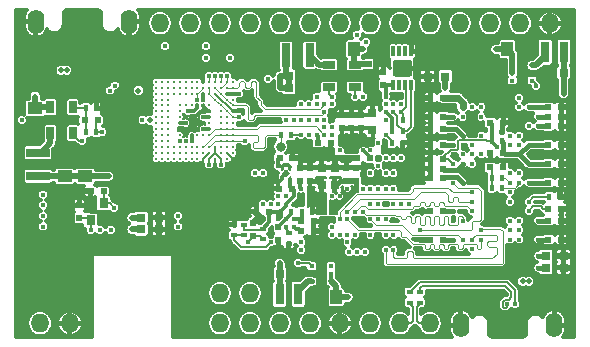
<source format=gbr>
G04 #@! TF.GenerationSoftware,KiCad,Pcbnew,5.0.2-bee76a0~70~ubuntu18.04.1*
G04 #@! TF.CreationDate,2019-05-20T11:18:47+08:00*
G04 #@! TF.ProjectId,require,72657175-6972-4652-9e6b-696361645f70,rev?*
G04 #@! TF.SameCoordinates,Original*
G04 #@! TF.FileFunction,Copper,L6,Bot*
G04 #@! TF.FilePolarity,Positive*
%FSLAX46Y46*%
G04 Gerber Fmt 4.6, Leading zero omitted, Abs format (unit mm)*
G04 Created by KiCad (PCBNEW 5.0.2-bee76a0~70~ubuntu18.04.1) date 2019年05月20日 星期一 11时18分47秒*
%MOMM*%
%LPD*%
G01*
G04 APERTURE LIST*
G04 #@! TA.AperFunction,ComponentPad*
%ADD10O,1.587500X1.587500*%
G04 #@! TD*
G04 #@! TA.AperFunction,Conductor*
%ADD11C,0.100000*%
G04 #@! TD*
G04 #@! TA.AperFunction,SMDPad,CuDef*
%ADD12C,1.400000*%
G04 #@! TD*
G04 #@! TA.AperFunction,SMDPad,CuDef*
%ADD13R,0.300000X0.850000*%
G04 #@! TD*
G04 #@! TA.AperFunction,SMDPad,CuDef*
%ADD14C,0.100000*%
G04 #@! TD*
G04 #@! TA.AperFunction,SMDPad,CuDef*
%ADD15C,0.520000*%
G04 #@! TD*
G04 #@! TA.AperFunction,ComponentPad*
%ADD16O,1.400000X2.100000*%
G04 #@! TD*
G04 #@! TA.AperFunction,SMDPad,CuDef*
%ADD17R,0.900000X1.670000*%
G04 #@! TD*
G04 #@! TA.AperFunction,SMDPad,CuDef*
%ADD18R,0.450000X0.370000*%
G04 #@! TD*
G04 #@! TA.AperFunction,SMDPad,CuDef*
%ADD19R,0.400000X0.600000*%
G04 #@! TD*
G04 #@! TA.AperFunction,SMDPad,CuDef*
%ADD20R,0.800000X0.900000*%
G04 #@! TD*
G04 #@! TA.AperFunction,SMDPad,CuDef*
%ADD21R,0.800000X1.800000*%
G04 #@! TD*
G04 #@! TA.AperFunction,SMDPad,CuDef*
%ADD22R,1.060000X0.650000*%
G04 #@! TD*
G04 #@! TA.AperFunction,SMDPad,CuDef*
%ADD23R,1.250000X1.000000*%
G04 #@! TD*
G04 #@! TA.AperFunction,SMDPad,CuDef*
%ADD24R,1.000000X1.250000*%
G04 #@! TD*
G04 #@! TA.AperFunction,SMDPad,CuDef*
%ADD25R,0.800000X0.750000*%
G04 #@! TD*
G04 #@! TA.AperFunction,SMDPad,CuDef*
%ADD26R,0.750000X0.800000*%
G04 #@! TD*
G04 #@! TA.AperFunction,SMDPad,CuDef*
%ADD27R,0.500000X0.600000*%
G04 #@! TD*
G04 #@! TA.AperFunction,SMDPad,CuDef*
%ADD28R,0.600000X0.500000*%
G04 #@! TD*
G04 #@! TA.AperFunction,SMDPad,CuDef*
%ADD29R,0.600000X0.400000*%
G04 #@! TD*
G04 #@! TA.AperFunction,BGAPad,CuDef*
%ADD30C,0.300000*%
G04 #@! TD*
G04 #@! TA.AperFunction,SMDPad,CuDef*
%ADD31R,0.800000X2.000000*%
G04 #@! TD*
G04 #@! TA.AperFunction,SMDPad,CuDef*
%ADD32R,0.650000X1.060000*%
G04 #@! TD*
G04 #@! TA.AperFunction,SMDPad,CuDef*
%ADD33R,2.000000X0.800000*%
G04 #@! TD*
G04 #@! TA.AperFunction,BGAPad,CuDef*
%ADD34C,0.800000*%
G04 #@! TD*
G04 #@! TA.AperFunction,ViaPad*
%ADD35C,0.400000*%
G04 #@! TD*
G04 #@! TA.AperFunction,ViaPad*
%ADD36C,0.500000*%
G04 #@! TD*
G04 #@! TA.AperFunction,Conductor*
%ADD37C,0.200000*%
G04 #@! TD*
G04 #@! TA.AperFunction,Conductor*
%ADD38C,0.400000*%
G04 #@! TD*
G04 #@! TA.AperFunction,Conductor*
%ADD39C,0.300000*%
G04 #@! TD*
G04 #@! TA.AperFunction,Conductor*
%ADD40C,0.500000*%
G04 #@! TD*
G04 #@! TA.AperFunction,Conductor*
%ADD41C,0.600000*%
G04 #@! TD*
G04 #@! TA.AperFunction,Conductor*
%ADD42C,0.150000*%
G04 #@! TD*
G04 #@! TA.AperFunction,Conductor*
%ADD43C,0.125000*%
G04 #@! TD*
G04 #@! TA.AperFunction,Conductor*
%ADD44C,0.250000*%
G04 #@! TD*
%ADD45C,0.200000*%
G04 APERTURE END LIST*
D10*
G04 #@! TO.P,RP2,1*
G04 #@! TO.N,/rk3308-io/D2*
X53610000Y-52300000D03*
G04 #@! TD*
G04 #@! TO.P,LP3,1*
G04 #@! TO.N,/rk3308-io/A0*
X56150000Y-77700000D03*
G04 #@! TD*
G04 #@! TO.P,LP31,1*
G04 #@! TO.N,/rk3308-io/A1*
X56150000Y-75160000D03*
G04 #@! TD*
G04 #@! TO.P,LP4,1*
G04 #@! TO.N,/rk3308-io/A2*
X58690000Y-77700000D03*
G04 #@! TD*
G04 #@! TO.P,LP41,1*
G04 #@! TO.N,/rk3308-io/A3*
X58690000Y-75160000D03*
G04 #@! TD*
G04 #@! TO.P,LP9,1*
G04 #@! TO.N,/USB_HOST_D2_N*
X71390000Y-77700000D03*
G04 #@! TD*
G04 #@! TO.P,LP10,1*
G04 #@! TO.N,/USB_HOST_D2_P*
X73930000Y-77700000D03*
G04 #@! TD*
G04 #@! TO.P,LP8,1*
G04 #@! TO.N,+5V*
X68850000Y-77700000D03*
G04 #@! TD*
G04 #@! TO.P,LP7,1*
G04 #@! TO.N,GND*
X66310000Y-77700000D03*
G04 #@! TD*
G04 #@! TO.P,LP1,1*
G04 #@! TO.N,+3V3*
X40910000Y-77700000D03*
G04 #@! TD*
G04 #@! TO.P,RP11,1*
G04 #@! TO.N,/rk3308-io/D11*
X76470000Y-52300000D03*
G04 #@! TD*
G04 #@! TO.P,RP12,1*
G04 #@! TO.N,/rk3308-io/D12*
X79010000Y-52300000D03*
G04 #@! TD*
G04 #@! TO.P,RP13,1*
G04 #@! TO.N,/rk3308-io/D13*
X81550000Y-52300000D03*
G04 #@! TD*
G04 #@! TO.P,LP5,1*
G04 #@! TO.N,Net-(D820-Pad1)*
X61230000Y-77700000D03*
G04 #@! TD*
G04 #@! TO.P,LP6,1*
G04 #@! TO.N,Net-(D820-Pad2)*
X63770000Y-77700000D03*
G04 #@! TD*
G04 #@! TO.P,RP1,1*
G04 #@! TO.N,/rk3308-io/D1*
X51070000Y-52300000D03*
G04 #@! TD*
G04 #@! TO.P,RP3,1*
G04 #@! TO.N,/rk3308-io/D3*
X56150000Y-52300000D03*
G04 #@! TD*
G04 #@! TO.P,RP4,1*
G04 #@! TO.N,/rk3308-io/D4*
X58690000Y-52300000D03*
G04 #@! TD*
G04 #@! TO.P,RP5,1*
G04 #@! TO.N,/rk3308-io/D5*
X61230000Y-52300000D03*
G04 #@! TD*
G04 #@! TO.P,RP6,1*
G04 #@! TO.N,/rk3308-io/D6*
X63770000Y-52300000D03*
G04 #@! TD*
G04 #@! TO.P,RP7,1*
G04 #@! TO.N,/rk3308-io/D7*
X66310000Y-52300000D03*
G04 #@! TD*
G04 #@! TO.P,RP8,1*
G04 #@! TO.N,/rk3308-io/D8*
X68850000Y-52300000D03*
G04 #@! TD*
G04 #@! TO.P,RP9,1*
G04 #@! TO.N,/rk3308-io/D9*
X71390000Y-52300000D03*
G04 #@! TD*
G04 #@! TO.P,RP10,1*
G04 #@! TO.N,/rk3308-io/D10*
X73930000Y-52300000D03*
G04 #@! TD*
G04 #@! TO.P,RP14,1*
G04 #@! TO.N,GND*
X84090000Y-52300000D03*
G04 #@! TD*
G04 #@! TO.P,LP2,1*
G04 #@! TO.N,GND*
X43450000Y-77700000D03*
G04 #@! TD*
D11*
G04 #@! TO.N,GND*
G04 #@! TO.C,U830*
G36*
X72242153Y-55400843D02*
X72259141Y-55403363D01*
X72275800Y-55407535D01*
X72291970Y-55413321D01*
X72307494Y-55420664D01*
X72322225Y-55429493D01*
X72336019Y-55439723D01*
X72348744Y-55451256D01*
X72360277Y-55463981D01*
X72370507Y-55477775D01*
X72379336Y-55492506D01*
X72386679Y-55508030D01*
X72392465Y-55524200D01*
X72396637Y-55540859D01*
X72399157Y-55557847D01*
X72400000Y-55575000D01*
X72400000Y-56625000D01*
X72399157Y-56642153D01*
X72396637Y-56659141D01*
X72392465Y-56675800D01*
X72386679Y-56691970D01*
X72379336Y-56707494D01*
X72370507Y-56722225D01*
X72360277Y-56736019D01*
X72348744Y-56748744D01*
X72336019Y-56760277D01*
X72322225Y-56770507D01*
X72307494Y-56779336D01*
X72291970Y-56786679D01*
X72275800Y-56792465D01*
X72259141Y-56796637D01*
X72242153Y-56799157D01*
X72225000Y-56800000D01*
X70975000Y-56800000D01*
X70957847Y-56799157D01*
X70940859Y-56796637D01*
X70924200Y-56792465D01*
X70908030Y-56786679D01*
X70892506Y-56779336D01*
X70877775Y-56770507D01*
X70863981Y-56760277D01*
X70851256Y-56748744D01*
X70839723Y-56736019D01*
X70829493Y-56722225D01*
X70820664Y-56707494D01*
X70813321Y-56691970D01*
X70807535Y-56675800D01*
X70803363Y-56659141D01*
X70800843Y-56642153D01*
X70800000Y-56625000D01*
X70800000Y-55575000D01*
X70800843Y-55557847D01*
X70803363Y-55540859D01*
X70807535Y-55524200D01*
X70813321Y-55508030D01*
X70820664Y-55492506D01*
X70829493Y-55477775D01*
X70839723Y-55463981D01*
X70851256Y-55451256D01*
X70863981Y-55439723D01*
X70877775Y-55429493D01*
X70892506Y-55420664D01*
X70908030Y-55413321D01*
X70924200Y-55407535D01*
X70940859Y-55403363D01*
X70957847Y-55400843D01*
X70975000Y-55400000D01*
X72225000Y-55400000D01*
X72242153Y-55400843D01*
X72242153Y-55400843D01*
G37*
D12*
G04 #@! TD*
G04 #@! TO.P,U830,9*
G04 #@! TO.N,GND*
X71600000Y-56100000D03*
D13*
G04 #@! TO.P,U830,8*
G04 #@! TO.N,+3V3*
X70850000Y-57550000D03*
G04 #@! TO.P,U830,7*
G04 #@! TO.N,N/C*
X71350000Y-57550000D03*
G04 #@! TO.P,U830,6*
G04 #@! TO.N,/rk3308-io/I2C1_SCL*
X71850000Y-57550000D03*
G04 #@! TO.P,U830,5*
G04 #@! TO.N,/rk3308-io/I2C1_SDA*
X72350000Y-57550000D03*
G04 #@! TO.P,U830,4*
G04 #@! TO.N,GND*
X72350000Y-54650000D03*
G04 #@! TO.P,U830,3*
G04 #@! TO.N,N/C*
X71850000Y-54650000D03*
G04 #@! TO.P,U830,2*
X71350000Y-54650000D03*
G04 #@! TO.P,U830,1*
X70850000Y-54650000D03*
G04 #@! TD*
D14*
G04 #@! TO.P,U260,1*
G04 #@! TO.N,+1V8*
X62075000Y-65500000D03*
D11*
G04 #@! TD*
G04 #@! TO.N,+1V8*
G04 #@! TO.C,U260*
G36*
X62205000Y-65600000D02*
X61945000Y-65600000D01*
X61945000Y-65360000D01*
X62095000Y-65210000D01*
X62205000Y-65210000D01*
X62205000Y-65600000D01*
X62205000Y-65600000D01*
G37*
D14*
G04 #@! TO.P,U260,3*
G04 #@! TO.N,+3V3*
X61425000Y-64500000D03*
D11*
G04 #@! TD*
G04 #@! TO.N,+3V3*
G04 #@! TO.C,U260*
G36*
X61295000Y-64400000D02*
X61555000Y-64400000D01*
X61555000Y-64640000D01*
X61405000Y-64790000D01*
X61295000Y-64790000D01*
X61295000Y-64400000D01*
X61295000Y-64400000D01*
G37*
D14*
G04 #@! TO.P,U260,2*
G04 #@! TO.N,GND*
X61425000Y-65500000D03*
D11*
G04 #@! TD*
G04 #@! TO.N,GND*
G04 #@! TO.C,U260*
G36*
X61555000Y-65360000D02*
X61555000Y-65600000D01*
X61295000Y-65600000D01*
X61295000Y-65210000D01*
X61405000Y-65210000D01*
X61555000Y-65360000D01*
X61555000Y-65360000D01*
G37*
D14*
G04 #@! TO.P,U260,4*
G04 #@! TO.N,+3V3*
X62075000Y-64500000D03*
D11*
G04 #@! TD*
G04 #@! TO.N,+3V3*
G04 #@! TO.C,U260*
G36*
X61945000Y-64640000D02*
X61945000Y-64400000D01*
X62205000Y-64400000D01*
X62205000Y-64790000D01*
X62095000Y-64790000D01*
X61945000Y-64640000D01*
X61945000Y-64640000D01*
G37*
D15*
G04 #@! TO.P,U260,5*
G04 #@! TO.N,GND*
X61750000Y-65000000D03*
D11*
G04 #@! TD*
G04 #@! TO.N,GND*
G04 #@! TO.C,U260*
G36*
X61382304Y-65000000D02*
X61750000Y-64632304D01*
X62117696Y-65000000D01*
X61750000Y-65367696D01*
X61382304Y-65000000D01*
X61382304Y-65000000D01*
G37*
D16*
G04 #@! TO.P,J800,6*
G04 #@! TO.N,GND*
X40550000Y-52150000D03*
X48450000Y-52150000D03*
G04 #@! TD*
G04 #@! TO.P,J801,6*
G04 #@! TO.N,GND*
X84450000Y-77850000D03*
X76550000Y-77850000D03*
G04 #@! TD*
D17*
G04 #@! TO.P,U220,7*
G04 #@! TO.N,GND*
X64750000Y-73500000D03*
D18*
G04 #@! TO.P,U220,5*
X63925000Y-73500000D03*
G04 #@! TO.P,U220,6*
G04 #@! TO.N,Net-(C222-Pad2)*
X63925000Y-72850000D03*
G04 #@! TO.P,U220,4*
G04 #@! TO.N,Net-(L220-Pad1)*
X63925000Y-74150000D03*
G04 #@! TO.P,U220,3*
G04 #@! TO.N,+5V*
X65575000Y-74150000D03*
G04 #@! TO.P,U220,2*
X65575000Y-73500000D03*
G04 #@! TO.P,U220,1*
G04 #@! TO.N,Net-(U220-Pad1)*
X65575000Y-72850000D03*
G04 #@! TD*
D17*
G04 #@! TO.P,U230,7*
G04 #@! TO.N,GND*
X81750000Y-56500000D03*
D18*
G04 #@! TO.P,U230,5*
X82575000Y-56500000D03*
G04 #@! TO.P,U230,6*
G04 #@! TO.N,Net-(C232-Pad2)*
X82575000Y-57150000D03*
G04 #@! TO.P,U230,4*
G04 #@! TO.N,Net-(L230-Pad1)*
X82575000Y-55850000D03*
G04 #@! TO.P,U230,3*
G04 #@! TO.N,+5V*
X80925000Y-55850000D03*
G04 #@! TO.P,U230,2*
X80925000Y-56500000D03*
G04 #@! TO.P,U230,1*
G04 #@! TO.N,Net-(U230-Pad1)*
X80925000Y-57150000D03*
G04 #@! TD*
D19*
G04 #@! TO.P,F229,1*
G04 #@! TO.N,+1V0L*
X63987500Y-68250000D03*
G04 #@! TO.P,F229,2*
G04 #@! TO.N,+1V0*
X63087500Y-68250000D03*
G04 #@! TD*
G04 #@! TO.P,F269,1*
G04 #@! TO.N,+1V8*
X61300000Y-68250000D03*
G04 #@! TO.P,F269,2*
G04 #@! TO.N,+1V8A*
X62200000Y-68250000D03*
G04 #@! TD*
D20*
G04 #@! TO.P,Y520,4*
G04 #@! TO.N,GND*
X46300000Y-68950000D03*
G04 #@! TO.P,Y520,3*
G04 #@! TO.N,Net-(C521-Pad1)*
X46300000Y-67550000D03*
G04 #@! TO.P,Y520,2*
G04 #@! TO.N,GND*
X45200000Y-67550000D03*
G04 #@! TO.P,Y520,1*
G04 #@! TO.N,Net-(C520-Pad1)*
X45200000Y-68950000D03*
G04 #@! TD*
D21*
G04 #@! TO.P,L220,1*
G04 #@! TO.N,Net-(L220-Pad1)*
X62800000Y-75250000D03*
G04 #@! TO.P,L220,2*
G04 #@! TO.N,+1V0L*
X61200000Y-75250000D03*
G04 #@! TD*
D22*
G04 #@! TO.P,U200,5*
G04 #@! TO.N,Net-(C202-Pad2)*
X67600000Y-57700000D03*
G04 #@! TO.P,U200,4*
G04 #@! TO.N,+5V*
X67600000Y-55800000D03*
G04 #@! TO.P,U200,3*
G04 #@! TO.N,Net-(L200-Pad1)*
X65400000Y-55800000D03*
G04 #@! TO.P,U200,2*
G04 #@! TO.N,GND*
X65400000Y-56750000D03*
G04 #@! TO.P,U200,1*
G04 #@! TO.N,+5V*
X65400000Y-57700000D03*
G04 #@! TD*
D23*
G04 #@! TO.P,C251,2*
G04 #@! TO.N,GND*
X40500000Y-61500000D03*
G04 #@! TO.P,C251,1*
G04 #@! TO.N,+5V*
X40500000Y-59500000D03*
G04 #@! TD*
G04 #@! TO.P,C253,2*
G04 #@! TO.N,GND*
X44750000Y-63250000D03*
G04 #@! TO.P,C253,1*
G04 #@! TO.N,+3V3*
X44750000Y-65250000D03*
G04 #@! TD*
D24*
G04 #@! TO.P,C201,2*
G04 #@! TO.N,GND*
X65500000Y-54500000D03*
G04 #@! TO.P,C201,1*
G04 #@! TO.N,+5V*
X67500000Y-54500000D03*
G04 #@! TD*
G04 #@! TO.P,C231,2*
G04 #@! TO.N,GND*
X82500000Y-54500000D03*
G04 #@! TO.P,C231,1*
G04 #@! TO.N,+5V*
X80500000Y-54500000D03*
G04 #@! TD*
D25*
G04 #@! TO.P,C510,1*
G04 #@! TO.N,+3V3*
X49500000Y-68750000D03*
G04 #@! TO.P,C510,2*
G04 #@! TO.N,GND*
X51000000Y-68750000D03*
G04 #@! TD*
D26*
G04 #@! TO.P,C205,1*
G04 #@! TO.N,+1V0C*
X69062500Y-61362500D03*
G04 #@! TO.P,C205,2*
G04 #@! TO.N,GND*
X69062500Y-59862500D03*
G04 #@! TD*
G04 #@! TO.P,C225,1*
G04 #@! TO.N,+1V0L*
X64756250Y-66012500D03*
G04 #@! TO.P,C225,2*
G04 #@! TO.N,GND*
X64756250Y-64512500D03*
G04 #@! TD*
G04 #@! TO.P,C350,1*
G04 #@! TO.N,VCC_DDR*
X65893750Y-66012500D03*
G04 #@! TO.P,C350,2*
G04 #@! TO.N,GND*
X65893750Y-64512500D03*
G04 #@! TD*
D25*
G04 #@! TO.P,C203,1*
G04 #@! TO.N,+1V0C*
X62000000Y-56750000D03*
G04 #@! TO.P,C203,2*
G04 #@! TO.N,GND*
X63500000Y-56750000D03*
G04 #@! TD*
G04 #@! TO.P,C204,1*
G04 #@! TO.N,+1V0C*
X62000000Y-57750000D03*
G04 #@! TO.P,C204,2*
G04 #@! TO.N,GND*
X63500000Y-57750000D03*
G04 #@! TD*
G04 #@! TO.P,C233,1*
G04 #@! TO.N,VCC_DDR*
X85250000Y-56500000D03*
G04 #@! TO.P,C233,2*
G04 #@! TO.N,GND*
X83750000Y-56500000D03*
G04 #@! TD*
G04 #@! TO.P,C223,1*
G04 #@! TO.N,+1V0L*
X61250000Y-73500000D03*
G04 #@! TO.P,C223,2*
G04 #@! TO.N,GND*
X62750000Y-73500000D03*
G04 #@! TD*
G04 #@! TO.P,C300,1*
G04 #@! TO.N,VCC_DDR*
X83750000Y-72000000D03*
G04 #@! TO.P,C300,2*
G04 #@! TO.N,GND*
X85250000Y-72000000D03*
G04 #@! TD*
G04 #@! TO.P,C301,1*
G04 #@! TO.N,VCC_DDR*
X83750000Y-73000000D03*
G04 #@! TO.P,C301,2*
G04 #@! TO.N,GND*
X85250000Y-73000000D03*
G04 #@! TD*
G04 #@! TO.P,C511,1*
G04 #@! TO.N,+3V3*
X49500000Y-69750000D03*
G04 #@! TO.P,C511,2*
G04 #@! TO.N,GND*
X51000000Y-69750000D03*
G04 #@! TD*
G04 #@! TO.P,C302,1*
G04 #@! TO.N,VCC_DDR*
X75250000Y-56800000D03*
G04 #@! TO.P,C302,2*
G04 #@! TO.N,GND*
X73750000Y-56800000D03*
G04 #@! TD*
D27*
G04 #@! TO.P,C520,2*
G04 #@! TO.N,GND*
X44250000Y-67700000D03*
G04 #@! TO.P,C520,1*
G04 #@! TO.N,Net-(C520-Pad1)*
X44250000Y-68800000D03*
G04 #@! TD*
D28*
G04 #@! TO.P,C521,2*
G04 #@! TO.N,GND*
X45200000Y-66500000D03*
G04 #@! TO.P,C521,1*
G04 #@! TO.N,Net-(C521-Pad1)*
X46300000Y-66500000D03*
G04 #@! TD*
G04 #@! TO.P,C310,2*
G04 #@! TO.N,GND*
X85050000Y-59400000D03*
G04 #@! TO.P,C310,1*
G04 #@! TO.N,VCC_DDR*
X83950000Y-59400000D03*
G04 #@! TD*
G04 #@! TO.P,C311,2*
G04 #@! TO.N,GND*
X85050000Y-60200000D03*
G04 #@! TO.P,C311,1*
G04 #@! TO.N,VCC_DDR*
X83950000Y-60200000D03*
G04 #@! TD*
G04 #@! TO.P,C312,2*
G04 #@! TO.N,GND*
X85050000Y-62600000D03*
G04 #@! TO.P,C312,1*
G04 #@! TO.N,VCC_DDR*
X83950000Y-62600000D03*
G04 #@! TD*
G04 #@! TO.P,C313,2*
G04 #@! TO.N,GND*
X85050000Y-64200000D03*
G04 #@! TO.P,C313,1*
G04 #@! TO.N,VCC_DDR*
X83950000Y-64200000D03*
G04 #@! TD*
G04 #@! TO.P,C314,2*
G04 #@! TO.N,GND*
X85050000Y-65800000D03*
G04 #@! TO.P,C314,1*
G04 #@! TO.N,VCC_DDR*
X83950000Y-65800000D03*
G04 #@! TD*
G04 #@! TO.P,C315,2*
G04 #@! TO.N,GND*
X85050000Y-69000000D03*
G04 #@! TO.P,C315,1*
G04 #@! TO.N,VCC_DDR*
X83950000Y-69000000D03*
G04 #@! TD*
G04 #@! TO.P,C316,2*
G04 #@! TO.N,GND*
X85050000Y-70600000D03*
G04 #@! TO.P,C316,1*
G04 #@! TO.N,VCC_DDR*
X83950000Y-70600000D03*
G04 #@! TD*
G04 #@! TO.P,C317,2*
G04 #@! TO.N,GND*
X73950000Y-58600000D03*
G04 #@! TO.P,C317,1*
G04 #@! TO.N,VCC_DDR*
X75050000Y-58600000D03*
G04 #@! TD*
G04 #@! TO.P,C318,2*
G04 #@! TO.N,GND*
X73950000Y-60200000D03*
G04 #@! TO.P,C318,1*
G04 #@! TO.N,VCC_DDR*
X75050000Y-60200000D03*
G04 #@! TD*
G04 #@! TO.P,C319,2*
G04 #@! TO.N,GND*
X73950000Y-62600000D03*
G04 #@! TO.P,C319,1*
G04 #@! TO.N,VCC_DDR*
X75050000Y-62600000D03*
G04 #@! TD*
G04 #@! TO.P,C320,2*
G04 #@! TO.N,GND*
X73950000Y-64600000D03*
G04 #@! TO.P,C320,1*
G04 #@! TO.N,VCC_DDR*
X75050000Y-64600000D03*
G04 #@! TD*
G04 #@! TO.P,C321,2*
G04 #@! TO.N,GND*
X73950000Y-65400000D03*
G04 #@! TO.P,C321,1*
G04 #@! TO.N,VCC_DDR*
X75050000Y-65400000D03*
G04 #@! TD*
G04 #@! TO.P,C322,2*
G04 #@! TO.N,GND*
X73950000Y-68200000D03*
G04 #@! TO.P,C322,1*
G04 #@! TO.N,VCC_DDR*
X75050000Y-68200000D03*
G04 #@! TD*
G04 #@! TO.P,C323,2*
G04 #@! TO.N,GND*
X73950000Y-70600000D03*
G04 #@! TO.P,C323,1*
G04 #@! TO.N,VCC_DDR*
X75050000Y-70600000D03*
G04 #@! TD*
G04 #@! TO.P,C330,2*
G04 #@! TO.N,GND*
X80150000Y-60700000D03*
G04 #@! TO.P,C330,1*
G04 #@! TO.N,Net-(C330-Pad1)*
X79050000Y-60700000D03*
G04 #@! TD*
G04 #@! TO.P,C332,2*
G04 #@! TO.N,GND*
X73950000Y-63800000D03*
G04 #@! TO.P,C332,1*
G04 #@! TO.N,Net-(C330-Pad1)*
X75050000Y-63800000D03*
G04 #@! TD*
G04 #@! TO.P,C340,2*
G04 #@! TO.N,GND*
X80150000Y-64500000D03*
G04 #@! TO.P,C340,1*
G04 #@! TO.N,Net-(C340-Pad1)*
X79050000Y-64500000D03*
G04 #@! TD*
D27*
G04 #@! TO.P,C206,2*
G04 #@! TO.N,GND*
X68087500Y-60062500D03*
G04 #@! TO.P,C206,1*
G04 #@! TO.N,+1V0C*
X68087500Y-61162500D03*
G04 #@! TD*
G04 #@! TO.P,C207,2*
G04 #@! TO.N,GND*
X67275000Y-60062500D03*
G04 #@! TO.P,C207,1*
G04 #@! TO.N,+1V0C*
X67275000Y-61162500D03*
G04 #@! TD*
G04 #@! TO.P,C208,2*
G04 #@! TO.N,GND*
X66462500Y-60062500D03*
G04 #@! TO.P,C208,1*
G04 #@! TO.N,+1V0C*
X66462500Y-61162500D03*
G04 #@! TD*
D28*
G04 #@! TO.P,C255,2*
G04 #@! TO.N,GND*
X67750000Y-63700000D03*
G04 #@! TO.P,C255,1*
G04 #@! TO.N,+3V3*
X68850000Y-63700000D03*
G04 #@! TD*
G04 #@! TO.P,C256,2*
G04 #@! TO.N,GND*
X65550000Y-62400000D03*
G04 #@! TO.P,C256,1*
G04 #@! TO.N,+3V3*
X64450000Y-62400000D03*
G04 #@! TD*
D27*
G04 #@! TO.P,C257,2*
G04 #@! TO.N,GND*
X62968750Y-64512500D03*
G04 #@! TO.P,C257,1*
G04 #@! TO.N,+3V3*
X62968750Y-65612500D03*
G04 #@! TD*
G04 #@! TO.P,C226,2*
G04 #@! TO.N,GND*
X63781250Y-64512500D03*
G04 #@! TO.P,C226,1*
G04 #@! TO.N,+1V0L*
X63781250Y-65612500D03*
G04 #@! TD*
G04 #@! TO.P,C351,2*
G04 #@! TO.N,GND*
X66868750Y-64512500D03*
G04 #@! TO.P,C351,1*
G04 #@! TO.N,VCC_DDR*
X66868750Y-65612500D03*
G04 #@! TD*
G04 #@! TO.P,C352,2*
G04 #@! TO.N,GND*
X67681250Y-64512500D03*
G04 #@! TO.P,C352,1*
G04 #@! TO.N,VCC_DDR*
X67681250Y-65612500D03*
G04 #@! TD*
D28*
G04 #@! TO.P,C265,2*
G04 #@! TO.N,GND*
X59250000Y-68250000D03*
G04 #@! TO.P,C265,1*
G04 #@! TO.N,+1V8*
X60350000Y-68250000D03*
G04 #@! TD*
D27*
G04 #@! TO.P,C269,2*
G04 #@! TO.N,GND*
X61100000Y-70668750D03*
G04 #@! TO.P,C269,1*
G04 #@! TO.N,+1V8A*
X61100000Y-69568750D03*
G04 #@! TD*
D28*
G04 #@! TO.P,C229,2*
G04 #@! TO.N,GND*
X64087500Y-69062500D03*
G04 #@! TO.P,C229,1*
G04 #@! TO.N,+1V0*
X62987500Y-69062500D03*
G04 #@! TD*
G04 #@! TO.P,C258,2*
G04 #@! TO.N,GND*
X64087500Y-69875000D03*
G04 #@! TO.P,C258,1*
G04 #@! TO.N,+3V3*
X62987500Y-69875000D03*
G04 #@! TD*
D27*
G04 #@! TO.P,C110,2*
G04 #@! TO.N,GND*
X58987500Y-69243750D03*
G04 #@! TO.P,C110,1*
G04 #@! TO.N,Net-(C110-Pad1)*
X58987500Y-70343750D03*
G04 #@! TD*
D28*
G04 #@! TO.P,C331,2*
G04 #@! TO.N,GND*
X85050000Y-68000000D03*
G04 #@! TO.P,C331,1*
G04 #@! TO.N,Net-(C330-Pad1)*
X83950000Y-68000000D03*
G04 #@! TD*
D27*
G04 #@! TO.P,C830,2*
G04 #@! TO.N,GND*
X70000000Y-56450000D03*
G04 #@! TO.P,C830,1*
G04 #@! TO.N,+3V3*
X70000000Y-57550000D03*
G04 #@! TD*
G04 #@! TO.P,C200,2*
G04 #@! TO.N,GND*
X68750000Y-56850000D03*
G04 #@! TO.P,C200,1*
G04 #@! TO.N,+5V*
X68750000Y-55750000D03*
G04 #@! TD*
D28*
G04 #@! TO.P,C260,2*
G04 #@! TO.N,GND*
X62300000Y-63700000D03*
G04 #@! TO.P,C260,1*
G04 #@! TO.N,+3V3*
X61200000Y-63700000D03*
G04 #@! TD*
G04 #@! TO.P,C261,2*
G04 #@! TO.N,GND*
X61150000Y-66300000D03*
G04 #@! TO.P,C261,1*
G04 #@! TO.N,+1V8*
X62250000Y-66300000D03*
G04 #@! TD*
G04 #@! TO.P,C252,2*
G04 #@! TO.N,Net-(C252-Pad2)*
X44700000Y-60500000D03*
G04 #@! TO.P,C252,1*
G04 #@! TO.N,+3V3*
X45800000Y-60500000D03*
G04 #@! TD*
G04 #@! TO.P,C324,2*
G04 #@! TO.N,GND*
X85050000Y-61000000D03*
G04 #@! TO.P,C324,1*
G04 #@! TO.N,VCC_DDR*
X83950000Y-61000000D03*
G04 #@! TD*
G04 #@! TO.P,C325,2*
G04 #@! TO.N,GND*
X73950000Y-61250000D03*
G04 #@! TO.P,C325,1*
G04 #@! TO.N,VCC_DDR*
X75050000Y-61250000D03*
G04 #@! TD*
G04 #@! TO.P,C326,2*
G04 #@! TO.N,GND*
X79050000Y-63300000D03*
G04 #@! TO.P,C326,1*
G04 #@! TO.N,VCC_DDR*
X80150000Y-63300000D03*
G04 #@! TD*
D19*
G04 #@! TO.P,R830,1*
G04 #@! TO.N,+3V3*
X70725000Y-60450000D03*
G04 #@! TO.P,R830,2*
G04 #@! TO.N,/rk3308-io/I2C1_SCL*
X71625000Y-60450000D03*
G04 #@! TD*
D29*
G04 #@! TO.P,R110,1*
G04 #@! TO.N,+1V8*
X59800000Y-69668750D03*
G04 #@! TO.P,R110,2*
G04 #@! TO.N,Net-(C110-Pad1)*
X59800000Y-70568750D03*
G04 #@! TD*
D19*
G04 #@! TO.P,R50,1*
G04 #@! TO.N,Net-(R50-Pad1)*
X84050000Y-67000000D03*
G04 #@! TO.P,R50,2*
G04 #@! TO.N,GND*
X84950000Y-67000000D03*
G04 #@! TD*
G04 #@! TO.P,R330,1*
G04 #@! TO.N,VCC_DDR*
X80050000Y-62300000D03*
G04 #@! TO.P,R330,2*
G04 #@! TO.N,Net-(C330-Pad1)*
X79150000Y-62300000D03*
G04 #@! TD*
G04 #@! TO.P,R331,1*
G04 #@! TO.N,Net-(C330-Pad1)*
X79150000Y-61500000D03*
G04 #@! TO.P,R331,2*
G04 #@! TO.N,GND*
X80050000Y-61500000D03*
G04 #@! TD*
G04 #@! TO.P,R340,1*
G04 #@! TO.N,Net-(C340-Pad1)*
X79150000Y-66200000D03*
G04 #@! TO.P,R340,2*
G04 #@! TO.N,/ddr/DDR_CLKN*
X80050000Y-66200000D03*
G04 #@! TD*
G04 #@! TO.P,R341,1*
G04 #@! TO.N,Net-(C340-Pad1)*
X79150000Y-65400000D03*
G04 #@! TO.P,R341,2*
G04 #@! TO.N,/ddr/DDR_CLKP*
X80050000Y-65400000D03*
G04 #@! TD*
G04 #@! TO.P,R831,1*
G04 #@! TO.N,+3V3*
X70725000Y-61425000D03*
G04 #@! TO.P,R831,2*
G04 #@! TO.N,/rk3308-io/I2C1_SDA*
X71625000Y-61425000D03*
G04 #@! TD*
G04 #@! TO.P,R410,1*
G04 #@! TO.N,/rk3308-io/EMMC_VSEL*
X70725000Y-62400000D03*
G04 #@! TO.P,R410,2*
G04 #@! TO.N,GND*
X71625000Y-62400000D03*
G04 #@! TD*
D29*
G04 #@! TO.P,R805,1*
G04 #@! TO.N,/rk3308-io/USB_EXTR*
X61993750Y-70075000D03*
G04 #@! TO.P,R805,2*
G04 #@! TO.N,GND*
X61993750Y-70975000D03*
G04 #@! TD*
D19*
G04 #@! TO.P,R400,1*
G04 #@! TO.N,Net-(R400-Pad1)*
X61300000Y-61750000D03*
G04 #@! TO.P,R400,2*
G04 #@! TO.N,/emmc/EMMC_CLK*
X62200000Y-61750000D03*
G04 #@! TD*
D29*
G04 #@! TO.P,R700,1*
G04 #@! TO.N,+1V8*
X58175000Y-69343750D03*
G04 #@! TO.P,R700,2*
G04 #@! TO.N,/rk3308-io/A4*
X58175000Y-70243750D03*
G04 #@! TD*
G04 #@! TO.P,R701,1*
G04 #@! TO.N,/rk3308-io/A4*
X57362500Y-70243750D03*
G04 #@! TO.P,R701,2*
G04 #@! TO.N,GND*
X57362500Y-69343750D03*
G04 #@! TD*
D19*
G04 #@! TO.P,R252,1*
G04 #@! TO.N,+3V3*
X45700000Y-61500000D03*
G04 #@! TO.P,R252,2*
G04 #@! TO.N,Net-(C252-Pad2)*
X44800000Y-61500000D03*
G04 #@! TD*
G04 #@! TO.P,R253,1*
G04 #@! TO.N,Net-(C252-Pad2)*
X44800000Y-59500000D03*
G04 #@! TO.P,R253,2*
G04 #@! TO.N,GND*
X45700000Y-59500000D03*
G04 #@! TD*
D30*
G04 #@! TO.P,U400,P14*
G04 #@! TO.N,Net-(U400-PadP14)*
X50750000Y-63750000D03*
G04 #@! TO.P,U400,N14*
G04 #@! TO.N,Net-(U400-PadN14)*
X50750000Y-63250000D03*
G04 #@! TO.P,U400,M14*
G04 #@! TO.N,Net-(U400-PadM14)*
X50750000Y-62750000D03*
G04 #@! TO.P,U400,L14*
G04 #@! TO.N,Net-(U400-PadL14)*
X50750000Y-62250000D03*
G04 #@! TO.P,U400,K14*
G04 #@! TO.N,Net-(U400-PadK14)*
X50750000Y-61750000D03*
G04 #@! TO.P,U400,J14*
G04 #@! TO.N,Net-(U400-PadJ14)*
X50750000Y-61250000D03*
G04 #@! TO.P,U400,H14*
G04 #@! TO.N,Net-(U400-PadH14)*
X50750000Y-60750000D03*
G04 #@! TO.P,U400,G14*
G04 #@! TO.N,Net-(U400-PadG14)*
X50750000Y-60250000D03*
G04 #@! TO.P,U400,F14*
G04 #@! TO.N,Net-(U400-PadF14)*
X50750000Y-59750000D03*
G04 #@! TO.P,U400,E14*
G04 #@! TO.N,Net-(U400-PadE14)*
X50750000Y-59250000D03*
G04 #@! TO.P,U400,D14*
G04 #@! TO.N,Net-(U400-PadD14)*
X50750000Y-58750000D03*
G04 #@! TO.P,U400,C14*
G04 #@! TO.N,Net-(U400-PadC14)*
X50750000Y-58250000D03*
G04 #@! TO.P,U400,B14*
G04 #@! TO.N,Net-(U400-PadB14)*
X50750000Y-57750000D03*
G04 #@! TO.P,U400,A14*
G04 #@! TO.N,Net-(U400-PadA14)*
X50750000Y-57250000D03*
G04 #@! TO.P,U400,P13*
G04 #@! TO.N,Net-(U400-PadP13)*
X51250000Y-63750000D03*
G04 #@! TO.P,U400,N13*
G04 #@! TO.N,Net-(U400-PadN13)*
X51250000Y-63250000D03*
G04 #@! TO.P,U400,M13*
G04 #@! TO.N,Net-(U400-PadM13)*
X51250000Y-62750000D03*
G04 #@! TO.P,U400,L13*
G04 #@! TO.N,Net-(U400-PadL13)*
X51250000Y-62250000D03*
G04 #@! TO.P,U400,K13*
G04 #@! TO.N,Net-(U400-PadK13)*
X51250000Y-61750000D03*
G04 #@! TO.P,U400,J13*
G04 #@! TO.N,Net-(U400-PadJ13)*
X51250000Y-61250000D03*
G04 #@! TO.P,U400,H13*
G04 #@! TO.N,Net-(U400-PadH13)*
X51250000Y-60750000D03*
G04 #@! TO.P,U400,G13*
G04 #@! TO.N,Net-(U400-PadG13)*
X51250000Y-60250000D03*
G04 #@! TO.P,U400,F13*
G04 #@! TO.N,Net-(U400-PadF13)*
X51250000Y-59750000D03*
G04 #@! TO.P,U400,E13*
G04 #@! TO.N,Net-(U400-PadE13)*
X51250000Y-59250000D03*
G04 #@! TO.P,U400,D13*
G04 #@! TO.N,Net-(U400-PadD13)*
X51250000Y-58750000D03*
G04 #@! TO.P,U400,C13*
G04 #@! TO.N,Net-(U400-PadC13)*
X51250000Y-58250000D03*
G04 #@! TO.P,U400,B13*
G04 #@! TO.N,Net-(U400-PadB13)*
X51250000Y-57750000D03*
G04 #@! TO.P,U400,A13*
G04 #@! TO.N,Net-(U400-PadA13)*
X51250000Y-57250000D03*
G04 #@! TO.P,U400,P12*
G04 #@! TO.N,Net-(U400-PadP12)*
X51750000Y-63750000D03*
G04 #@! TO.P,U400,N12*
G04 #@! TO.N,Net-(U400-PadN12)*
X51750000Y-63250000D03*
G04 #@! TO.P,U400,M12*
G04 #@! TO.N,Net-(U400-PadM12)*
X51750000Y-62750000D03*
G04 #@! TO.P,U400,L12*
G04 #@! TO.N,Net-(U400-PadL12)*
X51750000Y-62250000D03*
G04 #@! TO.P,U400,K12*
G04 #@! TO.N,Net-(U400-PadK12)*
X51750000Y-61750000D03*
G04 #@! TO.P,U400,J12*
G04 #@! TO.N,Net-(U400-PadJ12)*
X51750000Y-61250000D03*
G04 #@! TO.P,U400,H12*
G04 #@! TO.N,Net-(U400-PadH12)*
X51750000Y-60750000D03*
G04 #@! TO.P,U400,G12*
G04 #@! TO.N,Net-(U400-PadG12)*
X51750000Y-60250000D03*
G04 #@! TO.P,U400,F12*
G04 #@! TO.N,Net-(U400-PadF12)*
X51750000Y-59750000D03*
G04 #@! TO.P,U400,E12*
G04 #@! TO.N,Net-(U400-PadE12)*
X51750000Y-59250000D03*
G04 #@! TO.P,U400,D12*
G04 #@! TO.N,Net-(U400-PadD12)*
X51750000Y-58750000D03*
G04 #@! TO.P,U400,C12*
G04 #@! TO.N,Net-(U400-PadC12)*
X51750000Y-58250000D03*
G04 #@! TO.P,U400,B12*
G04 #@! TO.N,Net-(U400-PadB12)*
X51750000Y-57750000D03*
G04 #@! TO.P,U400,A12*
G04 #@! TO.N,Net-(U400-PadA12)*
X51750000Y-57250000D03*
G04 #@! TO.P,U400,P11*
G04 #@! TO.N,Net-(U400-PadP11)*
X52250000Y-63750000D03*
G04 #@! TO.P,U400,N11*
G04 #@! TO.N,Net-(U400-PadN11)*
X52250000Y-63250000D03*
G04 #@! TO.P,U400,M11*
G04 #@! TO.N,Net-(U400-PadM11)*
X52250000Y-62750000D03*
G04 #@! TO.P,U400,C11*
G04 #@! TO.N,Net-(U400-PadC11)*
X52250000Y-58250000D03*
G04 #@! TO.P,U400,B11*
G04 #@! TO.N,Net-(U400-PadB11)*
X52250000Y-57750000D03*
G04 #@! TO.P,U400,A11*
G04 #@! TO.N,Net-(U400-PadA11)*
X52250000Y-57250000D03*
G04 #@! TO.P,U400,P10*
G04 #@! TO.N,Net-(U400-PadP10)*
X52750000Y-63750000D03*
G04 #@! TO.P,U400,N10*
G04 #@! TO.N,Net-(U400-PadN10)*
X52750000Y-63250000D03*
G04 #@! TO.P,U400,M10*
G04 #@! TO.N,Net-(U400-PadM10)*
X52750000Y-62750000D03*
G04 #@! TO.P,U400,K10*
G04 #@! TO.N,Net-(U400-PadK10)*
X52750000Y-61750000D03*
G04 #@! TO.P,U400,J10*
G04 #@! TO.N,+3V3*
X52750000Y-61250000D03*
G04 #@! TO.P,U400,H10*
G04 #@! TO.N,GND*
X52750000Y-60750000D03*
G04 #@! TO.P,U400,G10*
G04 #@! TO.N,Net-(U400-PadG10)*
X52750000Y-60250000D03*
G04 #@! TO.P,U400,F10*
G04 #@! TO.N,Net-(U400-PadF10)*
X52750000Y-59750000D03*
G04 #@! TO.P,U400,E10*
G04 #@! TO.N,Net-(U400-PadE10)*
X52750000Y-59250000D03*
G04 #@! TO.P,U400,C10*
G04 #@! TO.N,Net-(U400-PadC10)*
X52750000Y-58250000D03*
G04 #@! TO.P,U400,B10*
G04 #@! TO.N,Net-(U400-PadB10)*
X52750000Y-57750000D03*
G04 #@! TO.P,U400,A10*
G04 #@! TO.N,Net-(U400-PadA10)*
X52750000Y-57250000D03*
G04 #@! TO.P,U400,P9*
G04 #@! TO.N,Net-(U400-PadP9)*
X53250000Y-63750000D03*
G04 #@! TO.P,U400,N9*
G04 #@! TO.N,Net-(U400-PadN9)*
X53250000Y-63250000D03*
G04 #@! TO.P,U400,M9*
G04 #@! TO.N,Net-(U400-PadM9)*
X53250000Y-62750000D03*
G04 #@! TO.P,U400,K9*
G04 #@! TO.N,+3V3*
X53250000Y-61750000D03*
G04 #@! TO.P,U400,E9*
G04 #@! TO.N,Net-(U400-PadE9)*
X53250000Y-59250000D03*
G04 #@! TO.P,U400,C9*
G04 #@! TO.N,Net-(U400-PadC9)*
X53250000Y-58250000D03*
G04 #@! TO.P,U400,B9*
G04 #@! TO.N,Net-(U400-PadB9)*
X53250000Y-57750000D03*
G04 #@! TO.P,U400,A9*
G04 #@! TO.N,Net-(U400-PadA9)*
X53250000Y-57250000D03*
G04 #@! TO.P,U400,P8*
G04 #@! TO.N,Net-(U400-PadP8)*
X53750000Y-63750000D03*
G04 #@! TO.P,U400,N8*
G04 #@! TO.N,Net-(U400-PadN8)*
X53750000Y-63250000D03*
G04 #@! TO.P,U400,M8*
G04 #@! TO.N,Net-(U400-PadM8)*
X53750000Y-62750000D03*
G04 #@! TO.P,U400,K8*
G04 #@! TO.N,GND*
X53750000Y-61750000D03*
G04 #@! TO.P,U400,E8*
G04 #@! TO.N,Net-(U400-PadE8)*
X53750000Y-59250000D03*
G04 #@! TO.P,U400,C8*
G04 #@! TO.N,Net-(U400-PadC8)*
X53750000Y-58250000D03*
G04 #@! TO.P,U400,B8*
G04 #@! TO.N,Net-(U400-PadB8)*
X53750000Y-57750000D03*
G04 #@! TO.P,U400,A8*
G04 #@! TO.N,Net-(U400-PadA8)*
X53750000Y-57250000D03*
G04 #@! TO.P,U400,P7*
G04 #@! TO.N,Net-(U400-PadP7)*
X54250000Y-63750000D03*
G04 #@! TO.P,U400,N7*
G04 #@! TO.N,Net-(U400-PadN7)*
X54250000Y-63250000D03*
G04 #@! TO.P,U400,M7*
G04 #@! TO.N,Net-(U400-PadM7)*
X54250000Y-62750000D03*
G04 #@! TO.P,U400,K7*
G04 #@! TO.N,Net-(U400-PadK7)*
X54250000Y-61750000D03*
G04 #@! TO.P,U400,E7*
G04 #@! TO.N,GND*
X54250000Y-59250000D03*
G04 #@! TO.P,U400,C7*
G04 #@! TO.N,/emmc/EMMC_D7*
X54250000Y-58250000D03*
G04 #@! TO.P,U400,B7*
G04 #@! TO.N,Net-(U400-PadB7)*
X54250000Y-57750000D03*
G04 #@! TO.P,U400,A7*
G04 #@! TO.N,Net-(U400-PadA7)*
X54250000Y-57250000D03*
G04 #@! TO.P,U400,P6*
G04 #@! TO.N,GND*
X54750000Y-63750000D03*
G04 #@! TO.P,U400,N6*
G04 #@! TO.N,Net-(U400-PadN6)*
X54750000Y-63250000D03*
G04 #@! TO.P,U400,M6*
G04 #@! TO.N,Net-(R400-Pad1)*
X54750000Y-62750000D03*
G04 #@! TO.P,U400,K6*
G04 #@! TO.N,Net-(U400-PadK6)*
X54750000Y-61750000D03*
G04 #@! TO.P,U400,E6*
G04 #@! TO.N,+3V3*
X54750000Y-59250000D03*
G04 #@! TO.P,U400,C6*
X54750000Y-58250000D03*
G04 #@! TO.P,U400,B6*
G04 #@! TO.N,/emmc/EMMC_D7*
X54750000Y-57750000D03*
G04 #@! TO.P,U400,A6*
G04 #@! TO.N,GND*
X54750000Y-57250000D03*
G04 #@! TO.P,U400,P5*
G04 #@! TO.N,+3V3*
X55250000Y-63750000D03*
G04 #@! TO.P,U400,N5*
G04 #@! TO.N,GND*
X55250000Y-63250000D03*
G04 #@! TO.P,U400,M5*
G04 #@! TO.N,/emmc/EMMC_CMD*
X55250000Y-62750000D03*
G04 #@! TO.P,U400,K5*
G04 #@! TO.N,/emmc/EMMC_RST*
X55250000Y-61750000D03*
G04 #@! TO.P,U400,J5*
G04 #@! TO.N,GND*
X55250000Y-61250000D03*
G04 #@! TO.P,U400,H5*
G04 #@! TO.N,Net-(U400-PadH5)*
X55250000Y-60750000D03*
G04 #@! TO.P,U400,G5*
G04 #@! TO.N,GND*
X55250000Y-60250000D03*
G04 #@! TO.P,U400,F5*
G04 #@! TO.N,+3V3*
X55250000Y-59750000D03*
G04 #@! TO.P,U400,E5*
G04 #@! TO.N,Net-(U400-PadE5)*
X55250000Y-59250000D03*
G04 #@! TO.P,U400,C5*
G04 #@! TO.N,/emmc/EMMC_D6*
X55250000Y-58250000D03*
G04 #@! TO.P,U400,B5*
X55250000Y-57750000D03*
G04 #@! TO.P,U400,A5*
G04 #@! TO.N,/emmc/EMMC_D2*
X55250000Y-57250000D03*
G04 #@! TO.P,U400,P4*
G04 #@! TO.N,GND*
X55750000Y-63750000D03*
G04 #@! TO.P,U400,N4*
G04 #@! TO.N,+3V3*
X55750000Y-63250000D03*
G04 #@! TO.P,U400,M4*
X55750000Y-62750000D03*
G04 #@! TO.P,U400,D4*
G04 #@! TO.N,/emmc/EMMC_D6*
X55750000Y-58750000D03*
G04 #@! TO.P,U400,C4*
G04 #@! TO.N,GND*
X55750000Y-58250000D03*
G04 #@! TO.P,U400,B4*
G04 #@! TO.N,/emmc/EMMC_D5*
X55750000Y-57750000D03*
G04 #@! TO.P,U400,A4*
G04 #@! TO.N,/emmc/EMMC_D1*
X55750000Y-57250000D03*
G04 #@! TO.P,U400,P3*
G04 #@! TO.N,+3V3*
X56250000Y-63750000D03*
G04 #@! TO.P,U400,N3*
G04 #@! TO.N,Net-(U400-PadN3)*
X56250000Y-63250000D03*
G04 #@! TO.P,U400,M3*
G04 #@! TO.N,Net-(U400-PadM3)*
X56250000Y-62750000D03*
G04 #@! TO.P,U400,L3*
G04 #@! TO.N,/emmc/EMMC_CMD*
X56250000Y-62250000D03*
G04 #@! TO.P,U400,K3*
G04 #@! TO.N,Net-(R400-Pad1)*
X56250000Y-61750000D03*
G04 #@! TO.P,U400,J3*
G04 #@! TO.N,/emmc/EMMC_RST*
X56250000Y-61250000D03*
G04 #@! TO.P,U400,H3*
G04 #@! TO.N,Net-(U400-PadH3)*
X56250000Y-60750000D03*
G04 #@! TO.P,U400,G3*
G04 #@! TO.N,Net-(U400-PadG3)*
X56250000Y-60250000D03*
G04 #@! TO.P,U400,F3*
G04 #@! TO.N,Net-(U400-PadF3)*
X56250000Y-59750000D03*
G04 #@! TO.P,U400,E3*
G04 #@! TO.N,/emmc/EMMC_D6*
X56250000Y-59250000D03*
G04 #@! TO.P,U400,D3*
G04 #@! TO.N,GND*
X56250000Y-58750000D03*
G04 #@! TO.P,U400,C3*
G04 #@! TO.N,/emmc/EMMC_D5*
X56250000Y-58250000D03*
G04 #@! TO.P,U400,B3*
G04 #@! TO.N,/emmc/EMMC_D4*
X56250000Y-57750000D03*
G04 #@! TO.P,U400,A3*
G04 #@! TO.N,/emmc/EMMC_D0*
X56250000Y-57250000D03*
G04 #@! TO.P,U400,P2*
G04 #@! TO.N,Net-(U400-PadP2)*
X56750000Y-63750000D03*
G04 #@! TO.P,U400,N2*
G04 #@! TO.N,GND*
X56750000Y-63250000D03*
G04 #@! TO.P,U400,M2*
G04 #@! TO.N,Net-(U400-PadM2)*
X56750000Y-62750000D03*
G04 #@! TO.P,U400,L2*
G04 #@! TO.N,/emmc/EMMC_CMD*
X56750000Y-62250000D03*
G04 #@! TO.P,U400,K2*
G04 #@! TO.N,Net-(R400-Pad1)*
X56750000Y-61750000D03*
G04 #@! TO.P,U400,J2*
G04 #@! TO.N,/emmc/EMMC_RST*
X56750000Y-61250000D03*
G04 #@! TO.P,U400,H2*
G04 #@! TO.N,Net-(U400-PadH2)*
X56750000Y-60750000D03*
G04 #@! TO.P,U400,G2*
G04 #@! TO.N,Net-(U400-PadG2)*
X56750000Y-60250000D03*
G04 #@! TO.P,U400,F2*
G04 #@! TO.N,/emmc/EMMC_D6*
X56750000Y-59750000D03*
G04 #@! TO.P,U400,E2*
G04 #@! TO.N,GND*
X56750000Y-59250000D03*
G04 #@! TO.P,U400,D2*
G04 #@! TO.N,/emmc/EMMC_D5*
X56750000Y-58750000D03*
G04 #@! TO.P,U400,C2*
G04 #@! TO.N,/emmc/VDDi*
X56750000Y-58250000D03*
G04 #@! TO.P,U400,B2*
G04 #@! TO.N,/emmc/EMMC_D3*
X56750000Y-57750000D03*
G04 #@! TO.P,U400,A2*
G04 #@! TO.N,/emmc/EMMC_D4*
X56750000Y-57250000D03*
G04 #@! TO.P,U400,P1*
G04 #@! TO.N,GND*
X57250000Y-63750000D03*
G04 #@! TO.P,U400,N1*
G04 #@! TO.N,Net-(U400-PadN1)*
X57250000Y-63250000D03*
G04 #@! TO.P,U400,M1*
G04 #@! TO.N,Net-(U400-PadM1)*
X57250000Y-62750000D03*
G04 #@! TO.P,U400,L1*
G04 #@! TO.N,/emmc/EMMC_CMD*
X57250000Y-62250000D03*
G04 #@! TO.P,U400,K1*
G04 #@! TO.N,Net-(R400-Pad1)*
X57250000Y-61750000D03*
G04 #@! TO.P,U400,J1*
G04 #@! TO.N,/emmc/EMMC_RST*
X57250000Y-61250000D03*
G04 #@! TO.P,U400,H1*
G04 #@! TO.N,Net-(U400-PadH1)*
X57250000Y-60750000D03*
G04 #@! TO.P,U400,G1*
G04 #@! TO.N,/emmc/EMMC_D6*
X57250000Y-60250000D03*
G04 #@! TO.P,U400,F1*
G04 #@! TO.N,GND*
X57250000Y-59750000D03*
G04 #@! TO.P,U400,E1*
G04 #@! TO.N,/emmc/EMMC_D5*
X57250000Y-59250000D03*
G04 #@! TO.P,U400,D1*
G04 #@! TO.N,Net-(U400-PadD1)*
X57250000Y-58750000D03*
G04 #@! TO.P,U400,C1*
G04 #@! TO.N,/emmc/VDDi*
X57250000Y-58250000D03*
G04 #@! TO.P,U400,B1*
G04 #@! TO.N,/emmc/EMMC_D3*
X57250000Y-57750000D03*
G04 #@! TO.P,U400,A1*
G04 #@! TO.N,Net-(U400-PadA1)*
X57250000Y-57250000D03*
G04 #@! TD*
D21*
G04 #@! TO.P,L230,1*
G04 #@! TO.N,Net-(L230-Pad1)*
X83700000Y-54750000D03*
G04 #@! TO.P,L230,2*
G04 #@! TO.N,VCC_DDR*
X85300000Y-54750000D03*
G04 #@! TD*
D31*
G04 #@! TO.P,L200,1*
G04 #@! TO.N,Net-(L200-Pad1)*
X63750000Y-55000000D03*
G04 #@! TO.P,L200,2*
G04 #@! TO.N,+1V0C*
X61750000Y-55000000D03*
G04 #@! TD*
D32*
G04 #@! TO.P,U250,1*
G04 #@! TO.N,+5V*
X43700000Y-61600000D03*
G04 #@! TO.P,U250,2*
G04 #@! TO.N,GND*
X42750000Y-61600000D03*
G04 #@! TO.P,U250,3*
G04 #@! TO.N,Net-(L250-Pad1)*
X41800000Y-61600000D03*
G04 #@! TO.P,U250,4*
G04 #@! TO.N,+5V*
X41800000Y-59400000D03*
G04 #@! TO.P,U250,5*
G04 #@! TO.N,Net-(C252-Pad2)*
X43700000Y-59400000D03*
G04 #@! TD*
D33*
G04 #@! TO.P,L250,2*
G04 #@! TO.N,+3V3*
X40750000Y-65250000D03*
G04 #@! TO.P,L250,1*
G04 #@! TO.N,Net-(L250-Pad1)*
X40750000Y-63250000D03*
G04 #@! TD*
D23*
G04 #@! TO.P,C254,1*
G04 #@! TO.N,+3V3*
X43000000Y-65250000D03*
G04 #@! TO.P,C254,2*
G04 #@! TO.N,GND*
X43000000Y-63250000D03*
G04 #@! TD*
D24*
G04 #@! TO.P,C221,1*
G04 #@! TO.N,+5V*
X66000000Y-75500000D03*
G04 #@! TO.P,C221,2*
G04 #@! TO.N,GND*
X64000000Y-75500000D03*
G04 #@! TD*
D29*
G04 #@! TO.P,R812,1*
G04 #@! TO.N,/USB_HOST_D3_N*
X73060000Y-75050000D03*
G04 #@! TO.P,R812,2*
G04 #@! TO.N,/USB_HOST_D2_P*
X73060000Y-75950000D03*
G04 #@! TD*
G04 #@! TO.P,R813,2*
G04 #@! TO.N,/USB_HOST_D2_N*
X72260000Y-75950000D03*
G04 #@! TO.P,R813,1*
G04 #@! TO.N,/USB_HOST_D3_P*
X72260000Y-75050000D03*
G04 #@! TD*
D34*
G04 #@! TO.P,TP100,1*
G04 #@! TO.N,Net-(R400-Pad1)*
X61300000Y-62725000D03*
G04 #@! TD*
G04 #@! TO.P,TP101,1*
G04 #@! TO.N,GND*
X63375000Y-63050000D03*
G04 #@! TD*
D35*
G04 #@! TO.N,GND*
X81750000Y-57000000D03*
X64750000Y-73750000D03*
X56750000Y-71000000D03*
X56631250Y-68656250D03*
D36*
X44175000Y-56150000D03*
D35*
X52750000Y-62250000D03*
X53250000Y-62249998D03*
X81750000Y-56000000D03*
X59960000Y-74525000D03*
X59960000Y-77065000D03*
X59960000Y-78335000D03*
X64750000Y-73250000D03*
X68250000Y-59150000D03*
X53750000Y-62250000D03*
X83100000Y-63400000D03*
X82300000Y-63400000D03*
X83100000Y-69800000D03*
X83100000Y-71400000D03*
X75900000Y-59400000D03*
X83100000Y-58600000D03*
X75900000Y-63400000D03*
X75900000Y-61799994D03*
X63050000Y-62400000D03*
X59150000Y-64350000D03*
X70200000Y-67600000D03*
X71500000Y-65000000D03*
X69550000Y-65000000D03*
X85900000Y-64200000D03*
X82300000Y-61800000D03*
X57750000Y-59750000D03*
X54750000Y-56750000D03*
X63700000Y-62400000D03*
X60450000Y-66300000D03*
X69550000Y-70200000D03*
X70850000Y-68900000D03*
X73100000Y-70600000D03*
X76700000Y-68200000D03*
X71499998Y-71500000D03*
X83100000Y-67400000D03*
X82300000Y-65000000D03*
X77500000Y-65800000D03*
X83100000Y-68200000D03*
X63050000Y-67600000D03*
X65000000Y-68900000D03*
X68250000Y-65650000D03*
X66300000Y-63050000D03*
X66950000Y-63700000D03*
X65650000Y-63700000D03*
X64350000Y-63700000D03*
X63050000Y-63700000D03*
X59800000Y-64350000D03*
X60450000Y-70200000D03*
X57750000Y-62750000D03*
X57750000Y-58750000D03*
X57750000Y-60750000D03*
X65650000Y-63050000D03*
X54750000Y-60250000D03*
X54750000Y-61250000D03*
X59800000Y-68900000D03*
X85900000Y-70600000D03*
X67600000Y-59150000D03*
X64918750Y-71581250D03*
X76700000Y-62600000D03*
X77500000Y-60200000D03*
X73100000Y-58600000D03*
X73100000Y-60200000D03*
X73100000Y-62600000D03*
X73100000Y-65400000D03*
D36*
X73750000Y-57750000D03*
D35*
X73100000Y-68200000D03*
X85900000Y-65800000D03*
X85900000Y-67000000D03*
X85900000Y-68000000D03*
X85900000Y-69000000D03*
X85900000Y-62600000D03*
X85900000Y-60200000D03*
X85900000Y-59400000D03*
X61100000Y-65650000D03*
X62400000Y-67600000D03*
X66300000Y-63700000D03*
X65000000Y-63700000D03*
X63700000Y-63700000D03*
X64350000Y-63050000D03*
X68250000Y-65000000D03*
X73100000Y-57800000D03*
X56743666Y-64243666D03*
X54743660Y-64250000D03*
X55743684Y-64249999D03*
X68250000Y-68900000D03*
X75900000Y-71400000D03*
X73100000Y-59400000D03*
X79600000Y-63800000D03*
X71500000Y-63050000D03*
X65000000Y-69550000D03*
X68250000Y-70200000D03*
X65650000Y-68900000D03*
X64837500Y-70200000D03*
X75900000Y-68999979D03*
X63700000Y-71500000D03*
X63700000Y-70850000D03*
D36*
X42750000Y-60500000D03*
X46000000Y-63250000D03*
X71400000Y-75100000D03*
D35*
X60450000Y-62400000D03*
X60450000Y-60450000D03*
X53250000Y-60750000D03*
X82300000Y-60200000D03*
X85900000Y-61000000D03*
X85900000Y-72000000D03*
X85900000Y-73000000D03*
X53412490Y-59750000D03*
X70850000Y-58500000D03*
X59150000Y-59150000D03*
X66300000Y-70850000D03*
X73500000Y-73800000D03*
X75900000Y-73800000D03*
X75100000Y-73800000D03*
X74300000Y-73800000D03*
X76700000Y-73800000D03*
X77500000Y-73800000D03*
X78300000Y-73800000D03*
X79100000Y-73800000D03*
X79900000Y-73800000D03*
X80700000Y-73800000D03*
X72700000Y-73800000D03*
X71900000Y-73800000D03*
X71100000Y-73800000D03*
X70300000Y-73800000D03*
X69500000Y-73800000D03*
X68700000Y-73800000D03*
X67900000Y-73800000D03*
X67100000Y-73800000D03*
X66300000Y-73000000D03*
X65500000Y-72200000D03*
X64918750Y-70931250D03*
X75100000Y-75000000D03*
X75900000Y-75000000D03*
X76700000Y-75000000D03*
X74300000Y-75000000D03*
X81800000Y-73400000D03*
X46250000Y-71750000D03*
X47250000Y-71750000D03*
X48250000Y-71750000D03*
X49250000Y-71750000D03*
X50250000Y-71750000D03*
X52250000Y-71750000D03*
X54250000Y-71750000D03*
X53250000Y-71750000D03*
X53250000Y-78750000D03*
X53250000Y-77750000D03*
X53250000Y-75750000D03*
X53250000Y-74750000D03*
X53250000Y-73750000D03*
X53250000Y-72750000D03*
X45250000Y-73200000D03*
X43700000Y-73200000D03*
X44250000Y-72250000D03*
X43250000Y-72500000D03*
X43250000Y-71750000D03*
X45250000Y-72500000D03*
X54250000Y-78750000D03*
X53250000Y-76750000D03*
X54250000Y-74750000D03*
X54250000Y-73750000D03*
X54250000Y-72750000D03*
X54250000Y-75750000D03*
X44750000Y-75250000D03*
X43750000Y-75250000D03*
X51250000Y-71750000D03*
X41500000Y-73000000D03*
X41500000Y-72000000D03*
X54250000Y-76750000D03*
X54250000Y-77750000D03*
X55250000Y-76750000D03*
X55250000Y-78750000D03*
X55250000Y-73750000D03*
X55250000Y-72750000D03*
X51700000Y-70100000D03*
X52200000Y-70100000D03*
X56500000Y-73000000D03*
X45250000Y-71750000D03*
X80100000Y-60200000D03*
D36*
X62000000Y-75250000D03*
D35*
X63943750Y-72231250D03*
X39000000Y-71750000D03*
X39000000Y-72750000D03*
X39000000Y-73750000D03*
X39000000Y-74750000D03*
X39000000Y-75750000D03*
X39000000Y-76750000D03*
X39000000Y-78750000D03*
X39000000Y-77750000D03*
X41000000Y-71750000D03*
X41100000Y-75300000D03*
X41000000Y-76250000D03*
X42250000Y-76750000D03*
X41500000Y-74000000D03*
X42000000Y-74700000D03*
X44250000Y-76250000D03*
X45250000Y-77000000D03*
X45250000Y-78750000D03*
X44250000Y-78750000D03*
X42750000Y-78750000D03*
X40000000Y-78750000D03*
X45250000Y-76000000D03*
D36*
X46000000Y-62500000D03*
D35*
X48750000Y-62000000D03*
X49250000Y-63500000D03*
X50250000Y-64750000D03*
D36*
X50300000Y-55000000D03*
D35*
X49100000Y-55400000D03*
X52250000Y-72750000D03*
X52250000Y-73750000D03*
X52250000Y-74750000D03*
X52250000Y-75750000D03*
X52250000Y-76750000D03*
X52250000Y-77750000D03*
X52250000Y-78750000D03*
D36*
X45750000Y-56000000D03*
X46250000Y-56000000D03*
X79000000Y-76500000D03*
X79500000Y-76500000D03*
D35*
X43000000Y-76000000D03*
X44500000Y-73200000D03*
X45250000Y-78000000D03*
X42250000Y-77750000D03*
X41750000Y-78750000D03*
X39250000Y-62250000D03*
X43250000Y-58250000D03*
X44750000Y-58250000D03*
X67750000Y-76000000D03*
X72000000Y-76500000D03*
X73250000Y-76500000D03*
D36*
X66500000Y-56750000D03*
X66500000Y-56000000D03*
X66500000Y-57500000D03*
D35*
X76100000Y-57200000D03*
X76900000Y-57200000D03*
X77700000Y-57200000D03*
X78500000Y-57200000D03*
X79300000Y-57200000D03*
X80100000Y-57200000D03*
X81750000Y-57750000D03*
X84500000Y-54250000D03*
X84500000Y-55250000D03*
X81500000Y-54500000D03*
X83750000Y-58000000D03*
X60250000Y-55500000D03*
X62000000Y-72250000D03*
X65000000Y-75500000D03*
X52340000Y-51665000D03*
X54880000Y-51665000D03*
X57420000Y-51665000D03*
X59960000Y-51665000D03*
X62500000Y-51665000D03*
X65040000Y-51665000D03*
X67580000Y-51665000D03*
X70120000Y-51665000D03*
X72660000Y-51665000D03*
X75200000Y-51665000D03*
X77740000Y-51665000D03*
X80280000Y-51665000D03*
X82820000Y-51665000D03*
X72660000Y-78335000D03*
X70120000Y-78335000D03*
X62500000Y-78335000D03*
X65040000Y-78335000D03*
X67580000Y-78335000D03*
X57420000Y-78335000D03*
X59960000Y-75795000D03*
X39500000Y-56250000D03*
X39500000Y-54750000D03*
D36*
X43500000Y-60500000D03*
X42000000Y-60500000D03*
X46000000Y-64000000D03*
D35*
X60450000Y-64350000D03*
X66300000Y-66950000D03*
X66950000Y-66300000D03*
X65650000Y-66950000D03*
X68900000Y-64350000D03*
X69550000Y-63700000D03*
X70500000Y-53500000D03*
X58987500Y-73775000D03*
X58337500Y-71662500D03*
G04 #@! TO.N,/ddr/DDR_A1*
X80700000Y-69800000D03*
X68412500Y-71662500D03*
G04 #@! TO.N,/ddr/DDR_A7*
X70850000Y-71500000D03*
X77500000Y-70600000D03*
G04 #@! TO.N,/ddr/DDR_A2*
X78300000Y-69800000D03*
X70200000Y-71500000D03*
G04 #@! TO.N,/ddr/DDR_A11*
X80700000Y-70600000D03*
X67112500Y-71662500D03*
G04 #@! TO.N,/ddr/DDR_A6*
X81500000Y-70600000D03*
X67762500Y-71662500D03*
G04 #@! TO.N,/ddr/DDR_A12*
X80700000Y-69000000D03*
X67600000Y-70200000D03*
G04 #@! TO.N,/ddr/DDR_A3*
X68250000Y-68250000D03*
X76700000Y-69000000D03*
G04 #@! TO.N,/ddr/DDR_A4*
X81500000Y-69800000D03*
X66950000Y-70850000D03*
G04 #@! TO.N,/ddr/DDR_A13*
X65650000Y-69550000D03*
X77500000Y-71400000D03*
G04 #@! TO.N,/ddr/DDR_A9*
X78300000Y-70600000D03*
X66950000Y-68900000D03*
G04 #@! TO.N,/ddr/DDR_A10*
X66300000Y-70200000D03*
X80700004Y-67400000D03*
G04 #@! TO.N,/ddr/DDR_D5*
X71500000Y-67600000D03*
X78300000Y-59400000D03*
G04 #@! TO.N,/ddr/DDR_D3*
X71500000Y-63700000D03*
X81500000Y-58600000D03*
G04 #@! TO.N,/ddr/DDR_CLKN*
X70850000Y-70200000D03*
X81500000Y-65800000D03*
G04 #@! TO.N,/ddr/DDR_D4*
X82300000Y-61000000D03*
X72150000Y-67600000D03*
G04 #@! TO.N,/ddr/DDR_D9*
X69550000Y-67600000D03*
X77500000Y-62600000D03*
G04 #@! TO.N,/ddr/DDR_DQS1P*
X78300000Y-63400000D03*
X70850000Y-66300000D03*
G04 #@! TO.N,/ddr/DDR_D7*
X70850000Y-65000000D03*
X81500000Y-59400000D03*
G04 #@! TO.N,/ddr/DDR_D12*
X70200000Y-65000000D03*
X76700000Y-63400000D03*
G04 #@! TO.N,/ddr/DDR_D14*
X70850000Y-63700000D03*
X81500000Y-62600000D03*
G04 #@! TO.N,/ddr/DDR_CLKP*
X80700000Y-65800000D03*
X70200000Y-70200000D03*
G04 #@! TO.N,/ddr/DDR_D11*
X81500000Y-65000000D03*
X70200000Y-68900000D03*
G04 #@! TO.N,/ddr/DDR_D6*
X69550000Y-68900000D03*
X81500000Y-61800000D03*
G04 #@! TO.N,/ddr/DDR_D13*
X70850000Y-67600000D03*
X78300000Y-61800000D03*
G04 #@! TO.N,/ddr/DDR_DQS1N*
X77500000Y-63400000D03*
X70200000Y-66300000D03*
G04 #@! TO.N,/ddr/DDR_DM1*
X80700000Y-61800000D03*
X70200000Y-63700000D03*
G04 #@! TO.N,/ddr/DDR_RESET*
X76700000Y-70600000D03*
X68900000Y-68900000D03*
G04 #@! TO.N,/ddr/DDR_D8*
X68900000Y-67600000D03*
X80700000Y-65000000D03*
G04 #@! TO.N,/ddr/DDR_D2*
X78300000Y-60200000D03*
X68900000Y-66300000D03*
G04 #@! TO.N,/ddr/DDR_D0*
X76700000Y-60200000D03*
X69550000Y-66300000D03*
G04 #@! TO.N,/ddr/DDR_D10*
X80700000Y-62600000D03*
X69550000Y-64350000D03*
G04 #@! TO.N,/ddr/DDR_ODT0*
X73100000Y-69800000D03*
X68900000Y-70200000D03*
X75900000Y-65800000D03*
G04 #@! TO.N,/ddr/DDR_D1*
X77500000Y-59400000D03*
X68250000Y-66300000D03*
G04 #@! TO.N,/ddr/DDR_D15*
X77500000Y-64200000D03*
X68900000Y-65000000D03*
G04 #@! TO.N,/ddr/DDR_BA2*
X77500000Y-68200000D03*
X67600000Y-68250000D03*
G04 #@! TO.N,/ddr/DDR_BA1*
X81500000Y-69000000D03*
X66950000Y-70200000D03*
G04 #@! TO.N,/ddr/DDR_CASN*
X77500000Y-66600000D03*
X66300000Y-68900000D03*
G04 #@! TO.N,/ddr/DDR_WEN*
X77500000Y-67400000D03*
X66949952Y-68250000D03*
G04 #@! TO.N,/ddr/DDR_CKE0*
X65650000Y-70200000D03*
X80700000Y-66600000D03*
G04 #@! TO.N,VCC_DDR*
X83100000Y-61000000D03*
X83100000Y-64200000D03*
X83100000Y-69000000D03*
X83100000Y-70600000D03*
X75900000Y-62600000D03*
X76700000Y-64200000D03*
X75900000Y-70600000D03*
X75900000Y-68200000D03*
X81500000Y-63400000D03*
X76700000Y-59400000D03*
X67600000Y-66300000D03*
X66950000Y-66950000D03*
X66300000Y-67600000D03*
X65650000Y-68250000D03*
X75899986Y-60200000D03*
X83100000Y-62600000D03*
X76700000Y-61800000D03*
X76700000Y-65800000D03*
X82300000Y-65800000D03*
X65650000Y-67600000D03*
D36*
X75250000Y-57750000D03*
D35*
X83100000Y-60200000D03*
X82300000Y-59400000D03*
D36*
X85250000Y-57500000D03*
X85250000Y-58250000D03*
D35*
X83100000Y-72000000D03*
X83100000Y-73000000D03*
G04 #@! TO.N,/emmc/EMMC_RST*
X65000000Y-61750000D03*
G04 #@! TO.N,Net-(R50-Pad1)*
X82300000Y-67400000D03*
G04 #@! TO.N,/emmc/VDDi*
X57740000Y-58240000D03*
G04 #@! TO.N,/rk3308-io/I2C1_SCL*
X71500000Y-59800000D03*
G04 #@! TO.N,/rk3308-io/I2C1_SDA*
X70850000Y-59800000D03*
G04 #@! TO.N,/rk3308-io/WIFI_WAKE_HOST*
X68900000Y-63050000D03*
X52600000Y-68600000D03*
G04 #@! TO.N,/rk3308-io/WIFI_REG_ON*
X69550000Y-62400000D03*
X52600000Y-69500000D03*
G04 #@! TO.N,/rk3308-io/HOST_WAKE_BT*
X61100000Y-67600000D03*
X46000000Y-69800000D03*
G04 #@! TO.N,/rk3308-io/BT_WAKE_HOST*
X46900000Y-69800000D03*
X61100000Y-66950000D03*
G04 #@! TO.N,/rk3308-io/UART4_TXD*
X61750000Y-66950000D03*
X41200000Y-68600000D03*
G04 #@! TO.N,/rk3308-io/UART4_RXD*
X60450000Y-67600000D03*
X41200000Y-67700000D03*
G04 #@! TO.N,/rk3308-io/UART4_RTS*
X59800000Y-65000000D03*
X41200000Y-69500000D03*
G04 #@! TO.N,/rk3308-io/BT_REG_ON*
X39374990Y-60500000D03*
X59800000Y-67625010D03*
G04 #@! TO.N,/rk3308-io/UART4_CTS*
X59150000Y-65000000D03*
X41200000Y-66800000D03*
G04 #@! TO.N,/rk3308-io/A4*
X60450000Y-70850000D03*
G04 #@! TO.N,/rk3308-io/D1*
X63700000Y-59150000D03*
X55000000Y-54250000D03*
G04 #@! TO.N,/rk3308-io/D2*
X63700000Y-61750000D03*
X51500000Y-54250000D03*
X55000000Y-55250000D03*
G04 #@! TO.N,/rk3308-io/D3*
X62400000Y-60450000D03*
G04 #@! TO.N,/rk3308-io/D4*
X61750000Y-60450000D03*
G04 #@! TO.N,/rk3308-io/D7*
X65650000Y-59150000D03*
G04 #@! TO.N,/rk3308-io/D8*
X65650000Y-61750000D03*
G04 #@! TO.N,/rk3308-io/D9*
X65000000Y-60450000D03*
X67750000Y-53250000D03*
G04 #@! TO.N,/rk3308-io/D10*
X65650000Y-61100000D03*
X68550000Y-53900000D03*
G04 #@! TO.N,/rk3308-io/D11*
X70850000Y-59150000D03*
G04 #@! TO.N,/rk3308-io/D12*
X71500000Y-59150000D03*
G04 #@! TO.N,/rk3308-io/D13*
X70200000Y-60450000D03*
G04 #@! TO.N,/wireless/LPO*
X70200000Y-59150000D03*
X49600004Y-60500000D03*
G04 #@! TO.N,/emmc/EMMC_D7*
X63700000Y-60450000D03*
X54250000Y-58750000D03*
G04 #@! TO.N,/emmc/EMMC_CLK*
X63050000Y-61750000D03*
G04 #@! TO.N,/emmc/EMMC_CMD*
X63050000Y-60450000D03*
X58250000Y-62250000D03*
G04 #@! TO.N,/emmc/EMMC_D6*
X65000000Y-61100000D03*
X57750000Y-60250000D03*
G04 #@! TO.N,/emmc/EMMC_D2*
X64350000Y-58500000D03*
X55250000Y-56750000D03*
G04 #@! TO.N,/emmc/EMMC_D5*
X65000000Y-59800000D03*
G04 #@! TO.N,/emmc/EMMC_D1*
X63050000Y-59150000D03*
X55750000Y-56750000D03*
G04 #@! TO.N,/emmc/EMMC_D4*
X64350000Y-59150000D03*
X56750000Y-56750000D03*
G04 #@! TO.N,/emmc/EMMC_D3*
X65000000Y-59150000D03*
G04 #@! TO.N,/USB_OTG_D_P*
X63050000Y-70850000D03*
X47262135Y-57562564D03*
G04 #@! TO.N,/USB_OTG_D_N*
X63050000Y-71500000D03*
X46837869Y-57986830D03*
D36*
G04 #@! TO.N,+3V3*
X46750000Y-65250000D03*
D35*
X70200000Y-58500000D03*
D36*
X48700000Y-69750000D03*
D35*
X64350000Y-61750000D03*
X54750000Y-58750000D03*
X54750000Y-59750000D03*
X54750000Y-60750000D03*
X62400000Y-69550000D03*
X63050000Y-66300000D03*
X70200000Y-59800000D03*
X61100000Y-64350000D03*
X56243695Y-64249991D03*
X55243673Y-64250000D03*
D36*
X46000000Y-65250000D03*
D35*
X46200000Y-61500000D03*
X68250000Y-63050000D03*
X53250000Y-61250000D03*
D36*
X48700000Y-68750000D03*
X50200000Y-60500000D03*
X49250000Y-58000000D03*
D35*
X57000000Y-55250000D03*
X60250000Y-57000000D03*
G04 #@! TO.N,+1V8*
X61100000Y-68900000D03*
G04 #@! TO.N,+1V8A*
X61750000Y-68900000D03*
G04 #@! TO.N,+1V0L*
X64350000Y-67600000D03*
X65000000Y-67600000D03*
X65000000Y-66950000D03*
X64350000Y-66950000D03*
X63700000Y-66950000D03*
X63700000Y-67600000D03*
D36*
X61200000Y-72600000D03*
G04 #@! TO.N,+1V0C*
X61250000Y-56750000D03*
X61250000Y-57750000D03*
D35*
X66950000Y-63050000D03*
X66300000Y-62400000D03*
X68250014Y-61750000D03*
X67600000Y-61750000D03*
X67600000Y-63050000D03*
X68250000Y-58500000D03*
G04 #@! TO.N,+1V0*
X62400000Y-68900000D03*
D36*
G04 #@! TO.N,+5V*
X42700000Y-56250000D03*
D35*
X40500000Y-58500000D03*
D36*
X79500000Y-54500000D03*
X43200000Y-56250000D03*
X81800000Y-74150000D03*
X82300000Y-74150000D03*
D35*
X44500000Y-62250000D03*
D36*
X68250000Y-54500000D03*
X67000000Y-75500000D03*
D35*
X65650000Y-58500000D03*
G04 #@! TO.N,Net-(C330-Pad1)*
X75900000Y-64200000D03*
X82300000Y-68200000D03*
X79600000Y-62800000D03*
G04 #@! TO.N,Net-(C520-Pad1)*
X45200000Y-69800000D03*
G04 #@! TO.N,Net-(C521-Pad1)*
X47200000Y-67900000D03*
G04 #@! TO.N,Net-(C202-Pad2)*
X67600000Y-58500000D03*
G04 #@! TO.N,Net-(C222-Pad2)*
X62800000Y-72600000D03*
G04 #@! TO.N,Net-(C232-Pad2)*
X82900000Y-57600000D03*
G04 #@! TO.N,/rk3308-io/USB_EXTR*
X61750000Y-69550000D03*
G04 #@! TO.N,/rk3308-io/EMMC_VSEL*
X70200000Y-61750000D03*
G04 #@! TO.N,/emmc/EMMC_D0*
X64350000Y-60450000D03*
X56250000Y-56750000D03*
G04 #@! TO.N,Net-(C110-Pad1)*
X58500000Y-70850000D03*
G04 #@! TO.N,/USB_HOST_D3_P*
X81150000Y-76100000D03*
G04 #@! TO.N,/USB_HOST_D3_N*
X80500000Y-76100000D03*
G04 #@! TD*
D37*
G04 #@! TO.N,GND*
X56750000Y-63250000D02*
X57250000Y-63750000D01*
X55250000Y-63250000D02*
X54750000Y-63750000D01*
X55750000Y-58250000D02*
X56250000Y-58750000D01*
D38*
X73950000Y-58600000D02*
X73100000Y-58600000D01*
X73950000Y-60200000D02*
X73100000Y-60200000D01*
X73950000Y-70600000D02*
X73100000Y-70600000D01*
D39*
X68862500Y-60062500D02*
X69062500Y-59862500D01*
X68087500Y-60062500D02*
X68862500Y-60062500D01*
X68087500Y-60062500D02*
X67275000Y-60062500D01*
X67275000Y-60062500D02*
X66462500Y-60062500D01*
X55250000Y-61250000D02*
X54750000Y-61250000D01*
X55250000Y-60250000D02*
X54750000Y-60250000D01*
X85050000Y-64200000D02*
X85900000Y-64200000D01*
D38*
X73950000Y-62600000D02*
X73100000Y-62600000D01*
X73100000Y-62600000D02*
X73100000Y-62600000D01*
D39*
X73100000Y-58600000D02*
X73100000Y-58600000D01*
X73100000Y-60200000D02*
X73100000Y-60200000D01*
D38*
X73100000Y-62600000D02*
X73100000Y-62600000D01*
X73950000Y-65400000D02*
X73100000Y-65400000D01*
X73950000Y-68200000D02*
X73100000Y-68200000D01*
X85050000Y-70600000D02*
X85900000Y-70600000D01*
D39*
X63781250Y-64512500D02*
X62968750Y-64512500D01*
X64756250Y-64512500D02*
X63781250Y-64512500D01*
X65893750Y-64512500D02*
X64756250Y-64512500D01*
X66868750Y-64512500D02*
X65893750Y-64512500D01*
X67681250Y-64512500D02*
X66868750Y-64512500D01*
X61425000Y-65325000D02*
X61750000Y-65000000D01*
X61425000Y-65500000D02*
X61425000Y-65325000D01*
X61100000Y-66250000D02*
X61150000Y-66300000D01*
X61100000Y-65650000D02*
X61100000Y-66250000D01*
X61275000Y-65650000D02*
X61425000Y-65500000D01*
X61100000Y-65650000D02*
X61275000Y-65650000D01*
D37*
X54750000Y-64243660D02*
X54743660Y-64250000D01*
D39*
X56968466Y-64243666D02*
X56743666Y-64243666D01*
D37*
X55750000Y-64243683D02*
X55743684Y-64249999D01*
D39*
X57250000Y-63962132D02*
X56968466Y-64243666D01*
D37*
X54750000Y-63750000D02*
X54750000Y-64243660D01*
D39*
X57250000Y-63750000D02*
X57250000Y-63962132D01*
D37*
X55750000Y-63750000D02*
X55750000Y-64243683D01*
D39*
X54750000Y-57250000D02*
X54750000Y-56750000D01*
X57250000Y-63750000D02*
X57500000Y-63750000D01*
X57750000Y-63500000D02*
X57750000Y-62750000D01*
X57500000Y-63750000D02*
X57750000Y-63500000D01*
D40*
X85050000Y-59400000D02*
X85900000Y-59400000D01*
X85050000Y-60200000D02*
X85900000Y-60200000D01*
X85050000Y-62600000D02*
X85900000Y-62600000D01*
X84950000Y-67000000D02*
X85900000Y-67000000D01*
X85050000Y-68000000D02*
X85900000Y-68000000D01*
D39*
X53750000Y-61750000D02*
X53750000Y-62250000D01*
X52750000Y-60750000D02*
X53250000Y-60750000D01*
D37*
X56250000Y-58750000D02*
X56750000Y-59250000D01*
X56750000Y-59250000D02*
X57250000Y-59750000D01*
D39*
X57250000Y-59750000D02*
X57750000Y-59750000D01*
D40*
X73750000Y-57750000D02*
X73750000Y-56800000D01*
D38*
X85050000Y-61000000D02*
X85900000Y-61000000D01*
D40*
X85050000Y-65800000D02*
X85900000Y-65800000D01*
D38*
X85050000Y-69000000D02*
X85900000Y-69000000D01*
X85250000Y-72000000D02*
X85900000Y-72000000D01*
X85250000Y-73000000D02*
X85900000Y-73000000D01*
D39*
X54250000Y-59250000D02*
X54250000Y-59462132D01*
X53695332Y-59750000D02*
X53412490Y-59750000D01*
X54250000Y-59462132D02*
X53962132Y-59750000D01*
X53962132Y-59750000D02*
X53695332Y-59750000D01*
X46300000Y-68250001D02*
X46300000Y-68950000D01*
X45699997Y-68249999D02*
X45699999Y-68250001D01*
X45200000Y-67550000D02*
X45200000Y-68249999D01*
X45699999Y-68250001D02*
X46300000Y-68250001D01*
X45200000Y-68249999D02*
X45699997Y-68249999D01*
D38*
X80050000Y-60800000D02*
X80150000Y-60700000D01*
X80050000Y-61500000D02*
X80050000Y-60800000D01*
D40*
X59331250Y-68900000D02*
X58987500Y-69243750D01*
X59800000Y-68900000D02*
X59331250Y-68900000D01*
X59250000Y-68350000D02*
X59800000Y-68900000D01*
X59250000Y-68250000D02*
X59250000Y-68350000D01*
D11*
G04 #@! TO.N,/ddr/DDR_A7*
X77500000Y-70500000D02*
X77500000Y-70600000D01*
X79600000Y-70300000D02*
X79500000Y-70200000D01*
X79600000Y-70600000D02*
X79600000Y-70300000D01*
X79500000Y-70700000D02*
X79600000Y-70600000D01*
X78800000Y-70800000D02*
X78900000Y-70700000D01*
X78800000Y-71100000D02*
X78800000Y-70800000D01*
X72000000Y-72100000D02*
X72000000Y-71700000D01*
X77800000Y-70200000D02*
X77500000Y-70500000D01*
X70850000Y-72050000D02*
X71000000Y-72200000D01*
X71900000Y-72200000D02*
X72000000Y-72100000D01*
X79500000Y-70200000D02*
X77800000Y-70200000D01*
X78900000Y-70700000D02*
X79500000Y-70700000D01*
X72000000Y-71700000D02*
X72100000Y-71600000D01*
X70850000Y-71500000D02*
X70850000Y-72050000D01*
X72500000Y-72100000D02*
X72600000Y-72200000D01*
X72100000Y-71600000D02*
X72400000Y-71600000D01*
X72400000Y-71600000D02*
X72500000Y-71700000D01*
X72500000Y-71700000D02*
X72500000Y-72100000D01*
X72600000Y-72200000D02*
X79200000Y-72200000D01*
X71000000Y-72200000D02*
X71900000Y-72200000D01*
X79200000Y-72200000D02*
X79600000Y-71800000D01*
X79600000Y-71800000D02*
X79600000Y-71300000D01*
X79600000Y-71300000D02*
X79500000Y-71200000D01*
X79500000Y-71200000D02*
X78900000Y-71200000D01*
X78900000Y-71200000D02*
X78800000Y-71100000D01*
G04 #@! TO.N,/ddr/DDR_A2*
X70200000Y-72600000D02*
X70200000Y-71500000D01*
X70300000Y-72700000D02*
X70200000Y-72600000D01*
X78300000Y-69800000D02*
X78400000Y-69700000D01*
X79900000Y-69700000D02*
X80100000Y-69900000D01*
X80100000Y-69900000D02*
X80100000Y-72600000D01*
X80100000Y-72600000D02*
X80000000Y-72700000D01*
X78400000Y-69700000D02*
X79900000Y-69700000D01*
X80000000Y-72700000D02*
X70300000Y-72700000D01*
G04 #@! TO.N,/ddr/DDR_A3*
X76600000Y-68600000D02*
X76700000Y-68700000D01*
X76300000Y-68700000D02*
X76400000Y-68600000D01*
X75500000Y-69300000D02*
X75600000Y-69400000D01*
X76400000Y-68600000D02*
X76600000Y-68600000D01*
X75500000Y-68700000D02*
X75500000Y-69300000D01*
X75400000Y-68600000D02*
X75500000Y-68700000D01*
X75200000Y-68600000D02*
X75400000Y-68600000D01*
X75100000Y-68700000D02*
X75200000Y-68600000D01*
X75600000Y-69400000D02*
X76200000Y-69400000D01*
X75100000Y-69300000D02*
X75100000Y-68700000D01*
X72800000Y-68600000D02*
X73000000Y-68600000D01*
X72400000Y-69200000D02*
X72600000Y-69200000D01*
X72300000Y-68700000D02*
X72300000Y-69100000D01*
X73100000Y-68700000D02*
X73100000Y-69300000D01*
X72200000Y-68600000D02*
X72300000Y-68700000D01*
X72600000Y-69200000D02*
X72700000Y-69100000D01*
X74400000Y-68600000D02*
X74600000Y-68600000D01*
X68250000Y-68250000D02*
X68493750Y-68493750D01*
X72300000Y-69100000D02*
X72400000Y-69200000D01*
X74000000Y-69400000D02*
X74200000Y-69400000D01*
X68493750Y-68493750D02*
X70993750Y-68493750D01*
X70993750Y-68493750D02*
X71100000Y-68600000D01*
X72700000Y-68700000D02*
X72800000Y-68600000D01*
X73500000Y-69300000D02*
X73500000Y-68700000D01*
X72700000Y-69100000D02*
X72700000Y-68700000D01*
X73000000Y-68600000D02*
X73100000Y-68700000D01*
X74700000Y-68700000D02*
X74700000Y-69300000D01*
X75000000Y-69400000D02*
X75100000Y-69300000D01*
X73100000Y-69300000D02*
X73200000Y-69400000D01*
X74800000Y-69400000D02*
X75000000Y-69400000D01*
X73200000Y-69400000D02*
X73400000Y-69400000D01*
X73600000Y-68600000D02*
X73800000Y-68600000D01*
X73800000Y-68600000D02*
X73900000Y-68700000D01*
X73400000Y-69400000D02*
X73500000Y-69300000D01*
X76300000Y-69300000D02*
X76300000Y-68700000D01*
X73500000Y-68700000D02*
X73600000Y-68600000D01*
X73900000Y-68700000D02*
X73900000Y-69300000D01*
X73900000Y-69300000D02*
X74000000Y-69400000D01*
X76700000Y-68700000D02*
X76700000Y-69000000D01*
X76200000Y-69400000D02*
X76300000Y-69300000D01*
X74200000Y-69400000D02*
X74300000Y-69300000D01*
X74300000Y-69300000D02*
X74300000Y-68700000D01*
X74300000Y-68700000D02*
X74400000Y-68600000D01*
X74600000Y-68600000D02*
X74700000Y-68700000D01*
X74700000Y-69300000D02*
X74800000Y-69400000D01*
X71900000Y-68700000D02*
X72000000Y-68600000D01*
X72000000Y-68600000D02*
X72200000Y-68600000D01*
X71900000Y-68800000D02*
X71800000Y-68900000D01*
X71900000Y-68800000D02*
X71900000Y-68700000D01*
X71600000Y-68900000D02*
X71500000Y-68800000D01*
X71600000Y-68900000D02*
X71800000Y-68900000D01*
X71500000Y-68700000D02*
X71400000Y-68600000D01*
X71100000Y-68600000D02*
X71400000Y-68600000D01*
X71500000Y-68700000D02*
X71500000Y-68800000D01*
G04 #@! TO.N,/ddr/DDR_A9*
X77900000Y-71100000D02*
X77900000Y-71300000D01*
X77800001Y-71000001D02*
X77900000Y-71100000D01*
X76700001Y-71100000D02*
X76800000Y-71000001D01*
X76700001Y-71299999D02*
X76700001Y-71100000D01*
X74000000Y-71000001D02*
X74200000Y-71000001D01*
X71900000Y-70400000D02*
X72500001Y-71000001D01*
X78300000Y-71300000D02*
X78300000Y-70600000D01*
X73900001Y-71299999D02*
X73900001Y-71100000D01*
X73800000Y-71400000D02*
X73900001Y-71299999D01*
X73500000Y-71300000D02*
X73600000Y-71400000D01*
X73499999Y-71100000D02*
X73500000Y-71300000D01*
X76200000Y-71000001D02*
X76299999Y-71100000D01*
X73900001Y-71100000D02*
X74000000Y-71000001D01*
X74400000Y-71400000D02*
X74600000Y-71400000D01*
X76299999Y-71100000D02*
X76300000Y-71300000D01*
X72500001Y-71000001D02*
X73400000Y-71000001D01*
X67843750Y-69793750D02*
X71293750Y-69793750D01*
X76600000Y-71400000D02*
X76700001Y-71299999D01*
X66950000Y-68900000D02*
X67843750Y-69793750D01*
X71500000Y-70300000D02*
X71600000Y-70400000D01*
X71293750Y-69793750D02*
X71500000Y-70000000D01*
X73400000Y-71000001D02*
X73499999Y-71100000D01*
X75600000Y-71000001D02*
X76200000Y-71000001D01*
X77900000Y-71300000D02*
X78000000Y-71400000D01*
X74600000Y-71400000D02*
X74700001Y-71299999D01*
X75099999Y-71299999D02*
X75200000Y-71400000D01*
X75500001Y-71299999D02*
X75500001Y-71100000D01*
X71500000Y-70000000D02*
X71500000Y-70300000D01*
X73600000Y-71400000D02*
X73800000Y-71400000D01*
X71600000Y-70400000D02*
X71900000Y-70400000D01*
X74200000Y-71000001D02*
X74299999Y-71100000D01*
X74299999Y-71100000D02*
X74299999Y-71299999D01*
X74299999Y-71299999D02*
X74400000Y-71400000D01*
X78000000Y-71400000D02*
X78200000Y-71400000D01*
X74700001Y-71299999D02*
X74700001Y-71100000D01*
X76800000Y-71000001D02*
X77800001Y-71000001D01*
X75200000Y-71400000D02*
X75400000Y-71400000D01*
X75500001Y-71100000D02*
X75600000Y-71000001D01*
X78200000Y-71400000D02*
X78300000Y-71300000D01*
X74700001Y-71100000D02*
X74800000Y-71000001D01*
X74800000Y-71000001D02*
X75000000Y-71000001D01*
X75000000Y-71000001D02*
X75099999Y-71100000D01*
X75099999Y-71100000D02*
X75099999Y-71299999D01*
X75400000Y-71400000D02*
X75500001Y-71299999D01*
X76300000Y-71300000D02*
X76400000Y-71400000D01*
X76400000Y-71400000D02*
X76600000Y-71400000D01*
G04 #@! TO.N,/ddr/DDR_CLKN*
X81100000Y-66200000D02*
X81500000Y-65800000D01*
X80050000Y-66200000D02*
X81100000Y-66200000D01*
G04 #@! TO.N,/ddr/DDR_CLKP*
X80050000Y-65400000D02*
X80300000Y-65400000D01*
X80300000Y-65400000D02*
X80700000Y-65800000D01*
G04 #@! TO.N,/ddr/DDR_RESET*
X69400000Y-69400000D02*
X68900000Y-68900000D01*
X71600000Y-69400000D02*
X69400000Y-69400000D01*
X76700000Y-70600000D02*
X76300000Y-70200000D01*
X72400000Y-70200000D02*
X71600000Y-69400000D01*
X76300000Y-70200000D02*
X72400000Y-70200000D01*
G04 #@! TO.N,/ddr/DDR_ODT0*
X78000000Y-66200000D02*
X76300000Y-66200000D01*
X78300000Y-68900000D02*
X78300000Y-66500000D01*
X77400000Y-69800000D02*
X77500000Y-69700000D01*
X73100000Y-69800000D02*
X77400000Y-69800000D01*
X76300000Y-66200000D02*
X75900000Y-65800000D01*
X78300000Y-66500000D02*
X78000000Y-66200000D01*
X77600000Y-69000000D02*
X78200000Y-69000000D01*
X77500000Y-69100000D02*
X77600000Y-69000000D01*
X77500000Y-69700000D02*
X77500000Y-69100000D01*
X78200000Y-69000000D02*
X78300000Y-68900000D01*
G04 #@! TO.N,/ddr/DDR_BA2*
X68412500Y-67762500D02*
X68087500Y-67762500D01*
X68656250Y-68006250D02*
X68412500Y-67762500D01*
X77500000Y-68200000D02*
X77100000Y-67800000D01*
X68087500Y-67762500D02*
X67600000Y-68250000D01*
X72393750Y-68006250D02*
X68656250Y-68006250D01*
X75100000Y-67500000D02*
X75000000Y-67400000D01*
X74700000Y-67500000D02*
X74800000Y-67400000D01*
X74800000Y-67400000D02*
X75000000Y-67400000D01*
X75200000Y-67800000D02*
X75100000Y-67700000D01*
X75100000Y-67500000D02*
X75100000Y-67700000D01*
X77100000Y-67800000D02*
X75200000Y-67800000D01*
X74600000Y-67800000D02*
X74700000Y-67700000D01*
X74700000Y-67700000D02*
X74700000Y-67500000D01*
X74300000Y-67500000D02*
X74200000Y-67400000D01*
X74400000Y-67800000D02*
X74300000Y-67700000D01*
X74300000Y-67700000D02*
X74300000Y-67500000D01*
X74600000Y-67800000D02*
X74400000Y-67800000D01*
X73900000Y-67500000D02*
X74000000Y-67400000D01*
X74200000Y-67400000D02*
X74000000Y-67400000D01*
X73900000Y-67700000D02*
X73800000Y-67800000D01*
X73900000Y-67500000D02*
X73900000Y-67700000D01*
X73600000Y-67800000D02*
X73500000Y-67700000D01*
X73800000Y-67800000D02*
X73600000Y-67800000D01*
X73500000Y-67500000D02*
X73400000Y-67400000D01*
X73500000Y-67700000D02*
X73500000Y-67500000D01*
X73200000Y-67400000D02*
X73100000Y-67500000D01*
X73400000Y-67400000D02*
X73200000Y-67400000D01*
X73100000Y-67500000D02*
X73100000Y-67700000D01*
X73100000Y-67700000D02*
X73000000Y-67800000D01*
X73000000Y-67800000D02*
X72600000Y-67800000D01*
X72600000Y-67800000D02*
X72393750Y-68006250D01*
G04 #@! TO.N,/ddr/DDR_CASN*
X75900000Y-66600000D02*
X77500000Y-66600000D01*
X75500000Y-66200000D02*
X75900000Y-66600000D01*
X72600000Y-66200000D02*
X75500000Y-66200000D01*
X67762500Y-66787500D02*
X72212500Y-66787500D01*
X66300000Y-68900000D02*
X66300000Y-68250000D01*
X72212500Y-66787500D02*
X72500000Y-66500000D01*
X72500000Y-66500000D02*
X72500000Y-66300000D01*
X66300000Y-68250000D02*
X67762500Y-66787500D01*
X72500000Y-66300000D02*
X72600000Y-66200000D01*
G04 #@! TO.N,/ddr/DDR_WEN*
X72600000Y-67200000D02*
X67999952Y-67200000D01*
X67999952Y-67200000D02*
X66949952Y-68250000D01*
X73200000Y-66600000D02*
X72600000Y-67200000D01*
X75250000Y-66600000D02*
X73200000Y-66600000D01*
X75500000Y-66850000D02*
X75250000Y-66600000D01*
X75500000Y-67300000D02*
X75500000Y-66850000D01*
X75800000Y-67400000D02*
X75600000Y-67400000D01*
X76400000Y-67400000D02*
X76300000Y-67300000D01*
X76300000Y-67300000D02*
X76300000Y-67100000D01*
X75600000Y-67400000D02*
X75500000Y-67300000D01*
X75900000Y-67300000D02*
X75800000Y-67400000D01*
X77500000Y-67400000D02*
X76400000Y-67400000D01*
X76300000Y-67100000D02*
X76200000Y-67000000D01*
X75900000Y-67100000D02*
X75900000Y-67300000D01*
X76000000Y-67000000D02*
X75900000Y-67100000D01*
X76200000Y-67000000D02*
X76000000Y-67000000D01*
D38*
G04 #@! TO.N,VCC_DDR*
X83100000Y-64200000D02*
X83950000Y-64200000D01*
X75050000Y-62600000D02*
X75900000Y-62600000D01*
D41*
X76700000Y-59025000D02*
X76700000Y-59400000D01*
X75050000Y-58600000D02*
X76275000Y-58600000D01*
X76275000Y-58600000D02*
X76700000Y-59025000D01*
D38*
X75899986Y-60200000D02*
X75050000Y-60200000D01*
X83950000Y-62600000D02*
X83100000Y-62600000D01*
X75050000Y-68200000D02*
X75900000Y-68200000D01*
X75050000Y-70600000D02*
X75900000Y-70600000D01*
X83100000Y-69000000D02*
X83950000Y-69000000D01*
X83100000Y-70600000D02*
X83950000Y-70600000D01*
X82300000Y-64200000D02*
X81500000Y-63400000D01*
X83100000Y-64200000D02*
X82300000Y-64200000D01*
X83100000Y-60200000D02*
X83950000Y-60200000D01*
X75050000Y-65400000D02*
X75150000Y-65300000D01*
X76200000Y-65300000D02*
X76700000Y-65800000D01*
X75150000Y-65300000D02*
X76200000Y-65300000D01*
X82300000Y-62600000D02*
X83100000Y-62600000D01*
X81500000Y-63400000D02*
X82300000Y-62600000D01*
X83100000Y-61000000D02*
X83950000Y-61000000D01*
X76150000Y-61250000D02*
X76700000Y-61800000D01*
X75050000Y-61250000D02*
X76150000Y-61250000D01*
X75150001Y-64700001D02*
X75050000Y-64600000D01*
X76199999Y-64700001D02*
X75150001Y-64700001D01*
X76700000Y-64200000D02*
X76199999Y-64700001D01*
X67681250Y-65612500D02*
X66868750Y-65612500D01*
X66293750Y-65612500D02*
X65893750Y-66012500D01*
X66868750Y-65612500D02*
X66293750Y-65612500D01*
D40*
X85250000Y-56500000D02*
X85250000Y-57500000D01*
X85250000Y-57500000D02*
X85250000Y-58250000D01*
X75250000Y-57750000D02*
X75250000Y-56800000D01*
D38*
X82300000Y-59400000D02*
X83950000Y-59400000D01*
X83750000Y-72000000D02*
X83100000Y-72000000D01*
X83750000Y-73000000D02*
X83100000Y-73000000D01*
D40*
X85250000Y-54800000D02*
X85300000Y-54750000D01*
X85250000Y-56500000D02*
X85250000Y-54800000D01*
D38*
X80150000Y-62400000D02*
X80050000Y-62300000D01*
X80150000Y-63300000D02*
X80150000Y-62400000D01*
X80250000Y-63400000D02*
X81500000Y-63400000D01*
X80150000Y-63300000D02*
X80250000Y-63400000D01*
X83950000Y-65800000D02*
X82300000Y-65800000D01*
D11*
G04 #@! TO.N,/emmc/EMMC_RST*
X55250000Y-61750000D02*
X55750000Y-61250000D01*
X55750000Y-61250000D02*
X56250000Y-61250000D01*
X56250000Y-61250000D02*
X56750000Y-61250000D01*
X56750000Y-61250000D02*
X57250000Y-61250000D01*
X59325000Y-61250000D02*
X57250000Y-61250000D01*
X59556250Y-61018750D02*
X59325000Y-61250000D01*
X65000000Y-61750000D02*
X64268750Y-61018750D01*
X64268750Y-61018750D02*
X59556250Y-61018750D01*
D37*
G04 #@! TO.N,Net-(R50-Pad1)*
X82700000Y-67000000D02*
X84050000Y-67000000D01*
X82300000Y-67400000D02*
X82700000Y-67000000D01*
D39*
G04 #@! TO.N,/emmc/VDDi*
X56750000Y-58250000D02*
X57250000Y-58250000D01*
X57250000Y-58250000D02*
X57730010Y-58250000D01*
X57730010Y-58250000D02*
X57740005Y-58240005D01*
D42*
G04 #@! TO.N,/rk3308-io/I2C1_SCL*
X71625000Y-59925000D02*
X71500000Y-59800000D01*
X71625000Y-60450000D02*
X71625000Y-59925000D01*
X71906250Y-59393750D02*
X71500000Y-59800000D01*
X71850000Y-57550000D02*
X71906250Y-57606250D01*
X71906250Y-57606250D02*
X71906250Y-59393750D01*
G04 #@! TO.N,/rk3308-io/I2C1_SDA*
X70850000Y-59800000D02*
X71175000Y-60125000D01*
X71625000Y-61325000D02*
X71625000Y-61425000D01*
X71175000Y-60875000D02*
X71625000Y-61325000D01*
X71175000Y-60125000D02*
X71175000Y-60875000D01*
X71975000Y-61425000D02*
X71625000Y-61425000D01*
X72350000Y-61050000D02*
X71975000Y-61425000D01*
X72350000Y-57550000D02*
X72350000Y-61050000D01*
D37*
G04 #@! TO.N,/rk3308-io/A4*
X57362500Y-70243750D02*
X58175000Y-70243750D01*
X57362500Y-70643750D02*
X57362500Y-70243750D01*
X57968751Y-71250001D02*
X57362500Y-70643750D01*
X60049999Y-71250001D02*
X57968751Y-71250001D01*
X60450000Y-70850000D02*
X60049999Y-71250001D01*
D11*
G04 #@! TO.N,/emmc/EMMC_D7*
X54750000Y-57750000D02*
X54250000Y-58250000D01*
X54250000Y-58250000D02*
X54250000Y-58750000D01*
D42*
G04 #@! TO.N,/emmc/EMMC_CLK*
X62200000Y-61750000D02*
X63050000Y-61750000D01*
D11*
G04 #@! TO.N,/emmc/EMMC_CMD*
X55750000Y-62250000D02*
X56250000Y-62250000D01*
X55250000Y-62750000D02*
X55750000Y-62250000D01*
X56250000Y-62250000D02*
X56750000Y-62250000D01*
X56750000Y-62250000D02*
X57250000Y-62250000D01*
X57250000Y-62250000D02*
X58250000Y-62250000D01*
G04 #@! TO.N,/emmc/EMMC_D6*
X55250000Y-57750000D02*
X55250000Y-58250000D01*
X55250000Y-58250000D02*
X55750000Y-58750000D01*
X55750000Y-58750000D02*
X56250000Y-59250000D01*
X56250000Y-59250000D02*
X56750000Y-59750000D01*
X56750000Y-59750000D02*
X57250000Y-60250000D01*
X57750000Y-60250000D02*
X57250000Y-60250000D01*
G04 #@! TO.N,/emmc/EMMC_D2*
X55250000Y-57250000D02*
X55250000Y-56750000D01*
G04 #@! TO.N,/emmc/EMMC_D5*
X55750000Y-57750000D02*
X56250000Y-58250000D01*
X56250000Y-58250000D02*
X56750000Y-58750000D01*
X56750000Y-58750000D02*
X57250000Y-59250000D01*
X59000000Y-60200000D02*
X59156250Y-60043750D01*
X59000000Y-60400000D02*
X59000000Y-60200000D01*
X57250000Y-59250000D02*
X58350000Y-59250000D01*
X64756250Y-60043750D02*
X65000000Y-59800000D01*
X58350000Y-59250000D02*
X58500000Y-59400000D01*
X58500000Y-59400000D02*
X58500000Y-60400000D01*
X59156250Y-60043750D02*
X64756250Y-60043750D01*
X58500000Y-60400000D02*
X58600000Y-60500000D01*
X58600000Y-60500000D02*
X58900000Y-60500000D01*
X58900000Y-60500000D02*
X59000000Y-60400000D01*
G04 #@! TO.N,/emmc/EMMC_D1*
X55750000Y-56750000D02*
X55750000Y-57250000D01*
G04 #@! TO.N,/emmc/EMMC_D4*
X56250000Y-57750000D02*
X56750000Y-57250000D01*
X56750000Y-57250000D02*
X56750000Y-56750000D01*
G04 #@! TO.N,/emmc/EMMC_D3*
X56750000Y-57750000D02*
X57250000Y-57750000D01*
X59600000Y-59200000D02*
X59956250Y-59556250D01*
X59600000Y-58850000D02*
X59600000Y-59200000D01*
X58100000Y-57200000D02*
X58250000Y-57350000D01*
X64593750Y-59556250D02*
X65000000Y-59150000D01*
X57900000Y-57200000D02*
X58100000Y-57200000D01*
X58750000Y-57600000D02*
X58750000Y-57350000D01*
X59250000Y-57350000D02*
X59250000Y-58500000D01*
X59956250Y-59556250D02*
X64593750Y-59556250D01*
X57750000Y-57350000D02*
X57900000Y-57200000D01*
X57750000Y-57600000D02*
X57750000Y-57350000D01*
X58600000Y-57750000D02*
X58750000Y-57600000D01*
X59100000Y-57200000D02*
X59250000Y-57350000D01*
X59250000Y-58500000D02*
X59600000Y-58850000D01*
X57250000Y-57750000D02*
X57600000Y-57750000D01*
X57600000Y-57750000D02*
X57750000Y-57600000D01*
X58250000Y-57350000D02*
X58250000Y-57600000D01*
X58250000Y-57600000D02*
X58400000Y-57750000D01*
X58400000Y-57750000D02*
X58600000Y-57750000D01*
X58750000Y-57350000D02*
X58900000Y-57200000D01*
X58900000Y-57200000D02*
X59100000Y-57200000D01*
D37*
G04 #@! TO.N,+3V3*
X54750000Y-59250000D02*
X54750000Y-59750000D01*
D42*
X55750000Y-62750000D02*
X55750000Y-63250000D01*
X55750000Y-63250000D02*
X56250000Y-63750000D01*
X55750000Y-63250000D02*
X55250000Y-63750000D01*
D39*
X54750000Y-59750000D02*
X55250000Y-59750000D01*
X62562500Y-69712500D02*
X62400000Y-69550000D01*
X62987500Y-69875000D02*
X62825000Y-69712500D01*
X62825000Y-69712500D02*
X62562500Y-69712500D01*
X54750000Y-58250000D02*
X54750000Y-58750000D01*
X62968750Y-66218750D02*
X63050000Y-66300000D01*
X62968750Y-65612500D02*
X62968750Y-66218750D01*
X61100000Y-63800000D02*
X61200000Y-63700000D01*
X61100000Y-64350000D02*
X61100000Y-63800000D01*
X70725000Y-60325000D02*
X70200000Y-59800000D01*
D37*
X70725000Y-60450000D02*
X70725000Y-60325000D01*
D39*
X70725000Y-61425000D02*
X70725000Y-60450000D01*
X61595710Y-64329290D02*
X61425000Y-64500000D01*
X61904290Y-64329290D02*
X61595710Y-64329290D01*
X62075000Y-64500000D02*
X61904290Y-64329290D01*
X61275000Y-64350000D02*
X61425000Y-64500000D01*
X61100000Y-64350000D02*
X61275000Y-64350000D01*
D37*
X55250000Y-63750000D02*
X55250000Y-64243673D01*
X55250000Y-64243673D02*
X55243673Y-64250000D01*
X56250000Y-64243686D02*
X56243695Y-64249991D01*
X56250000Y-63750000D02*
X56250000Y-64243686D01*
D39*
X64450000Y-61850000D02*
X64350000Y-61750000D01*
X64450000Y-62400000D02*
X64450000Y-61850000D01*
D40*
X46000000Y-65250000D02*
X44750000Y-65250000D01*
X44750000Y-65250000D02*
X43000000Y-65250000D01*
X43000000Y-65250000D02*
X40750000Y-65250000D01*
D37*
X45700000Y-60600000D02*
X45800000Y-60500000D01*
X45700000Y-61500000D02*
X45700000Y-60600000D01*
X45700000Y-61500000D02*
X46200000Y-61500000D01*
D39*
X70850000Y-57550000D02*
X70000000Y-57550000D01*
X70200000Y-57750000D02*
X70000000Y-57550000D01*
X70200000Y-58500000D02*
X70200000Y-57750000D01*
X52750000Y-61250000D02*
X53250000Y-61250000D01*
X53250000Y-61750000D02*
X53250000Y-61250000D01*
D40*
X49500000Y-68750000D02*
X48700000Y-68750000D01*
X49500000Y-69750000D02*
X48700000Y-69750000D01*
D39*
X68850000Y-63650000D02*
X68850000Y-63700000D01*
X68250000Y-63050000D02*
X68850000Y-63650000D01*
D40*
X46000000Y-65250000D02*
X46750000Y-65250000D01*
D39*
G04 #@! TO.N,+1V8*
X61300000Y-68700000D02*
X61100000Y-68900000D01*
X61300000Y-68250000D02*
X61300000Y-68700000D01*
X62237500Y-66287500D02*
X62250000Y-66300000D01*
X62400000Y-66450000D02*
X62250000Y-66300000D01*
X62400000Y-66950000D02*
X62400000Y-66450000D01*
X61750000Y-67600000D02*
X62400000Y-66950000D01*
X61750000Y-67762500D02*
X61750000Y-67600000D01*
X61300000Y-68250000D02*
X61300000Y-68212500D01*
X61300000Y-68212500D02*
X61750000Y-67762500D01*
X62075000Y-66125000D02*
X62250000Y-66300000D01*
X62075000Y-65500000D02*
X62075000Y-66125000D01*
X60350000Y-69118750D02*
X59800000Y-69668750D01*
X60350000Y-68250000D02*
X60350000Y-69118750D01*
D37*
X59675000Y-69793750D02*
X59800000Y-69668750D01*
X58175000Y-69343750D02*
X58175001Y-69793750D01*
X58175001Y-69793750D02*
X59675000Y-69793750D01*
D39*
X61100000Y-68250000D02*
X61100000Y-68900000D01*
X60350000Y-68250000D02*
X61100000Y-68250000D01*
G04 #@! TO.N,+1V8A*
X62200000Y-68450000D02*
X62200000Y-68250000D01*
X61750000Y-68900000D02*
X62200000Y-68450000D01*
X61100000Y-69550000D02*
X61100000Y-69650000D01*
X61750000Y-68900000D02*
X61100000Y-69550000D01*
D38*
G04 #@! TO.N,+1V0L*
X64356250Y-65612500D02*
X64756250Y-66012500D01*
X63781250Y-65612500D02*
X64356250Y-65612500D01*
D40*
X61200000Y-73550000D02*
X61250000Y-73500000D01*
X61200000Y-75250000D02*
X61200000Y-73550000D01*
X61250000Y-72650000D02*
X61200000Y-72600000D01*
X61250000Y-73500000D02*
X61250000Y-72650000D01*
D39*
G04 #@! TO.N,+1V0C*
X68862500Y-61162500D02*
X69062500Y-61362500D01*
X68087500Y-61162500D02*
X68862500Y-61162500D01*
X68087500Y-61162500D02*
X67275000Y-61162500D01*
X67275000Y-61162500D02*
X66462500Y-61162500D01*
D40*
X61750000Y-56500000D02*
X62000000Y-56750000D01*
X61750000Y-55000000D02*
X61750000Y-56500000D01*
X62000000Y-57750000D02*
X62000000Y-56750000D01*
X62000000Y-56750000D02*
X61250000Y-56750000D01*
X62000000Y-57750000D02*
X61250000Y-57750000D01*
X61250000Y-56750000D02*
X61250000Y-57750000D01*
D39*
G04 #@! TO.N,+1V0*
X63087500Y-68962500D02*
X62987500Y-69062500D01*
X63087500Y-68250000D02*
X63087500Y-68962500D01*
X62825000Y-68900000D02*
X62400000Y-68900000D01*
X62987500Y-69062500D02*
X62825000Y-68900000D01*
D40*
G04 #@! TO.N,+5V*
X40600000Y-59400000D02*
X40500000Y-59500000D01*
X41800000Y-59400000D02*
X40600000Y-59400000D01*
X67500000Y-55700000D02*
X67600000Y-55800000D01*
X67500000Y-54500000D02*
X67500000Y-55700000D01*
X67650000Y-55750000D02*
X67600000Y-55800000D01*
X68750000Y-55750000D02*
X67650000Y-55750000D01*
D37*
X65400000Y-58250000D02*
X65650000Y-58500000D01*
X65400000Y-57700000D02*
X65400000Y-58250000D01*
D40*
X80925000Y-56500000D02*
X80925000Y-55850000D01*
X80925000Y-54925000D02*
X80500000Y-54500000D01*
X80925000Y-55850000D02*
X80925000Y-54925000D01*
X80500000Y-54500000D02*
X79500000Y-54500000D01*
X40500000Y-58500000D02*
X40500000Y-59500000D01*
D42*
X44250000Y-62250000D02*
X44500000Y-62250000D01*
X43700000Y-61600000D02*
X43700000Y-61700000D01*
X43700000Y-61700000D02*
X44250000Y-62250000D01*
D39*
X65575000Y-74150000D02*
X65575000Y-73500000D01*
D37*
X65650000Y-58500000D02*
X65650000Y-58500000D01*
D40*
X67000000Y-75500000D02*
X66000000Y-75500000D01*
X66000000Y-74575000D02*
X66000000Y-75500000D01*
X65575000Y-74150000D02*
X66000000Y-74575000D01*
X67500000Y-54500000D02*
X68250000Y-54500000D01*
D42*
G04 #@! TO.N,Net-(C330-Pad1)*
X82300000Y-68200000D02*
X82700000Y-67800000D01*
X83500000Y-68000000D02*
X83950000Y-68000000D01*
X83300000Y-67800000D02*
X83500000Y-68000000D01*
X82700000Y-67800000D02*
X83300000Y-67800000D01*
D37*
X75500000Y-63800000D02*
X75900000Y-64200000D01*
X75050000Y-63800000D02*
X75500000Y-63800000D01*
X75050000Y-63650000D02*
X75050000Y-63800000D01*
X75700000Y-63000000D02*
X75050000Y-63650000D01*
X76400000Y-62200000D02*
X76300000Y-62300000D01*
X76300000Y-62300000D02*
X76300000Y-62900000D01*
X76300000Y-62900000D02*
X76200000Y-63000000D01*
X76200000Y-63000000D02*
X75700000Y-63000000D01*
D39*
X79150000Y-60800000D02*
X79050000Y-60700000D01*
X79150000Y-61500000D02*
X79150000Y-60800000D01*
X79150000Y-62300000D02*
X79150000Y-61500000D01*
D37*
X78750000Y-62300000D02*
X79150000Y-62300000D01*
X78650000Y-62200000D02*
X78750000Y-62300000D01*
X76400000Y-62200000D02*
X78650000Y-62200000D01*
D39*
X79150000Y-62350000D02*
X79600000Y-62800000D01*
X79150000Y-62300000D02*
X79150000Y-62350000D01*
D37*
G04 #@! TO.N,Net-(C340-Pad1)*
X79150000Y-66200000D02*
X79150000Y-65400000D01*
X79150000Y-64600000D02*
X79050000Y-64500000D01*
X79150000Y-65400000D02*
X79150000Y-64600000D01*
D42*
G04 #@! TO.N,Net-(C520-Pad1)*
X45200000Y-69800000D02*
X45200000Y-68950000D01*
X45050000Y-68800000D02*
X45200000Y-68950000D01*
X44250000Y-68800000D02*
X45050000Y-68800000D01*
G04 #@! TO.N,Net-(C521-Pad1)*
X46300000Y-66500000D02*
X46300000Y-67550000D01*
X46850000Y-67550000D02*
X47200000Y-67900000D01*
X46300000Y-67550000D02*
X46850000Y-67550000D01*
D37*
G04 #@! TO.N,Net-(C202-Pad2)*
X67600000Y-57700000D02*
X67600000Y-58500000D01*
D42*
G04 #@! TO.N,Net-(C222-Pad2)*
X63675000Y-72600000D02*
X63925000Y-72850000D01*
X62800000Y-72600000D02*
X63675000Y-72600000D01*
G04 #@! TO.N,Net-(C232-Pad2)*
X82900000Y-57400000D02*
X82900000Y-57600000D01*
X82575000Y-57150000D02*
X82650000Y-57150000D01*
X82650000Y-57150000D02*
X82900000Y-57400000D01*
D40*
G04 #@! TO.N,Net-(L200-Pad1)*
X64550000Y-55800000D02*
X63750000Y-55000000D01*
X65400000Y-55800000D02*
X64550000Y-55800000D01*
D38*
G04 #@! TO.N,Net-(L220-Pad1)*
X63925000Y-74150000D02*
X63900000Y-74150000D01*
D40*
X63900000Y-74150000D02*
X63600000Y-74150000D01*
X62800000Y-74950000D02*
X62800000Y-75250000D01*
X63600000Y-74150000D02*
X62800000Y-74950000D01*
G04 #@! TO.N,Net-(L230-Pad1)*
X83700000Y-55055002D02*
X83700000Y-54750000D01*
X82905002Y-55850000D02*
X83700000Y-55055002D01*
X82575000Y-55850000D02*
X82905002Y-55850000D01*
D42*
G04 #@! TO.N,/rk3308-io/USB_EXTR*
X61750000Y-69750000D02*
X62075000Y-70075000D01*
X61750000Y-69550000D02*
X61750000Y-69750000D01*
D37*
G04 #@! TO.N,Net-(C252-Pad2)*
X44800000Y-60600000D02*
X44700000Y-60500000D01*
X44800000Y-61500000D02*
X44800000Y-60600000D01*
X44800000Y-60400000D02*
X44700000Y-60500000D01*
X44800000Y-59500000D02*
X44800000Y-60400000D01*
X43800000Y-59500000D02*
X43700000Y-59400000D01*
X44800000Y-59500000D02*
X43800000Y-59500000D01*
D40*
G04 #@! TO.N,Net-(L250-Pad1)*
X41000000Y-63250000D02*
X40750000Y-63250000D01*
X41800000Y-61600000D02*
X41800000Y-62450000D01*
X41800000Y-62450000D02*
X41000000Y-63250000D01*
D42*
G04 #@! TO.N,/rk3308-io/EMMC_VSEL*
X70725000Y-62275000D02*
X70725000Y-62400000D01*
X70200000Y-61750000D02*
X70725000Y-62275000D01*
D43*
G04 #@! TO.N,Net-(U400-PadA8)*
X53787500Y-57212500D02*
X53750000Y-57250000D01*
X53750000Y-57250000D02*
X53750000Y-57200000D01*
D11*
G04 #@! TO.N,Net-(R400-Pad1)*
X55750000Y-61750000D02*
X56250000Y-61750000D01*
X54750000Y-62750000D02*
X55750000Y-61750000D01*
X56250000Y-61750000D02*
X56750000Y-61750000D01*
X56750000Y-61750000D02*
X57250000Y-61750000D01*
X59312500Y-61750000D02*
X57250000Y-61750000D01*
X59312500Y-62318750D02*
X59393750Y-62237500D01*
X59068750Y-62318750D02*
X59312500Y-62318750D01*
X58987500Y-62400000D02*
X59068750Y-62318750D01*
X58987500Y-62806250D02*
X58987500Y-62400000D01*
X60125000Y-61750000D02*
X59962500Y-61912500D01*
X59962500Y-61912500D02*
X59962500Y-62725000D01*
X59962500Y-62725000D02*
X59800000Y-62887500D01*
X59393750Y-61831250D02*
X59312500Y-61750000D01*
X59393750Y-62237500D02*
X59393750Y-61831250D01*
X59800000Y-62887500D02*
X59068750Y-62887500D01*
X59068750Y-62887500D02*
X58987500Y-62806250D01*
X61300000Y-61750000D02*
X60125000Y-61750000D01*
X61300000Y-61750000D02*
X61300000Y-62725000D01*
G04 #@! TO.N,/emmc/EMMC_D0*
X56250000Y-57250000D02*
X56250000Y-56750000D01*
D42*
G04 #@! TO.N,Net-(C110-Pad1)*
X59575000Y-70343750D02*
X59800000Y-70568750D01*
X58987500Y-70343750D02*
X59575000Y-70343750D01*
X58987500Y-70412500D02*
X58987500Y-70343750D01*
X58500000Y-70850000D02*
X58550000Y-70850000D01*
X58550000Y-70850000D02*
X58987500Y-70412500D01*
G04 #@! TO.N,/USB_HOST_D2_P*
X73010000Y-77700000D02*
X73930000Y-77700000D01*
X72835000Y-76275000D02*
X72835000Y-77525000D01*
X72835000Y-77525000D02*
X73010000Y-77700000D01*
X73060000Y-75950000D02*
X73060000Y-76050000D01*
X73060000Y-76050000D02*
X72835000Y-76275000D01*
G04 #@! TO.N,/USB_HOST_D2_N*
X72310000Y-77700000D02*
X71390000Y-77700000D01*
X72485000Y-77525000D02*
X72310000Y-77700000D01*
X72485000Y-76275000D02*
X72485000Y-77525000D01*
X72260000Y-75950000D02*
X72260000Y-76050000D01*
X72260000Y-76050000D02*
X72485000Y-76275000D01*
G04 #@! TO.N,/USB_HOST_D3_P*
X81150000Y-74900000D02*
X81150000Y-76100000D01*
X80475000Y-74225000D02*
X81150000Y-74900000D01*
X72260000Y-75050000D02*
X73085000Y-74225000D01*
X73085000Y-74225000D02*
X80475000Y-74225000D01*
G04 #@! TO.N,/USB_HOST_D3_N*
X80200000Y-76400000D02*
X80400000Y-76400000D01*
X80300000Y-75700000D02*
X80100000Y-75900000D01*
X73060000Y-74744975D02*
X73229975Y-74575000D01*
X80100000Y-76300000D02*
X80200000Y-76400000D01*
X80600000Y-75700000D02*
X80300000Y-75700000D01*
X73060000Y-75050000D02*
X73060000Y-74744975D01*
X80400000Y-76400000D02*
X80500000Y-76300000D01*
X73229975Y-74575000D02*
X80325000Y-74575000D01*
X80500000Y-76300000D02*
X80500000Y-76100000D01*
X80100000Y-75900000D02*
X80100000Y-76300000D01*
X80800000Y-75050000D02*
X80800000Y-75500000D01*
X80325000Y-74575000D02*
X80800000Y-75050000D01*
X80800000Y-75500000D02*
X80600000Y-75700000D01*
G04 #@! TD*
D44*
G04 #@! TO.N,+1V0C*
G36*
X66512500Y-61112500D02*
X67225000Y-61112500D01*
X67225000Y-61092500D01*
X67325000Y-61092500D01*
X67325000Y-61112500D01*
X68037500Y-61112500D01*
X68037500Y-61092500D01*
X68137500Y-61092500D01*
X68137500Y-61112500D01*
X68157500Y-61112500D01*
X68157500Y-61212500D01*
X68137500Y-61212500D01*
X68137500Y-61668750D01*
X68206250Y-61737500D01*
X68392201Y-61737500D01*
X68412500Y-61729092D01*
X68412500Y-61817201D01*
X68454366Y-61918275D01*
X68531725Y-61995634D01*
X68632799Y-62037500D01*
X68943750Y-62037500D01*
X69012500Y-61968750D01*
X69012500Y-61412500D01*
X68992500Y-61412500D01*
X68992500Y-61312500D01*
X69012500Y-61312500D01*
X69012500Y-61292500D01*
X69112500Y-61292500D01*
X69112500Y-61312500D01*
X69132500Y-61312500D01*
X69132500Y-61412500D01*
X69112500Y-61412500D01*
X69112500Y-61968750D01*
X69181250Y-62037500D01*
X69240748Y-62037500D01*
X69147314Y-62130934D01*
X69075000Y-62305517D01*
X69075000Y-62494483D01*
X69131933Y-62631933D01*
X68994483Y-62575000D01*
X68805517Y-62575000D01*
X68630934Y-62647314D01*
X68575000Y-62703248D01*
X68519066Y-62647314D01*
X68344483Y-62575000D01*
X68155517Y-62575000D01*
X67980934Y-62647314D01*
X67847314Y-62780934D01*
X67775000Y-62955517D01*
X67775000Y-63144483D01*
X67785409Y-63169613D01*
X67450000Y-63169613D01*
X67422918Y-63175000D01*
X66762360Y-63175000D01*
X66775000Y-63144483D01*
X66775000Y-62955517D01*
X66702686Y-62780934D01*
X66569066Y-62647314D01*
X66394483Y-62575000D01*
X66225000Y-62575000D01*
X66225000Y-61737500D01*
X66343750Y-61737500D01*
X66412500Y-61668750D01*
X66412500Y-61212500D01*
X66512500Y-61212500D01*
X66512500Y-61668750D01*
X66581250Y-61737500D01*
X66767201Y-61737500D01*
X66868275Y-61695634D01*
X66868750Y-61695159D01*
X66869225Y-61695634D01*
X66970299Y-61737500D01*
X67156250Y-61737500D01*
X67225000Y-61668750D01*
X67225000Y-61212500D01*
X67325000Y-61212500D01*
X67325000Y-61668750D01*
X67393750Y-61737500D01*
X67579701Y-61737500D01*
X67680775Y-61695634D01*
X67681250Y-61695159D01*
X67681725Y-61695634D01*
X67782799Y-61737500D01*
X67968750Y-61737500D01*
X68037500Y-61668750D01*
X68037500Y-61212500D01*
X67325000Y-61212500D01*
X67225000Y-61212500D01*
X66512500Y-61212500D01*
X66412500Y-61212500D01*
X66392500Y-61212500D01*
X66392500Y-61112500D01*
X66412500Y-61112500D01*
X66412500Y-61092500D01*
X66512500Y-61092500D01*
X66512500Y-61112500D01*
X66512500Y-61112500D01*
G37*
X66512500Y-61112500D02*
X67225000Y-61112500D01*
X67225000Y-61092500D01*
X67325000Y-61092500D01*
X67325000Y-61112500D01*
X68037500Y-61112500D01*
X68037500Y-61092500D01*
X68137500Y-61092500D01*
X68137500Y-61112500D01*
X68157500Y-61112500D01*
X68157500Y-61212500D01*
X68137500Y-61212500D01*
X68137500Y-61668750D01*
X68206250Y-61737500D01*
X68392201Y-61737500D01*
X68412500Y-61729092D01*
X68412500Y-61817201D01*
X68454366Y-61918275D01*
X68531725Y-61995634D01*
X68632799Y-62037500D01*
X68943750Y-62037500D01*
X69012500Y-61968750D01*
X69012500Y-61412500D01*
X68992500Y-61412500D01*
X68992500Y-61312500D01*
X69012500Y-61312500D01*
X69012500Y-61292500D01*
X69112500Y-61292500D01*
X69112500Y-61312500D01*
X69132500Y-61312500D01*
X69132500Y-61412500D01*
X69112500Y-61412500D01*
X69112500Y-61968750D01*
X69181250Y-62037500D01*
X69240748Y-62037500D01*
X69147314Y-62130934D01*
X69075000Y-62305517D01*
X69075000Y-62494483D01*
X69131933Y-62631933D01*
X68994483Y-62575000D01*
X68805517Y-62575000D01*
X68630934Y-62647314D01*
X68575000Y-62703248D01*
X68519066Y-62647314D01*
X68344483Y-62575000D01*
X68155517Y-62575000D01*
X67980934Y-62647314D01*
X67847314Y-62780934D01*
X67775000Y-62955517D01*
X67775000Y-63144483D01*
X67785409Y-63169613D01*
X67450000Y-63169613D01*
X67422918Y-63175000D01*
X66762360Y-63175000D01*
X66775000Y-63144483D01*
X66775000Y-62955517D01*
X66702686Y-62780934D01*
X66569066Y-62647314D01*
X66394483Y-62575000D01*
X66225000Y-62575000D01*
X66225000Y-61737500D01*
X66343750Y-61737500D01*
X66412500Y-61668750D01*
X66412500Y-61212500D01*
X66512500Y-61212500D01*
X66512500Y-61668750D01*
X66581250Y-61737500D01*
X66767201Y-61737500D01*
X66868275Y-61695634D01*
X66868750Y-61695159D01*
X66869225Y-61695634D01*
X66970299Y-61737500D01*
X67156250Y-61737500D01*
X67225000Y-61668750D01*
X67225000Y-61212500D01*
X67325000Y-61212500D01*
X67325000Y-61668750D01*
X67393750Y-61737500D01*
X67579701Y-61737500D01*
X67680775Y-61695634D01*
X67681250Y-61695159D01*
X67681725Y-61695634D01*
X67782799Y-61737500D01*
X67968750Y-61737500D01*
X68037500Y-61668750D01*
X68037500Y-61212500D01*
X67325000Y-61212500D01*
X67225000Y-61212500D01*
X66512500Y-61212500D01*
X66412500Y-61212500D01*
X66392500Y-61212500D01*
X66392500Y-61112500D01*
X66412500Y-61112500D01*
X66412500Y-61092500D01*
X66512500Y-61092500D01*
X66512500Y-61112500D01*
D42*
G04 #@! TO.N,+1V0L*
G36*
X65175000Y-65387500D02*
X64937500Y-65387500D01*
X64881250Y-65443750D01*
X64881250Y-65887500D01*
X64901250Y-65887500D01*
X64901250Y-66137500D01*
X64881250Y-66137500D01*
X64881250Y-66581250D01*
X64937500Y-66637500D01*
X65175000Y-66637500D01*
X65175000Y-68425000D01*
X64406250Y-68425000D01*
X64356250Y-68375000D01*
X64087500Y-68375000D01*
X64087500Y-68395000D01*
X63887500Y-68395000D01*
X63887500Y-68375000D01*
X63842500Y-68375000D01*
X63842500Y-68125000D01*
X63887500Y-68125000D01*
X63887500Y-67781250D01*
X64087500Y-67781250D01*
X64087500Y-68125000D01*
X64356250Y-68125000D01*
X64412500Y-68068750D01*
X64412500Y-67905244D01*
X64378246Y-67822548D01*
X64314952Y-67759254D01*
X64232255Y-67725000D01*
X64143750Y-67725000D01*
X64087500Y-67781250D01*
X63887500Y-67781250D01*
X63831250Y-67725000D01*
X63742745Y-67725000D01*
X63660048Y-67759254D01*
X63596754Y-67822548D01*
X63575000Y-67875067D01*
X63575000Y-66137500D01*
X63600000Y-66137500D01*
X63656250Y-66081250D01*
X63656250Y-65737500D01*
X63636250Y-65737500D01*
X63636250Y-65487500D01*
X63656250Y-65487500D01*
X63656250Y-65467500D01*
X63906250Y-65467500D01*
X63906250Y-65487500D01*
X63926250Y-65487500D01*
X63926250Y-65737500D01*
X63906250Y-65737500D01*
X63906250Y-66081250D01*
X63962500Y-66137500D01*
X64076006Y-66137500D01*
X64156250Y-66104262D01*
X64156250Y-66137502D01*
X64212498Y-66137502D01*
X64156250Y-66193750D01*
X64156250Y-66457255D01*
X64190504Y-66539952D01*
X64253798Y-66603246D01*
X64336494Y-66637500D01*
X64575000Y-66637500D01*
X64631250Y-66581250D01*
X64631250Y-66137500D01*
X64611250Y-66137500D01*
X64611250Y-65887500D01*
X64631250Y-65887500D01*
X64631250Y-65443750D01*
X64575000Y-65387500D01*
X64336494Y-65387500D01*
X64256250Y-65420738D01*
X64256250Y-65275000D01*
X65175000Y-65275000D01*
X65175000Y-65387500D01*
X65175000Y-65387500D01*
G37*
X65175000Y-65387500D02*
X64937500Y-65387500D01*
X64881250Y-65443750D01*
X64881250Y-65887500D01*
X64901250Y-65887500D01*
X64901250Y-66137500D01*
X64881250Y-66137500D01*
X64881250Y-66581250D01*
X64937500Y-66637500D01*
X65175000Y-66637500D01*
X65175000Y-68425000D01*
X64406250Y-68425000D01*
X64356250Y-68375000D01*
X64087500Y-68375000D01*
X64087500Y-68395000D01*
X63887500Y-68395000D01*
X63887500Y-68375000D01*
X63842500Y-68375000D01*
X63842500Y-68125000D01*
X63887500Y-68125000D01*
X63887500Y-67781250D01*
X64087500Y-67781250D01*
X64087500Y-68125000D01*
X64356250Y-68125000D01*
X64412500Y-68068750D01*
X64412500Y-67905244D01*
X64378246Y-67822548D01*
X64314952Y-67759254D01*
X64232255Y-67725000D01*
X64143750Y-67725000D01*
X64087500Y-67781250D01*
X63887500Y-67781250D01*
X63831250Y-67725000D01*
X63742745Y-67725000D01*
X63660048Y-67759254D01*
X63596754Y-67822548D01*
X63575000Y-67875067D01*
X63575000Y-66137500D01*
X63600000Y-66137500D01*
X63656250Y-66081250D01*
X63656250Y-65737500D01*
X63636250Y-65737500D01*
X63636250Y-65487500D01*
X63656250Y-65487500D01*
X63656250Y-65467500D01*
X63906250Y-65467500D01*
X63906250Y-65487500D01*
X63926250Y-65487500D01*
X63926250Y-65737500D01*
X63906250Y-65737500D01*
X63906250Y-66081250D01*
X63962500Y-66137500D01*
X64076006Y-66137500D01*
X64156250Y-66104262D01*
X64156250Y-66137502D01*
X64212498Y-66137502D01*
X64156250Y-66193750D01*
X64156250Y-66457255D01*
X64190504Y-66539952D01*
X64253798Y-66603246D01*
X64336494Y-66637500D01*
X64575000Y-66637500D01*
X64631250Y-66581250D01*
X64631250Y-66137500D01*
X64611250Y-66137500D01*
X64611250Y-65887500D01*
X64631250Y-65887500D01*
X64631250Y-65443750D01*
X64575000Y-65387500D01*
X64336494Y-65387500D01*
X64256250Y-65420738D01*
X64256250Y-65275000D01*
X65175000Y-65275000D01*
X65175000Y-65387500D01*
G04 #@! TO.N,VCC_DDR*
G36*
X66993750Y-65487500D02*
X67556250Y-65487500D01*
X67556250Y-65467500D01*
X67806250Y-65467500D01*
X67806250Y-65487500D01*
X67825000Y-65487500D01*
X67825000Y-65737500D01*
X67806250Y-65737500D01*
X67806250Y-66081250D01*
X67825000Y-66100000D01*
X67825000Y-66562500D01*
X67784655Y-66562500D01*
X67762499Y-66558093D01*
X67740343Y-66562500D01*
X67740340Y-66562500D01*
X67674709Y-66575555D01*
X67600284Y-66625284D01*
X67587731Y-66644071D01*
X66156572Y-68075231D01*
X66137785Y-68087784D01*
X66125232Y-68106571D01*
X66088055Y-68162210D01*
X66070592Y-68250000D01*
X66075001Y-68272165D01*
X66075001Y-68425000D01*
X65475000Y-68425000D01*
X65475000Y-67283410D01*
X65575408Y-67325000D01*
X65724592Y-67325000D01*
X65862421Y-67267910D01*
X65967910Y-67162421D01*
X65975000Y-67145304D01*
X65982090Y-67162421D01*
X66087579Y-67267910D01*
X66225408Y-67325000D01*
X66374592Y-67325000D01*
X66512421Y-67267910D01*
X66617910Y-67162421D01*
X66675000Y-67024592D01*
X66675000Y-66875408D01*
X66617910Y-66737579D01*
X66512421Y-66632090D01*
X66409846Y-66589602D01*
X66459496Y-66539952D01*
X66493750Y-66457255D01*
X66493750Y-66193750D01*
X66437502Y-66137502D01*
X66493750Y-66137502D01*
X66493750Y-66104262D01*
X66573994Y-66137500D01*
X66611412Y-66137500D01*
X66575000Y-66225408D01*
X66575000Y-66374592D01*
X66632090Y-66512421D01*
X66737579Y-66617910D01*
X66875408Y-66675000D01*
X67024592Y-66675000D01*
X67162421Y-66617910D01*
X67267910Y-66512421D01*
X67325000Y-66374592D01*
X67325000Y-66225408D01*
X67267910Y-66087579D01*
X67264890Y-66084559D01*
X67275000Y-66074448D01*
X67303798Y-66103246D01*
X67386494Y-66137500D01*
X67500000Y-66137500D01*
X67556250Y-66081250D01*
X67556250Y-65737500D01*
X66993750Y-65737500D01*
X66993750Y-65757500D01*
X66743750Y-65757500D01*
X66743750Y-65737500D01*
X66723750Y-65737500D01*
X66723750Y-65487500D01*
X66743750Y-65487500D01*
X66743750Y-65467500D01*
X66993750Y-65467500D01*
X66993750Y-65487500D01*
X66993750Y-65487500D01*
G37*
X66993750Y-65487500D02*
X67556250Y-65487500D01*
X67556250Y-65467500D01*
X67806250Y-65467500D01*
X67806250Y-65487500D01*
X67825000Y-65487500D01*
X67825000Y-65737500D01*
X67806250Y-65737500D01*
X67806250Y-66081250D01*
X67825000Y-66100000D01*
X67825000Y-66562500D01*
X67784655Y-66562500D01*
X67762499Y-66558093D01*
X67740343Y-66562500D01*
X67740340Y-66562500D01*
X67674709Y-66575555D01*
X67600284Y-66625284D01*
X67587731Y-66644071D01*
X66156572Y-68075231D01*
X66137785Y-68087784D01*
X66125232Y-68106571D01*
X66088055Y-68162210D01*
X66070592Y-68250000D01*
X66075001Y-68272165D01*
X66075001Y-68425000D01*
X65475000Y-68425000D01*
X65475000Y-67283410D01*
X65575408Y-67325000D01*
X65724592Y-67325000D01*
X65862421Y-67267910D01*
X65967910Y-67162421D01*
X65975000Y-67145304D01*
X65982090Y-67162421D01*
X66087579Y-67267910D01*
X66225408Y-67325000D01*
X66374592Y-67325000D01*
X66512421Y-67267910D01*
X66617910Y-67162421D01*
X66675000Y-67024592D01*
X66675000Y-66875408D01*
X66617910Y-66737579D01*
X66512421Y-66632090D01*
X66409846Y-66589602D01*
X66459496Y-66539952D01*
X66493750Y-66457255D01*
X66493750Y-66193750D01*
X66437502Y-66137502D01*
X66493750Y-66137502D01*
X66493750Y-66104262D01*
X66573994Y-66137500D01*
X66611412Y-66137500D01*
X66575000Y-66225408D01*
X66575000Y-66374592D01*
X66632090Y-66512421D01*
X66737579Y-66617910D01*
X66875408Y-66675000D01*
X67024592Y-66675000D01*
X67162421Y-66617910D01*
X67267910Y-66512421D01*
X67325000Y-66374592D01*
X67325000Y-66225408D01*
X67267910Y-66087579D01*
X67264890Y-66084559D01*
X67275000Y-66074448D01*
X67303798Y-66103246D01*
X67386494Y-66137500D01*
X67500000Y-66137500D01*
X67556250Y-66081250D01*
X67556250Y-65737500D01*
X66993750Y-65737500D01*
X66993750Y-65757500D01*
X66743750Y-65757500D01*
X66743750Y-65737500D01*
X66723750Y-65737500D01*
X66723750Y-65487500D01*
X66743750Y-65487500D01*
X66743750Y-65467500D01*
X66993750Y-65467500D01*
X66993750Y-65487500D01*
G36*
X66393750Y-65420738D02*
X66313506Y-65387500D01*
X66075000Y-65387500D01*
X66018750Y-65443750D01*
X66018750Y-65887500D01*
X66038750Y-65887500D01*
X66038750Y-66137500D01*
X66018750Y-66137500D01*
X66018750Y-66581250D01*
X66075000Y-66637500D01*
X66082169Y-66637500D01*
X65982090Y-66737579D01*
X65975000Y-66754696D01*
X65967910Y-66737579D01*
X65862421Y-66632090D01*
X65760236Y-66589764D01*
X65768750Y-66581250D01*
X65768750Y-66137500D01*
X65748750Y-66137500D01*
X65748750Y-65887500D01*
X65768750Y-65887500D01*
X65768750Y-65443750D01*
X65712500Y-65387500D01*
X65475000Y-65387500D01*
X65475000Y-65275000D01*
X66393750Y-65275000D01*
X66393750Y-65420738D01*
X66393750Y-65420738D01*
G37*
X66393750Y-65420738D02*
X66313506Y-65387500D01*
X66075000Y-65387500D01*
X66018750Y-65443750D01*
X66018750Y-65887500D01*
X66038750Y-65887500D01*
X66038750Y-66137500D01*
X66018750Y-66137500D01*
X66018750Y-66581250D01*
X66075000Y-66637500D01*
X66082169Y-66637500D01*
X65982090Y-66737579D01*
X65975000Y-66754696D01*
X65967910Y-66737579D01*
X65862421Y-66632090D01*
X65760236Y-66589764D01*
X65768750Y-66581250D01*
X65768750Y-66137500D01*
X65748750Y-66137500D01*
X65748750Y-65887500D01*
X65768750Y-65887500D01*
X65768750Y-65443750D01*
X65712500Y-65387500D01*
X65475000Y-65387500D01*
X65475000Y-65275000D01*
X66393750Y-65275000D01*
X66393750Y-65420738D01*
D39*
G04 #@! TO.N,GND*
G36*
X39645255Y-51371123D02*
X39550000Y-51750000D01*
X39550000Y-52100000D01*
X40500000Y-52100000D01*
X40500000Y-52080000D01*
X40600000Y-52080000D01*
X40600000Y-52100000D01*
X40620000Y-52100000D01*
X40620000Y-52200000D01*
X40600000Y-52200000D01*
X40600000Y-53423648D01*
X40755623Y-53478631D01*
X40886489Y-53443013D01*
X41221751Y-53242462D01*
X41454745Y-52928877D01*
X41484446Y-52810741D01*
X41495001Y-52826538D01*
X41546732Y-52878268D01*
X41598462Y-52929999D01*
X41744452Y-53027547D01*
X41744454Y-53027548D01*
X41879634Y-53083541D01*
X42051842Y-53117795D01*
X42198160Y-53117795D01*
X42370367Y-53083541D01*
X42505546Y-53027548D01*
X42505548Y-53027547D01*
X42651538Y-52929999D01*
X42703268Y-52878268D01*
X42754999Y-52826538D01*
X42852547Y-52680548D01*
X42852548Y-52680546D01*
X42908541Y-52545366D01*
X42942795Y-52373158D01*
X42942795Y-52373153D01*
X42950000Y-52336931D01*
X42950000Y-51355329D01*
X43155330Y-51150000D01*
X45844671Y-51150000D01*
X46050000Y-51355330D01*
X46050001Y-52336931D01*
X46057205Y-52373148D01*
X46057205Y-52373158D01*
X46091459Y-52545367D01*
X46147452Y-52680546D01*
X46147453Y-52680548D01*
X46245001Y-52826538D01*
X46296732Y-52878268D01*
X46348462Y-52929999D01*
X46494452Y-53027547D01*
X46494454Y-53027548D01*
X46629634Y-53083541D01*
X46801842Y-53117795D01*
X46948160Y-53117795D01*
X47120367Y-53083541D01*
X47255546Y-53027548D01*
X47255548Y-53027547D01*
X47401538Y-52929999D01*
X47453268Y-52878268D01*
X47504999Y-52826538D01*
X47515554Y-52810741D01*
X47545255Y-52928877D01*
X47778249Y-53242462D01*
X48113511Y-53443013D01*
X48244377Y-53478631D01*
X48400000Y-53423648D01*
X48400000Y-52200000D01*
X48500000Y-52200000D01*
X48500000Y-53423648D01*
X48655623Y-53478631D01*
X48786489Y-53443013D01*
X49121751Y-53242462D01*
X49354745Y-52928877D01*
X49450000Y-52550000D01*
X49450000Y-52300000D01*
X49954823Y-52300000D01*
X50039711Y-52726760D01*
X50281451Y-53088549D01*
X50643240Y-53330289D01*
X50962279Y-53393750D01*
X51177721Y-53393750D01*
X51496760Y-53330289D01*
X51858549Y-53088549D01*
X52100289Y-52726760D01*
X52185177Y-52300000D01*
X52494823Y-52300000D01*
X52579711Y-52726760D01*
X52821451Y-53088549D01*
X53183240Y-53330289D01*
X53502279Y-53393750D01*
X53717721Y-53393750D01*
X54036760Y-53330289D01*
X54398549Y-53088549D01*
X54640289Y-52726760D01*
X54725177Y-52300000D01*
X55034823Y-52300000D01*
X55119711Y-52726760D01*
X55361451Y-53088549D01*
X55723240Y-53330289D01*
X56042279Y-53393750D01*
X56257721Y-53393750D01*
X56576760Y-53330289D01*
X56938549Y-53088549D01*
X57180289Y-52726760D01*
X57265177Y-52300000D01*
X57574823Y-52300000D01*
X57659711Y-52726760D01*
X57901451Y-53088549D01*
X58263240Y-53330289D01*
X58582279Y-53393750D01*
X58797721Y-53393750D01*
X59116760Y-53330289D01*
X59478549Y-53088549D01*
X59720289Y-52726760D01*
X59805177Y-52300000D01*
X60114823Y-52300000D01*
X60199711Y-52726760D01*
X60441451Y-53088549D01*
X60803240Y-53330289D01*
X61122279Y-53393750D01*
X61337721Y-53393750D01*
X61656760Y-53330289D01*
X62018549Y-53088549D01*
X62260289Y-52726760D01*
X62345177Y-52300000D01*
X62654823Y-52300000D01*
X62739711Y-52726760D01*
X62981451Y-53088549D01*
X63343240Y-53330289D01*
X63662279Y-53393750D01*
X63877721Y-53393750D01*
X64196760Y-53330289D01*
X64558549Y-53088549D01*
X64800289Y-52726760D01*
X64885177Y-52300000D01*
X65194823Y-52300000D01*
X65279711Y-52726760D01*
X65521451Y-53088549D01*
X65883240Y-53330289D01*
X66202279Y-53393750D01*
X66417721Y-53393750D01*
X66736760Y-53330289D01*
X67098549Y-53088549D01*
X67340289Y-52726760D01*
X67425177Y-52300000D01*
X67340289Y-51873240D01*
X67098549Y-51511451D01*
X66736760Y-51269711D01*
X66417721Y-51206250D01*
X66202279Y-51206250D01*
X65883240Y-51269711D01*
X65521451Y-51511451D01*
X65279711Y-51873240D01*
X65194823Y-52300000D01*
X64885177Y-52300000D01*
X64800289Y-51873240D01*
X64558549Y-51511451D01*
X64196760Y-51269711D01*
X63877721Y-51206250D01*
X63662279Y-51206250D01*
X63343240Y-51269711D01*
X62981451Y-51511451D01*
X62739711Y-51873240D01*
X62654823Y-52300000D01*
X62345177Y-52300000D01*
X62260289Y-51873240D01*
X62018549Y-51511451D01*
X61656760Y-51269711D01*
X61337721Y-51206250D01*
X61122279Y-51206250D01*
X60803240Y-51269711D01*
X60441451Y-51511451D01*
X60199711Y-51873240D01*
X60114823Y-52300000D01*
X59805177Y-52300000D01*
X59720289Y-51873240D01*
X59478549Y-51511451D01*
X59116760Y-51269711D01*
X58797721Y-51206250D01*
X58582279Y-51206250D01*
X58263240Y-51269711D01*
X57901451Y-51511451D01*
X57659711Y-51873240D01*
X57574823Y-52300000D01*
X57265177Y-52300000D01*
X57180289Y-51873240D01*
X56938549Y-51511451D01*
X56576760Y-51269711D01*
X56257721Y-51206250D01*
X56042279Y-51206250D01*
X55723240Y-51269711D01*
X55361451Y-51511451D01*
X55119711Y-51873240D01*
X55034823Y-52300000D01*
X54725177Y-52300000D01*
X54640289Y-51873240D01*
X54398549Y-51511451D01*
X54036760Y-51269711D01*
X53717721Y-51206250D01*
X53502279Y-51206250D01*
X53183240Y-51269711D01*
X52821451Y-51511451D01*
X52579711Y-51873240D01*
X52494823Y-52300000D01*
X52185177Y-52300000D01*
X52100289Y-51873240D01*
X51858549Y-51511451D01*
X51496760Y-51269711D01*
X51177721Y-51206250D01*
X50962279Y-51206250D01*
X50643240Y-51269711D01*
X50281451Y-51511451D01*
X50039711Y-51873240D01*
X49954823Y-52300000D01*
X49450000Y-52300000D01*
X49450000Y-52200000D01*
X48500000Y-52200000D01*
X48400000Y-52200000D01*
X48380000Y-52200000D01*
X48380000Y-52100000D01*
X48400000Y-52100000D01*
X48400000Y-52080000D01*
X48500000Y-52080000D01*
X48500000Y-52100000D01*
X49450000Y-52100000D01*
X49450000Y-51750000D01*
X49354745Y-51371123D01*
X49190450Y-51150000D01*
X86125000Y-51150000D01*
X86125001Y-78850000D01*
X85190450Y-78850000D01*
X85354745Y-78628877D01*
X85450000Y-78250000D01*
X85450000Y-77900000D01*
X84500000Y-77900000D01*
X84500000Y-77920000D01*
X84400000Y-77920000D01*
X84400000Y-77900000D01*
X84380000Y-77900000D01*
X84380000Y-77800000D01*
X84400000Y-77800000D01*
X84400000Y-76576352D01*
X84500000Y-76576352D01*
X84500000Y-77800000D01*
X85450000Y-77800000D01*
X85450000Y-77450000D01*
X85354745Y-77071123D01*
X85121751Y-76757538D01*
X84786489Y-76556987D01*
X84655623Y-76521369D01*
X84500000Y-76576352D01*
X84400000Y-76576352D01*
X84244377Y-76521369D01*
X84113511Y-76556987D01*
X83778249Y-76757538D01*
X83545255Y-77071123D01*
X83515554Y-77189259D01*
X83504999Y-77173462D01*
X83453268Y-77121732D01*
X83401538Y-77070001D01*
X83255548Y-76972453D01*
X83255546Y-76972452D01*
X83120367Y-76916459D01*
X82948160Y-76882205D01*
X82801842Y-76882205D01*
X82629634Y-76916459D01*
X82629632Y-76916460D01*
X82494452Y-76972453D01*
X82348462Y-77070001D01*
X82296732Y-77121732D01*
X82245001Y-77173462D01*
X82147453Y-77319452D01*
X82147453Y-77319453D01*
X82147452Y-77319454D01*
X82091459Y-77454633D01*
X82057205Y-77626842D01*
X82057205Y-77626852D01*
X82050001Y-77663069D01*
X82050000Y-78644670D01*
X81844671Y-78850000D01*
X79155330Y-78850000D01*
X78950000Y-78644671D01*
X78950000Y-77663069D01*
X78942795Y-77626847D01*
X78942795Y-77626842D01*
X78908541Y-77454634D01*
X78852548Y-77319454D01*
X78852547Y-77319453D01*
X78852547Y-77319452D01*
X78754999Y-77173462D01*
X78703268Y-77121732D01*
X78651538Y-77070001D01*
X78505548Y-76972453D01*
X78505546Y-76972452D01*
X78370367Y-76916459D01*
X78198160Y-76882205D01*
X78051842Y-76882205D01*
X77879634Y-76916459D01*
X77879632Y-76916460D01*
X77744452Y-76972453D01*
X77598462Y-77070001D01*
X77546732Y-77121732D01*
X77495001Y-77173462D01*
X77484446Y-77189259D01*
X77454745Y-77071123D01*
X77221751Y-76757538D01*
X76886489Y-76556987D01*
X76755623Y-76521369D01*
X76600000Y-76576352D01*
X76600000Y-77800000D01*
X76620000Y-77800000D01*
X76620000Y-77900000D01*
X76600000Y-77900000D01*
X76600000Y-77920000D01*
X76500000Y-77920000D01*
X76500000Y-77900000D01*
X75550000Y-77900000D01*
X75550000Y-78250000D01*
X75645255Y-78628877D01*
X75809550Y-78850000D01*
X52150000Y-78850000D01*
X52150000Y-77700000D01*
X55034823Y-77700000D01*
X55119711Y-78126760D01*
X55361451Y-78488549D01*
X55723240Y-78730289D01*
X56042279Y-78793750D01*
X56257721Y-78793750D01*
X56576760Y-78730289D01*
X56938549Y-78488549D01*
X57180289Y-78126760D01*
X57265177Y-77700000D01*
X57574823Y-77700000D01*
X57659711Y-78126760D01*
X57901451Y-78488549D01*
X58263240Y-78730289D01*
X58582279Y-78793750D01*
X58797721Y-78793750D01*
X59116760Y-78730289D01*
X59478549Y-78488549D01*
X59720289Y-78126760D01*
X59805177Y-77700000D01*
X60114823Y-77700000D01*
X60199711Y-78126760D01*
X60441451Y-78488549D01*
X60803240Y-78730289D01*
X61122279Y-78793750D01*
X61337721Y-78793750D01*
X61656760Y-78730289D01*
X62018549Y-78488549D01*
X62260289Y-78126760D01*
X62345177Y-77700000D01*
X62654823Y-77700000D01*
X62739711Y-78126760D01*
X62981451Y-78488549D01*
X63343240Y-78730289D01*
X63662279Y-78793750D01*
X63877721Y-78793750D01*
X64196760Y-78730289D01*
X64558549Y-78488549D01*
X64800289Y-78126760D01*
X64841355Y-77920306D01*
X65238667Y-77920306D01*
X65396670Y-78301770D01*
X65696480Y-78605479D01*
X66089693Y-78771338D01*
X66260000Y-78717612D01*
X66260000Y-77750000D01*
X66360000Y-77750000D01*
X66360000Y-78717612D01*
X66530307Y-78771338D01*
X66923520Y-78605479D01*
X67223330Y-78301770D01*
X67381333Y-77920306D01*
X67327522Y-77750000D01*
X66360000Y-77750000D01*
X66260000Y-77750000D01*
X65292478Y-77750000D01*
X65238667Y-77920306D01*
X64841355Y-77920306D01*
X64885177Y-77700000D01*
X67734823Y-77700000D01*
X67819711Y-78126760D01*
X68061451Y-78488549D01*
X68423240Y-78730289D01*
X68742279Y-78793750D01*
X68957721Y-78793750D01*
X69276760Y-78730289D01*
X69638549Y-78488549D01*
X69880289Y-78126760D01*
X69965177Y-77700000D01*
X70274823Y-77700000D01*
X70359711Y-78126760D01*
X70601451Y-78488549D01*
X70963240Y-78730289D01*
X71282279Y-78793750D01*
X71497721Y-78793750D01*
X71816760Y-78730289D01*
X72178549Y-78488549D01*
X72420289Y-78126760D01*
X72434031Y-78057675D01*
X72456317Y-78053242D01*
X72580359Y-77970359D01*
X72601280Y-77939049D01*
X72660000Y-77880329D01*
X72718720Y-77939049D01*
X72739641Y-77970359D01*
X72827885Y-78029323D01*
X72863681Y-78053241D01*
X72863682Y-78053241D01*
X72863683Y-78053242D01*
X72885969Y-78057675D01*
X72899711Y-78126760D01*
X73141451Y-78488549D01*
X73503240Y-78730289D01*
X73822279Y-78793750D01*
X74037721Y-78793750D01*
X74356760Y-78730289D01*
X74718549Y-78488549D01*
X74960289Y-78126760D01*
X75045177Y-77700000D01*
X74995449Y-77450000D01*
X75550000Y-77450000D01*
X75550000Y-77800000D01*
X76500000Y-77800000D01*
X76500000Y-76576352D01*
X76344377Y-76521369D01*
X76213511Y-76556987D01*
X75878249Y-76757538D01*
X75645255Y-77071123D01*
X75550000Y-77450000D01*
X74995449Y-77450000D01*
X74960289Y-77273240D01*
X74718549Y-76911451D01*
X74356760Y-76669711D01*
X74037721Y-76606250D01*
X73822279Y-76606250D01*
X73503240Y-76669711D01*
X73210000Y-76865648D01*
X73210000Y-76455877D01*
X73360000Y-76455877D01*
X73477054Y-76432593D01*
X73576288Y-76366288D01*
X73642593Y-76267054D01*
X73665877Y-76150000D01*
X73665877Y-75750000D01*
X73642593Y-75632946D01*
X73576288Y-75533712D01*
X73525834Y-75500000D01*
X73576288Y-75466288D01*
X73642593Y-75367054D01*
X73665877Y-75250000D01*
X73665877Y-74950000D01*
X80169671Y-74950000D01*
X80425000Y-75205330D01*
X80425001Y-75325000D01*
X80336926Y-75325000D01*
X80300000Y-75317655D01*
X80263074Y-75325000D01*
X80263069Y-75325000D01*
X80153683Y-75346758D01*
X80029641Y-75429641D01*
X80008721Y-75460950D01*
X79860951Y-75608720D01*
X79829641Y-75629641D01*
X79808721Y-75660950D01*
X79749220Y-75750000D01*
X79746758Y-75753684D01*
X79725000Y-75863070D01*
X79725000Y-75863074D01*
X79717655Y-75900000D01*
X79725000Y-75936926D01*
X79725000Y-76263074D01*
X79717655Y-76300000D01*
X79725000Y-76336926D01*
X79725000Y-76336931D01*
X79737546Y-76400000D01*
X79746759Y-76446318D01*
X79808721Y-76539050D01*
X79808722Y-76539051D01*
X79829642Y-76570359D01*
X79860949Y-76591278D01*
X79908720Y-76639049D01*
X79929641Y-76670359D01*
X80053683Y-76753242D01*
X80163069Y-76775000D01*
X80163073Y-76775000D01*
X80199999Y-76782345D01*
X80236925Y-76775000D01*
X80363074Y-76775000D01*
X80400000Y-76782345D01*
X80436926Y-76775000D01*
X80436931Y-76775000D01*
X80546317Y-76753242D01*
X80670359Y-76670359D01*
X80691280Y-76639049D01*
X80739050Y-76591279D01*
X80770359Y-76570359D01*
X80827594Y-76484701D01*
X80866773Y-76523880D01*
X81050544Y-76600000D01*
X81249456Y-76600000D01*
X81433227Y-76523880D01*
X81573880Y-76383227D01*
X81650000Y-76199456D01*
X81650000Y-76000544D01*
X81573880Y-75816773D01*
X81525000Y-75767893D01*
X81525000Y-74936925D01*
X81532345Y-74899999D01*
X81525000Y-74863073D01*
X81525000Y-74863069D01*
X81503242Y-74753683D01*
X81503241Y-74753681D01*
X81441279Y-74660949D01*
X81441278Y-74660948D01*
X81420359Y-74629641D01*
X81389053Y-74608723D01*
X80820928Y-74040598D01*
X81250000Y-74040598D01*
X81250000Y-74259402D01*
X81333733Y-74461550D01*
X81488450Y-74616267D01*
X81690598Y-74700000D01*
X81909402Y-74700000D01*
X82050000Y-74641762D01*
X82190598Y-74700000D01*
X82409402Y-74700000D01*
X82611550Y-74616267D01*
X82766267Y-74461550D01*
X82850000Y-74259402D01*
X82850000Y-74040598D01*
X82766267Y-73838450D01*
X82611550Y-73683733D01*
X82409402Y-73600000D01*
X82190598Y-73600000D01*
X82050000Y-73658238D01*
X81909402Y-73600000D01*
X81690598Y-73600000D01*
X81488450Y-73683733D01*
X81333733Y-73838450D01*
X81250000Y-74040598D01*
X80820928Y-74040598D01*
X80766279Y-73985950D01*
X80745359Y-73954641D01*
X80621317Y-73871758D01*
X80511931Y-73850000D01*
X80511926Y-73850000D01*
X80475000Y-73842655D01*
X80438074Y-73850000D01*
X73121925Y-73850000D01*
X73084999Y-73842655D01*
X73048073Y-73850000D01*
X73048069Y-73850000D01*
X72938683Y-73871758D01*
X72938682Y-73871759D01*
X72938681Y-73871759D01*
X72845948Y-73933721D01*
X72845945Y-73933724D01*
X72814641Y-73954641D01*
X72793724Y-73985945D01*
X72235547Y-74544123D01*
X71960000Y-74544123D01*
X71842946Y-74567407D01*
X71743712Y-74633712D01*
X71677407Y-74732946D01*
X71654123Y-74850000D01*
X71654123Y-75250000D01*
X71677407Y-75367054D01*
X71743712Y-75466288D01*
X71794166Y-75500000D01*
X71743712Y-75533712D01*
X71677407Y-75632946D01*
X71654123Y-75750000D01*
X71654123Y-76150000D01*
X71677407Y-76267054D01*
X71743712Y-76366288D01*
X71842946Y-76432593D01*
X71960000Y-76455877D01*
X72110000Y-76455877D01*
X72110000Y-76865648D01*
X71816760Y-76669711D01*
X71497721Y-76606250D01*
X71282279Y-76606250D01*
X70963240Y-76669711D01*
X70601451Y-76911451D01*
X70359711Y-77273240D01*
X70274823Y-77700000D01*
X69965177Y-77700000D01*
X69880289Y-77273240D01*
X69638549Y-76911451D01*
X69276760Y-76669711D01*
X68957721Y-76606250D01*
X68742279Y-76606250D01*
X68423240Y-76669711D01*
X68061451Y-76911451D01*
X67819711Y-77273240D01*
X67734823Y-77700000D01*
X64885177Y-77700000D01*
X64841356Y-77479694D01*
X65238667Y-77479694D01*
X65292478Y-77650000D01*
X66260000Y-77650000D01*
X66260000Y-76682388D01*
X66360000Y-76682388D01*
X66360000Y-77650000D01*
X67327522Y-77650000D01*
X67381333Y-77479694D01*
X67223330Y-77098230D01*
X66923520Y-76794521D01*
X66530307Y-76628662D01*
X66360000Y-76682388D01*
X66260000Y-76682388D01*
X66089693Y-76628662D01*
X65696480Y-76794521D01*
X65396670Y-77098230D01*
X65238667Y-77479694D01*
X64841356Y-77479694D01*
X64800289Y-77273240D01*
X64558549Y-76911451D01*
X64196760Y-76669711D01*
X63877721Y-76606250D01*
X63662279Y-76606250D01*
X63343240Y-76669711D01*
X62981451Y-76911451D01*
X62739711Y-77273240D01*
X62654823Y-77700000D01*
X62345177Y-77700000D01*
X62260289Y-77273240D01*
X62018549Y-76911451D01*
X61656760Y-76669711D01*
X61337721Y-76606250D01*
X61122279Y-76606250D01*
X60803240Y-76669711D01*
X60441451Y-76911451D01*
X60199711Y-77273240D01*
X60114823Y-77700000D01*
X59805177Y-77700000D01*
X59720289Y-77273240D01*
X59478549Y-76911451D01*
X59116760Y-76669711D01*
X58797721Y-76606250D01*
X58582279Y-76606250D01*
X58263240Y-76669711D01*
X57901451Y-76911451D01*
X57659711Y-77273240D01*
X57574823Y-77700000D01*
X57265177Y-77700000D01*
X57180289Y-77273240D01*
X56938549Y-76911451D01*
X56576760Y-76669711D01*
X56257721Y-76606250D01*
X56042279Y-76606250D01*
X55723240Y-76669711D01*
X55361451Y-76911451D01*
X55119711Y-77273240D01*
X55034823Y-77700000D01*
X52150000Y-77700000D01*
X52150000Y-75160000D01*
X55034823Y-75160000D01*
X55119711Y-75586760D01*
X55361451Y-75948549D01*
X55723240Y-76190289D01*
X56042279Y-76253750D01*
X56257721Y-76253750D01*
X56576760Y-76190289D01*
X56938549Y-75948549D01*
X57180289Y-75586760D01*
X57265177Y-75160000D01*
X57574823Y-75160000D01*
X57659711Y-75586760D01*
X57901451Y-75948549D01*
X58263240Y-76190289D01*
X58582279Y-76253750D01*
X58797721Y-76253750D01*
X59116760Y-76190289D01*
X59478549Y-75948549D01*
X59720289Y-75586760D01*
X59805177Y-75160000D01*
X59720289Y-74733240D01*
X59478549Y-74371451D01*
X59446446Y-74350000D01*
X60494123Y-74350000D01*
X60494123Y-76150000D01*
X60517407Y-76267054D01*
X60583712Y-76366288D01*
X60682946Y-76432593D01*
X60800000Y-76455877D01*
X61600000Y-76455877D01*
X61717054Y-76432593D01*
X61816288Y-76366288D01*
X61882593Y-76267054D01*
X61905877Y-76150000D01*
X61905877Y-74350000D01*
X62094123Y-74350000D01*
X62094123Y-76150000D01*
X62117407Y-76267054D01*
X62183712Y-76366288D01*
X62282946Y-76432593D01*
X62400000Y-76455877D01*
X63200000Y-76455877D01*
X63317054Y-76432593D01*
X63416288Y-76366288D01*
X63482593Y-76267054D01*
X63505877Y-76150000D01*
X63505877Y-75021939D01*
X63827817Y-74700000D01*
X63954170Y-74700000D01*
X64114599Y-74668089D01*
X64157582Y-74639369D01*
X64267054Y-74617593D01*
X64366288Y-74551288D01*
X64432593Y-74452054D01*
X64455877Y-74335000D01*
X64455877Y-74174624D01*
X64460775Y-74150000D01*
X65014225Y-74150000D01*
X65044123Y-74300305D01*
X65044123Y-74335000D01*
X65067407Y-74452054D01*
X65133712Y-74551288D01*
X65232946Y-74617593D01*
X65272681Y-74625497D01*
X65297010Y-74649827D01*
X65283712Y-74658712D01*
X65217407Y-74757946D01*
X65194123Y-74875000D01*
X65194123Y-76125000D01*
X65217407Y-76242054D01*
X65283712Y-76341288D01*
X65382946Y-76407593D01*
X65500000Y-76430877D01*
X66500000Y-76430877D01*
X66617054Y-76407593D01*
X66716288Y-76341288D01*
X66782593Y-76242054D01*
X66805877Y-76125000D01*
X66805877Y-76050000D01*
X67109402Y-76050000D01*
X67160428Y-76028864D01*
X67214599Y-76018089D01*
X67260524Y-75987403D01*
X67311550Y-75966267D01*
X67350603Y-75927214D01*
X67396528Y-75896528D01*
X67427214Y-75850603D01*
X67466267Y-75811550D01*
X67487403Y-75760524D01*
X67518089Y-75714599D01*
X67528864Y-75660428D01*
X67550000Y-75609402D01*
X67550000Y-75554170D01*
X67560775Y-75500000D01*
X67550000Y-75445830D01*
X67550000Y-75390598D01*
X67528864Y-75339572D01*
X67518089Y-75285401D01*
X67487403Y-75239476D01*
X67466267Y-75188450D01*
X67427214Y-75149397D01*
X67396528Y-75103472D01*
X67350603Y-75072786D01*
X67311550Y-75033733D01*
X67260524Y-75012597D01*
X67214599Y-74981911D01*
X67160428Y-74971136D01*
X67109402Y-74950000D01*
X66805877Y-74950000D01*
X66805877Y-74875000D01*
X66782593Y-74757946D01*
X66716288Y-74658712D01*
X66617054Y-74592407D01*
X66559586Y-74580976D01*
X66560775Y-74575000D01*
X66545977Y-74500604D01*
X66518089Y-74360401D01*
X66396528Y-74178472D01*
X66350603Y-74147786D01*
X66090497Y-73887681D01*
X66082593Y-73847946D01*
X66067261Y-73825000D01*
X66082593Y-73802054D01*
X66105877Y-73685000D01*
X66105877Y-73315000D01*
X66082593Y-73197946D01*
X66067261Y-73175000D01*
X66082593Y-73152054D01*
X66105877Y-73035000D01*
X66105877Y-72665000D01*
X66082593Y-72547946D01*
X66016288Y-72448712D01*
X65917054Y-72382407D01*
X65800000Y-72359123D01*
X65350000Y-72359123D01*
X65232946Y-72382407D01*
X65133712Y-72448712D01*
X65067407Y-72547946D01*
X65044123Y-72665000D01*
X65044123Y-73035000D01*
X65067407Y-73152054D01*
X65082739Y-73175000D01*
X65067407Y-73197946D01*
X65044123Y-73315000D01*
X65044123Y-73685000D01*
X65067407Y-73802054D01*
X65082739Y-73825000D01*
X65067407Y-73847946D01*
X65044123Y-73965000D01*
X65044123Y-73999695D01*
X65014225Y-74150000D01*
X64460775Y-74150000D01*
X64455877Y-74125376D01*
X64455877Y-73965000D01*
X64432593Y-73847946D01*
X64366288Y-73748712D01*
X64267054Y-73682407D01*
X64157582Y-73660631D01*
X64114599Y-73631911D01*
X63954170Y-73600000D01*
X63654169Y-73600000D01*
X63600000Y-73589225D01*
X63545831Y-73600000D01*
X63545830Y-73600000D01*
X63385401Y-73631911D01*
X63203472Y-73753472D01*
X63172786Y-73799398D01*
X62928060Y-74044123D01*
X62400000Y-74044123D01*
X62282946Y-74067407D01*
X62183712Y-74133712D01*
X62117407Y-74232946D01*
X62094123Y-74350000D01*
X61905877Y-74350000D01*
X61882593Y-74232946D01*
X61816288Y-74133712D01*
X61809542Y-74129204D01*
X61866288Y-74091288D01*
X61932593Y-73992054D01*
X61955877Y-73875000D01*
X61955877Y-73125000D01*
X61932593Y-73007946D01*
X61866288Y-72908712D01*
X61800000Y-72864420D01*
X61800000Y-72704169D01*
X61810775Y-72650000D01*
X61800000Y-72595830D01*
X61781047Y-72500544D01*
X62300000Y-72500544D01*
X62300000Y-72699456D01*
X62376120Y-72883227D01*
X62516773Y-73023880D01*
X62700544Y-73100000D01*
X62899456Y-73100000D01*
X63083227Y-73023880D01*
X63132107Y-72975000D01*
X63394123Y-72975000D01*
X63394123Y-73035000D01*
X63417407Y-73152054D01*
X63483712Y-73251288D01*
X63582946Y-73317593D01*
X63700000Y-73340877D01*
X64150000Y-73340877D01*
X64267054Y-73317593D01*
X64366288Y-73251288D01*
X64432593Y-73152054D01*
X64455877Y-73035000D01*
X64455877Y-72665000D01*
X64432593Y-72547946D01*
X64366288Y-72448712D01*
X64267054Y-72382407D01*
X64150000Y-72359123D01*
X63965058Y-72359123D01*
X63945359Y-72329641D01*
X63821317Y-72246758D01*
X63711931Y-72225000D01*
X63711926Y-72225000D01*
X63675000Y-72217655D01*
X63638074Y-72225000D01*
X63132107Y-72225000D01*
X63083227Y-72176120D01*
X62899456Y-72100000D01*
X62700544Y-72100000D01*
X62516773Y-72176120D01*
X62376120Y-72316773D01*
X62300000Y-72500544D01*
X61781047Y-72500544D01*
X61768089Y-72435401D01*
X61646528Y-72253472D01*
X61600603Y-72222786D01*
X61511550Y-72133733D01*
X61460520Y-72112596D01*
X61414599Y-72081912D01*
X61360432Y-72071137D01*
X61309402Y-72050000D01*
X61254169Y-72050000D01*
X61200000Y-72039225D01*
X61145831Y-72050000D01*
X61090598Y-72050000D01*
X61039568Y-72071137D01*
X60985401Y-72081912D01*
X60939480Y-72112595D01*
X60888450Y-72133733D01*
X60849393Y-72172790D01*
X60803473Y-72203473D01*
X60772790Y-72249393D01*
X60733733Y-72288450D01*
X60712595Y-72339480D01*
X60681912Y-72385401D01*
X60671137Y-72439568D01*
X60650000Y-72490598D01*
X60650000Y-72545831D01*
X60639225Y-72600000D01*
X60650000Y-72654169D01*
X60650000Y-72709402D01*
X60671137Y-72760432D01*
X60681912Y-72814599D01*
X60700000Y-72841669D01*
X60700000Y-72864420D01*
X60633712Y-72908712D01*
X60567407Y-73007946D01*
X60544123Y-73125000D01*
X60544123Y-73875000D01*
X60567407Y-73992054D01*
X60633712Y-74091288D01*
X60640458Y-74095796D01*
X60583712Y-74133712D01*
X60517407Y-74232946D01*
X60494123Y-74350000D01*
X59446446Y-74350000D01*
X59116760Y-74129711D01*
X58797721Y-74066250D01*
X58582279Y-74066250D01*
X58263240Y-74129711D01*
X57901451Y-74371451D01*
X57659711Y-74733240D01*
X57574823Y-75160000D01*
X57265177Y-75160000D01*
X57180289Y-74733240D01*
X56938549Y-74371451D01*
X56576760Y-74129711D01*
X56257721Y-74066250D01*
X56042279Y-74066250D01*
X55723240Y-74129711D01*
X55361451Y-74371451D01*
X55119711Y-74733240D01*
X55034823Y-75160000D01*
X52150000Y-75160000D01*
X52150000Y-72000000D01*
X52138582Y-71942597D01*
X52106066Y-71893934D01*
X52057403Y-71861418D01*
X52000000Y-71850000D01*
X45500000Y-71850000D01*
X45442597Y-71861418D01*
X45393934Y-71893934D01*
X45361418Y-71942597D01*
X45350000Y-72000000D01*
X45350000Y-78850000D01*
X38875000Y-78850000D01*
X38875000Y-77700000D01*
X39794823Y-77700000D01*
X39879711Y-78126760D01*
X40121451Y-78488549D01*
X40483240Y-78730289D01*
X40802279Y-78793750D01*
X41017721Y-78793750D01*
X41336760Y-78730289D01*
X41698549Y-78488549D01*
X41940289Y-78126760D01*
X41981355Y-77920306D01*
X42378667Y-77920306D01*
X42536670Y-78301770D01*
X42836480Y-78605479D01*
X43229693Y-78771338D01*
X43400000Y-78717612D01*
X43400000Y-77750000D01*
X43500000Y-77750000D01*
X43500000Y-78717612D01*
X43670307Y-78771338D01*
X44063520Y-78605479D01*
X44363330Y-78301770D01*
X44521333Y-77920306D01*
X44467522Y-77750000D01*
X43500000Y-77750000D01*
X43400000Y-77750000D01*
X42432478Y-77750000D01*
X42378667Y-77920306D01*
X41981355Y-77920306D01*
X42025177Y-77700000D01*
X41981356Y-77479694D01*
X42378667Y-77479694D01*
X42432478Y-77650000D01*
X43400000Y-77650000D01*
X43400000Y-76682388D01*
X43500000Y-76682388D01*
X43500000Y-77650000D01*
X44467522Y-77650000D01*
X44521333Y-77479694D01*
X44363330Y-77098230D01*
X44063520Y-76794521D01*
X43670307Y-76628662D01*
X43500000Y-76682388D01*
X43400000Y-76682388D01*
X43229693Y-76628662D01*
X42836480Y-76794521D01*
X42536670Y-77098230D01*
X42378667Y-77479694D01*
X41981356Y-77479694D01*
X41940289Y-77273240D01*
X41698549Y-76911451D01*
X41336760Y-76669711D01*
X41017721Y-76606250D01*
X40802279Y-76606250D01*
X40483240Y-76669711D01*
X40121451Y-76911451D01*
X39879711Y-77273240D01*
X39794823Y-77700000D01*
X38875000Y-77700000D01*
X38875000Y-66700544D01*
X40700000Y-66700544D01*
X40700000Y-66899456D01*
X40776120Y-67083227D01*
X40916773Y-67223880D01*
X40979833Y-67250000D01*
X40916773Y-67276120D01*
X40776120Y-67416773D01*
X40700000Y-67600544D01*
X40700000Y-67799456D01*
X40776120Y-67983227D01*
X40916773Y-68123880D01*
X40979833Y-68150000D01*
X40916773Y-68176120D01*
X40776120Y-68316773D01*
X40700000Y-68500544D01*
X40700000Y-68699456D01*
X40776120Y-68883227D01*
X40916773Y-69023880D01*
X40979833Y-69050000D01*
X40916773Y-69076120D01*
X40776120Y-69216773D01*
X40700000Y-69400544D01*
X40700000Y-69599456D01*
X40776120Y-69783227D01*
X40916773Y-69923880D01*
X41100544Y-70000000D01*
X41299456Y-70000000D01*
X41483227Y-69923880D01*
X41623880Y-69783227D01*
X41700000Y-69599456D01*
X41700000Y-69400544D01*
X41623880Y-69216773D01*
X41483227Y-69076120D01*
X41420167Y-69050000D01*
X41483227Y-69023880D01*
X41623880Y-68883227D01*
X41700000Y-68699456D01*
X41700000Y-68500544D01*
X41623880Y-68316773D01*
X41483227Y-68176120D01*
X41420167Y-68150000D01*
X41483227Y-68123880D01*
X41623880Y-67983227D01*
X41700000Y-67799456D01*
X41700000Y-67600544D01*
X41623880Y-67416773D01*
X41547433Y-67340326D01*
X43700000Y-67340326D01*
X43700000Y-67575000D01*
X43775000Y-67650000D01*
X44200000Y-67650000D01*
X44200000Y-67175000D01*
X44300000Y-67175000D01*
X44300000Y-67650000D01*
X44725000Y-67650000D01*
X44800000Y-67575000D01*
X44800000Y-67340326D01*
X44754328Y-67230063D01*
X44669936Y-67145672D01*
X44559673Y-67100000D01*
X44375000Y-67100000D01*
X44300000Y-67175000D01*
X44200000Y-67175000D01*
X44125000Y-67100000D01*
X43940327Y-67100000D01*
X43830064Y-67145672D01*
X43745672Y-67230063D01*
X43700000Y-67340326D01*
X41547433Y-67340326D01*
X41483227Y-67276120D01*
X41420167Y-67250000D01*
X41483227Y-67223880D01*
X41623880Y-67083227D01*
X41700000Y-66899456D01*
X41700000Y-66700544D01*
X41668709Y-66625000D01*
X44600000Y-66625000D01*
X44600000Y-66809673D01*
X44645672Y-66919936D01*
X44730063Y-67004328D01*
X44840326Y-67050000D01*
X45075000Y-67050000D01*
X45150000Y-66975000D01*
X45150000Y-66550000D01*
X44675000Y-66550000D01*
X44600000Y-66625000D01*
X41668709Y-66625000D01*
X41623880Y-66516773D01*
X41483227Y-66376120D01*
X41299456Y-66300000D01*
X41100544Y-66300000D01*
X40916773Y-66376120D01*
X40776120Y-66516773D01*
X40700000Y-66700544D01*
X38875000Y-66700544D01*
X38875000Y-64850000D01*
X39444123Y-64850000D01*
X39444123Y-65650000D01*
X39467407Y-65767054D01*
X39533712Y-65866288D01*
X39632946Y-65932593D01*
X39750000Y-65955877D01*
X41750000Y-65955877D01*
X41867054Y-65932593D01*
X41966288Y-65866288D01*
X42010580Y-65800000D01*
X42079069Y-65800000D01*
X42092407Y-65867054D01*
X42158712Y-65966288D01*
X42257946Y-66032593D01*
X42375000Y-66055877D01*
X43625000Y-66055877D01*
X43742054Y-66032593D01*
X43841288Y-65966288D01*
X43875000Y-65915834D01*
X43908712Y-65966288D01*
X44007946Y-66032593D01*
X44125000Y-66055877D01*
X44669859Y-66055877D01*
X44645672Y-66080064D01*
X44600000Y-66190327D01*
X44600000Y-66375000D01*
X44675000Y-66450000D01*
X45150000Y-66450000D01*
X45150000Y-66430000D01*
X45250000Y-66430000D01*
X45250000Y-66450000D01*
X45270000Y-66450000D01*
X45270000Y-66550000D01*
X45250000Y-66550000D01*
X45250000Y-66975000D01*
X45325000Y-67050000D01*
X45559674Y-67050000D01*
X45608055Y-67029960D01*
X45594123Y-67100000D01*
X45594123Y-68000000D01*
X45617407Y-68117054D01*
X45679464Y-68209930D01*
X45600000Y-68194123D01*
X44800000Y-68194123D01*
X44712795Y-68211470D01*
X44754328Y-68169937D01*
X44800000Y-68059674D01*
X44800000Y-67825000D01*
X44725000Y-67750000D01*
X44300000Y-67750000D01*
X44300000Y-67770000D01*
X44200000Y-67770000D01*
X44200000Y-67750000D01*
X43775000Y-67750000D01*
X43700000Y-67825000D01*
X43700000Y-68059674D01*
X43745672Y-68169937D01*
X43829113Y-68253377D01*
X43783712Y-68283712D01*
X43717407Y-68382946D01*
X43694123Y-68500000D01*
X43694123Y-69100000D01*
X43717407Y-69217054D01*
X43783712Y-69316288D01*
X43882946Y-69382593D01*
X44000000Y-69405877D01*
X44495292Y-69405877D01*
X44517407Y-69517054D01*
X44583712Y-69616288D01*
X44682946Y-69682593D01*
X44705571Y-69687094D01*
X44700000Y-69700544D01*
X44700000Y-69899456D01*
X44776120Y-70083227D01*
X44916773Y-70223880D01*
X45100544Y-70300000D01*
X45299456Y-70300000D01*
X45483227Y-70223880D01*
X45600000Y-70107107D01*
X45716773Y-70223880D01*
X45900544Y-70300000D01*
X46099456Y-70300000D01*
X46283227Y-70223880D01*
X46423880Y-70083227D01*
X46450000Y-70020167D01*
X46476120Y-70083227D01*
X46616773Y-70223880D01*
X46800544Y-70300000D01*
X46999456Y-70300000D01*
X47183227Y-70223880D01*
X47323880Y-70083227D01*
X47400000Y-69899456D01*
X47400000Y-69700544D01*
X47323880Y-69516773D01*
X47183227Y-69376120D01*
X46999456Y-69300000D01*
X46800544Y-69300000D01*
X46616773Y-69376120D01*
X46476120Y-69516773D01*
X46450000Y-69579833D01*
X46423880Y-69516773D01*
X46283227Y-69376120D01*
X46099456Y-69300000D01*
X45905877Y-69300000D01*
X45905877Y-68750000D01*
X48139225Y-68750000D01*
X48150000Y-68804170D01*
X48150000Y-68859402D01*
X48171136Y-68910428D01*
X48181911Y-68964599D01*
X48212597Y-69010524D01*
X48233733Y-69061550D01*
X48272786Y-69100603D01*
X48303472Y-69146528D01*
X48349397Y-69177214D01*
X48388450Y-69216267D01*
X48439476Y-69237403D01*
X48458329Y-69250000D01*
X48439476Y-69262597D01*
X48388450Y-69283733D01*
X48349397Y-69322786D01*
X48303472Y-69353472D01*
X48272786Y-69399397D01*
X48233733Y-69438450D01*
X48212597Y-69489476D01*
X48181911Y-69535401D01*
X48171136Y-69589572D01*
X48150000Y-69640598D01*
X48150000Y-69695830D01*
X48139225Y-69750000D01*
X48150000Y-69804170D01*
X48150000Y-69859402D01*
X48171136Y-69910428D01*
X48181911Y-69964599D01*
X48212597Y-70010524D01*
X48233733Y-70061550D01*
X48272786Y-70100603D01*
X48303472Y-70146528D01*
X48349397Y-70177214D01*
X48388450Y-70216267D01*
X48439476Y-70237403D01*
X48485401Y-70268089D01*
X48539572Y-70278864D01*
X48590598Y-70300000D01*
X48856125Y-70300000D01*
X48883712Y-70341288D01*
X48982946Y-70407593D01*
X49100000Y-70430877D01*
X49900000Y-70430877D01*
X50017054Y-70407593D01*
X50116288Y-70341288D01*
X50182593Y-70242054D01*
X50205877Y-70125000D01*
X50205877Y-69875000D01*
X50300000Y-69875000D01*
X50300000Y-70184673D01*
X50345672Y-70294936D01*
X50430063Y-70379328D01*
X50540326Y-70425000D01*
X50875000Y-70425000D01*
X50950000Y-70350000D01*
X50950000Y-69800000D01*
X51050000Y-69800000D01*
X51050000Y-70350000D01*
X51125000Y-70425000D01*
X51459674Y-70425000D01*
X51569937Y-70379328D01*
X51654328Y-70294936D01*
X51700000Y-70184673D01*
X51700000Y-69875000D01*
X51625000Y-69800000D01*
X51050000Y-69800000D01*
X50950000Y-69800000D01*
X50375000Y-69800000D01*
X50300000Y-69875000D01*
X50205877Y-69875000D01*
X50205877Y-69375000D01*
X50182593Y-69257946D01*
X50177284Y-69250000D01*
X50182593Y-69242054D01*
X50205877Y-69125000D01*
X50205877Y-68875000D01*
X50300000Y-68875000D01*
X50300000Y-69184673D01*
X50327059Y-69250000D01*
X50300000Y-69315327D01*
X50300000Y-69625000D01*
X50375000Y-69700000D01*
X50950000Y-69700000D01*
X50950000Y-68800000D01*
X51050000Y-68800000D01*
X51050000Y-69700000D01*
X51625000Y-69700000D01*
X51700000Y-69625000D01*
X51700000Y-69315327D01*
X51672941Y-69250000D01*
X51700000Y-69184673D01*
X51700000Y-68875000D01*
X51625000Y-68800000D01*
X51050000Y-68800000D01*
X50950000Y-68800000D01*
X50375000Y-68800000D01*
X50300000Y-68875000D01*
X50205877Y-68875000D01*
X50205877Y-68375000D01*
X50194008Y-68315327D01*
X50300000Y-68315327D01*
X50300000Y-68625000D01*
X50375000Y-68700000D01*
X50950000Y-68700000D01*
X50950000Y-68150000D01*
X51050000Y-68150000D01*
X51050000Y-68700000D01*
X51625000Y-68700000D01*
X51700000Y-68625000D01*
X51700000Y-68500544D01*
X52100000Y-68500544D01*
X52100000Y-68699456D01*
X52176120Y-68883227D01*
X52316773Y-69023880D01*
X52379833Y-69050000D01*
X52316773Y-69076120D01*
X52176120Y-69216773D01*
X52100000Y-69400544D01*
X52100000Y-69599456D01*
X52176120Y-69783227D01*
X52316773Y-69923880D01*
X52500544Y-70000000D01*
X52699456Y-70000000D01*
X52883227Y-69923880D01*
X53023880Y-69783227D01*
X53100000Y-69599456D01*
X53100000Y-69400544D01*
X53023880Y-69216773D01*
X52891183Y-69084076D01*
X56762500Y-69084076D01*
X56762500Y-69218750D01*
X56837500Y-69293750D01*
X57312500Y-69293750D01*
X57312500Y-68918750D01*
X57237500Y-68843750D01*
X57002827Y-68843750D01*
X56892564Y-68889422D01*
X56808172Y-68973813D01*
X56762500Y-69084076D01*
X52891183Y-69084076D01*
X52883227Y-69076120D01*
X52820167Y-69050000D01*
X52883227Y-69023880D01*
X53023880Y-68883227D01*
X53100000Y-68699456D01*
X53100000Y-68500544D01*
X53023880Y-68316773D01*
X52883227Y-68176120D01*
X52699456Y-68100000D01*
X52500544Y-68100000D01*
X52316773Y-68176120D01*
X52176120Y-68316773D01*
X52100000Y-68500544D01*
X51700000Y-68500544D01*
X51700000Y-68315327D01*
X51654328Y-68205064D01*
X51569937Y-68120672D01*
X51459674Y-68075000D01*
X51125000Y-68075000D01*
X51050000Y-68150000D01*
X50950000Y-68150000D01*
X50875000Y-68075000D01*
X50540326Y-68075000D01*
X50430063Y-68120672D01*
X50345672Y-68205064D01*
X50300000Y-68315327D01*
X50194008Y-68315327D01*
X50182593Y-68257946D01*
X50116288Y-68158712D01*
X50017054Y-68092407D01*
X49900000Y-68069123D01*
X49100000Y-68069123D01*
X48982946Y-68092407D01*
X48883712Y-68158712D01*
X48856125Y-68200000D01*
X48590598Y-68200000D01*
X48539572Y-68221136D01*
X48485401Y-68231911D01*
X48439476Y-68262597D01*
X48388450Y-68283733D01*
X48349397Y-68322786D01*
X48303472Y-68353472D01*
X48272786Y-68399397D01*
X48233733Y-68438450D01*
X48212597Y-68489476D01*
X48181911Y-68535401D01*
X48171136Y-68589572D01*
X48150000Y-68640598D01*
X48150000Y-68695830D01*
X48139225Y-68750000D01*
X45905877Y-68750000D01*
X45905877Y-68500000D01*
X45882593Y-68382946D01*
X45820536Y-68290070D01*
X45900000Y-68305877D01*
X46700000Y-68305877D01*
X46817054Y-68282593D01*
X46852082Y-68259189D01*
X46916773Y-68323880D01*
X47100544Y-68400000D01*
X47299456Y-68400000D01*
X47483227Y-68323880D01*
X47623880Y-68183227D01*
X47700000Y-67999456D01*
X47700000Y-67940327D01*
X58650000Y-67940327D01*
X58650000Y-68125000D01*
X58725000Y-68200000D01*
X59200000Y-68200000D01*
X59200000Y-67775000D01*
X59125000Y-67700000D01*
X58890326Y-67700000D01*
X58780063Y-67745672D01*
X58695672Y-67830064D01*
X58650000Y-67940327D01*
X47700000Y-67940327D01*
X47700000Y-67800544D01*
X47623880Y-67616773D01*
X47483227Y-67476120D01*
X47299456Y-67400000D01*
X47230329Y-67400000D01*
X47141279Y-67310950D01*
X47120359Y-67279641D01*
X47005877Y-67203146D01*
X47005877Y-67100000D01*
X46982593Y-66982946D01*
X46916288Y-66883712D01*
X46883621Y-66861885D01*
X46905877Y-66750000D01*
X46905877Y-66250000D01*
X46882593Y-66132946D01*
X46816288Y-66033712D01*
X46717054Y-65967407D01*
X46600000Y-65944123D01*
X46000000Y-65944123D01*
X45882946Y-65967407D01*
X45783712Y-66033712D01*
X45753377Y-66079113D01*
X45669937Y-65995672D01*
X45592959Y-65963787D01*
X45657593Y-65867054D01*
X45670931Y-65800000D01*
X46859402Y-65800000D01*
X46910428Y-65778864D01*
X46964599Y-65768089D01*
X47010524Y-65737403D01*
X47061550Y-65716267D01*
X47100603Y-65677214D01*
X47146528Y-65646528D01*
X47177214Y-65600603D01*
X47216267Y-65561550D01*
X47237403Y-65510524D01*
X47268089Y-65464599D01*
X47278864Y-65410428D01*
X47300000Y-65359402D01*
X47300000Y-65304170D01*
X47310775Y-65250000D01*
X47300000Y-65195830D01*
X47300000Y-65140598D01*
X47278864Y-65089572D01*
X47268089Y-65035401D01*
X47237403Y-64989476D01*
X47216267Y-64938450D01*
X47178361Y-64900544D01*
X58650000Y-64900544D01*
X58650000Y-65099456D01*
X58726120Y-65283227D01*
X58866773Y-65423880D01*
X59050544Y-65500000D01*
X59249456Y-65500000D01*
X59433227Y-65423880D01*
X59475000Y-65382107D01*
X59516773Y-65423880D01*
X59700544Y-65500000D01*
X59899456Y-65500000D01*
X60083227Y-65423880D01*
X60223880Y-65283227D01*
X60300000Y-65099456D01*
X60300000Y-64900544D01*
X60223880Y-64716773D01*
X60083227Y-64576120D01*
X59899456Y-64500000D01*
X59700544Y-64500000D01*
X59516773Y-64576120D01*
X59475000Y-64617893D01*
X59433227Y-64576120D01*
X59249456Y-64500000D01*
X59050544Y-64500000D01*
X58866773Y-64576120D01*
X58726120Y-64716773D01*
X58650000Y-64900544D01*
X47178361Y-64900544D01*
X47177214Y-64899397D01*
X47146528Y-64853472D01*
X47100603Y-64822786D01*
X47061550Y-64783733D01*
X47010524Y-64762597D01*
X46964599Y-64731911D01*
X46910428Y-64721136D01*
X46859402Y-64700000D01*
X45670931Y-64700000D01*
X45657593Y-64632946D01*
X45591288Y-64533712D01*
X45492054Y-64467407D01*
X45375000Y-64444123D01*
X44125000Y-64444123D01*
X44007946Y-64467407D01*
X43908712Y-64533712D01*
X43875000Y-64584166D01*
X43841288Y-64533712D01*
X43742054Y-64467407D01*
X43625000Y-64444123D01*
X42375000Y-64444123D01*
X42257946Y-64467407D01*
X42158712Y-64533712D01*
X42092407Y-64632946D01*
X42079069Y-64700000D01*
X42010580Y-64700000D01*
X41966288Y-64633712D01*
X41867054Y-64567407D01*
X41750000Y-64544123D01*
X39750000Y-64544123D01*
X39632946Y-64567407D01*
X39533712Y-64633712D01*
X39467407Y-64732946D01*
X39444123Y-64850000D01*
X38875000Y-64850000D01*
X38875000Y-62850000D01*
X39444123Y-62850000D01*
X39444123Y-63650000D01*
X39467407Y-63767054D01*
X39533712Y-63866288D01*
X39632946Y-63932593D01*
X39750000Y-63955877D01*
X41750000Y-63955877D01*
X41867054Y-63932593D01*
X41966288Y-63866288D01*
X42032593Y-63767054D01*
X42055877Y-63650000D01*
X42055877Y-62971940D01*
X42150602Y-62877214D01*
X42196528Y-62846528D01*
X42318089Y-62664599D01*
X42350000Y-62504170D01*
X42350000Y-62504169D01*
X42360775Y-62450000D01*
X42350000Y-62395831D01*
X42350000Y-62333249D01*
X42407593Y-62247054D01*
X42430877Y-62130000D01*
X42430877Y-61070000D01*
X42407593Y-60952946D01*
X42341288Y-60853712D01*
X42242054Y-60787407D01*
X42125000Y-60764123D01*
X41475000Y-60764123D01*
X41357946Y-60787407D01*
X41258712Y-60853712D01*
X41192407Y-60952946D01*
X41169123Y-61070000D01*
X41169123Y-62130000D01*
X41192407Y-62247054D01*
X41205514Y-62266670D01*
X40928061Y-62544123D01*
X39750000Y-62544123D01*
X39632946Y-62567407D01*
X39533712Y-62633712D01*
X39467407Y-62732946D01*
X39444123Y-62850000D01*
X38875000Y-62850000D01*
X38875000Y-60599480D01*
X38951110Y-60783227D01*
X39091763Y-60923880D01*
X39275534Y-61000000D01*
X39474446Y-61000000D01*
X39658217Y-60923880D01*
X39798870Y-60783227D01*
X39874990Y-60599456D01*
X39874990Y-60400544D01*
X39832256Y-60297375D01*
X39875000Y-60305877D01*
X41125000Y-60305877D01*
X41242054Y-60282593D01*
X41341288Y-60216288D01*
X41348136Y-60206039D01*
X41357946Y-60212593D01*
X41475000Y-60235877D01*
X42125000Y-60235877D01*
X42242054Y-60212593D01*
X42341288Y-60146288D01*
X42407593Y-60047054D01*
X42430877Y-59930000D01*
X42430877Y-58870000D01*
X43069123Y-58870000D01*
X43069123Y-59930000D01*
X43092407Y-60047054D01*
X43158712Y-60146288D01*
X43257946Y-60212593D01*
X43375000Y-60235877D01*
X44025000Y-60235877D01*
X44099896Y-60220979D01*
X44094123Y-60250000D01*
X44094123Y-60750000D01*
X44099896Y-60779021D01*
X44025000Y-60764123D01*
X43375000Y-60764123D01*
X43257946Y-60787407D01*
X43158712Y-60853712D01*
X43092407Y-60952946D01*
X43069123Y-61070000D01*
X43069123Y-62130000D01*
X43092407Y-62247054D01*
X43158712Y-62346288D01*
X43257946Y-62412593D01*
X43375000Y-62435877D01*
X43905547Y-62435877D01*
X43958722Y-62489052D01*
X43979641Y-62520359D01*
X44010948Y-62541278D01*
X44103681Y-62603241D01*
X44103682Y-62603241D01*
X44103683Y-62603242D01*
X44156676Y-62613783D01*
X44216773Y-62673880D01*
X44400544Y-62750000D01*
X44599456Y-62750000D01*
X44783227Y-62673880D01*
X44923880Y-62533227D01*
X45000000Y-62349456D01*
X45000000Y-62150544D01*
X44981498Y-62105877D01*
X45000000Y-62105877D01*
X45117054Y-62082593D01*
X45216288Y-62016288D01*
X45250000Y-61965834D01*
X45283712Y-62016288D01*
X45382946Y-62082593D01*
X45500000Y-62105877D01*
X45900000Y-62105877D01*
X46017054Y-62082593D01*
X46116288Y-62016288D01*
X46127171Y-62000000D01*
X46299456Y-62000000D01*
X46483227Y-61923880D01*
X46623880Y-61783227D01*
X46700000Y-61599456D01*
X46700000Y-61400544D01*
X46623880Y-61216773D01*
X46483227Y-61076120D01*
X46299456Y-61000000D01*
X46265834Y-61000000D01*
X46316288Y-60966288D01*
X46382593Y-60867054D01*
X46405877Y-60750000D01*
X46405877Y-60400544D01*
X49100004Y-60400544D01*
X49100004Y-60599456D01*
X49176124Y-60783227D01*
X49316777Y-60923880D01*
X49500548Y-61000000D01*
X49699460Y-61000000D01*
X49856949Y-60934766D01*
X49888450Y-60966267D01*
X50090598Y-61050000D01*
X50309402Y-61050000D01*
X50353297Y-61031818D01*
X50300000Y-61160489D01*
X50300000Y-61339511D01*
X50366476Y-61500000D01*
X50300000Y-61660489D01*
X50300000Y-61839511D01*
X50366476Y-62000000D01*
X50300000Y-62160489D01*
X50300000Y-62339511D01*
X50366476Y-62500000D01*
X50300000Y-62660489D01*
X50300000Y-62839511D01*
X50366476Y-63000000D01*
X50300000Y-63160489D01*
X50300000Y-63339511D01*
X50366476Y-63500000D01*
X50300000Y-63660489D01*
X50300000Y-63839511D01*
X50368508Y-64004905D01*
X50495095Y-64131492D01*
X50660489Y-64200000D01*
X50839511Y-64200000D01*
X51000000Y-64133524D01*
X51160489Y-64200000D01*
X51339511Y-64200000D01*
X51500000Y-64133524D01*
X51660489Y-64200000D01*
X51839511Y-64200000D01*
X52000000Y-64133524D01*
X52160489Y-64200000D01*
X52339511Y-64200000D01*
X52500000Y-64133524D01*
X52660489Y-64200000D01*
X52839511Y-64200000D01*
X53000000Y-64133524D01*
X53160489Y-64200000D01*
X53339511Y-64200000D01*
X53500000Y-64133524D01*
X53660489Y-64200000D01*
X53839511Y-64200000D01*
X54000000Y-64133524D01*
X54160489Y-64200000D01*
X54339511Y-64200000D01*
X54504905Y-64131492D01*
X54520277Y-64116120D01*
X54522372Y-64148368D01*
X54692149Y-64205153D01*
X54743673Y-64201544D01*
X54743673Y-64349456D01*
X54819793Y-64533227D01*
X54960446Y-64673880D01*
X55144217Y-64750000D01*
X55343129Y-64750000D01*
X55526900Y-64673880D01*
X55667553Y-64533227D01*
X55743673Y-64349456D01*
X55743673Y-64201544D01*
X55743695Y-64201543D01*
X55743695Y-64349447D01*
X55819815Y-64533218D01*
X55960468Y-64673871D01*
X56144239Y-64749991D01*
X56343151Y-64749991D01*
X56526922Y-64673871D01*
X56667575Y-64533218D01*
X56743695Y-64349447D01*
X56743695Y-64200000D01*
X56839511Y-64200000D01*
X57004905Y-64131492D01*
X57020277Y-64116120D01*
X57022372Y-64148368D01*
X57192149Y-64205153D01*
X57370732Y-64192645D01*
X57477628Y-64148368D01*
X57483731Y-64054441D01*
X57313678Y-63884389D01*
X57356066Y-63856066D01*
X57384389Y-63813678D01*
X57554441Y-63983731D01*
X57648368Y-63977628D01*
X57705153Y-63807851D01*
X57692645Y-63629268D01*
X57648368Y-63522372D01*
X57616120Y-63520277D01*
X57631492Y-63504905D01*
X57700000Y-63339511D01*
X57700000Y-63160489D01*
X57633524Y-63000000D01*
X57700000Y-62839511D01*
X57700000Y-62660489D01*
X57674945Y-62600000D01*
X57892893Y-62600000D01*
X57966773Y-62673880D01*
X58150544Y-62750000D01*
X58349456Y-62750000D01*
X58533227Y-62673880D01*
X58637500Y-62569607D01*
X58637500Y-62771786D01*
X58630645Y-62806250D01*
X58637500Y-62840714D01*
X58637500Y-62840717D01*
X58657808Y-62942812D01*
X58735165Y-63058584D01*
X58764386Y-63078109D01*
X58796889Y-63110613D01*
X58816415Y-63139835D01*
X58932187Y-63217192D01*
X59034282Y-63237500D01*
X59034286Y-63237500D01*
X59068750Y-63244355D01*
X59103214Y-63237500D01*
X59765536Y-63237500D01*
X59800000Y-63244355D01*
X59834464Y-63237500D01*
X59834468Y-63237500D01*
X59936563Y-63217192D01*
X60052335Y-63139835D01*
X60071862Y-63110612D01*
X60185613Y-62996860D01*
X60214835Y-62977335D01*
X60292192Y-62861563D01*
X60312500Y-62759468D01*
X60312500Y-62759464D01*
X60319355Y-62725000D01*
X60312500Y-62690536D01*
X60312500Y-62100000D01*
X60804069Y-62100000D01*
X60817407Y-62167054D01*
X60837670Y-62197380D01*
X60706568Y-62328482D01*
X60600000Y-62585761D01*
X60600000Y-62864239D01*
X60706568Y-63121518D01*
X60764669Y-63179619D01*
X60683712Y-63233712D01*
X60617407Y-63332946D01*
X60594123Y-63450000D01*
X60594123Y-63950000D01*
X60617407Y-64067054D01*
X60650000Y-64115834D01*
X60650000Y-64129832D01*
X60600000Y-64250544D01*
X60600000Y-64449456D01*
X60676120Y-64633227D01*
X60816773Y-64773880D01*
X61000544Y-64850000D01*
X61001058Y-64850000D01*
X61012407Y-64907054D01*
X61074511Y-65000000D01*
X61012407Y-65092946D01*
X60989123Y-65210000D01*
X60989123Y-65600000D01*
X61012407Y-65717054D01*
X61053389Y-65778389D01*
X61025000Y-65750000D01*
X60790326Y-65750000D01*
X60680063Y-65795672D01*
X60595672Y-65880064D01*
X60550000Y-65990327D01*
X60550000Y-66175000D01*
X60625000Y-66250000D01*
X61100000Y-66250000D01*
X61100000Y-66230000D01*
X61200000Y-66230000D01*
X61200000Y-66250000D01*
X61220000Y-66250000D01*
X61220000Y-66350000D01*
X61200000Y-66350000D01*
X61200000Y-66370000D01*
X61100000Y-66370000D01*
X61100000Y-66350000D01*
X60625000Y-66350000D01*
X60550000Y-66425000D01*
X60550000Y-66609673D01*
X60595672Y-66719936D01*
X60636986Y-66761251D01*
X60600000Y-66850544D01*
X60600000Y-67049456D01*
X60635740Y-67135740D01*
X60549456Y-67100000D01*
X60350544Y-67100000D01*
X60166773Y-67176120D01*
X60112495Y-67230398D01*
X60083227Y-67201130D01*
X59899456Y-67125010D01*
X59700544Y-67125010D01*
X59516773Y-67201130D01*
X59376120Y-67341783D01*
X59300000Y-67525554D01*
X59300000Y-67724466D01*
X59314801Y-67760199D01*
X59300000Y-67775000D01*
X59300000Y-68200000D01*
X59320000Y-68200000D01*
X59320000Y-68300000D01*
X59300000Y-68300000D01*
X59300000Y-68320000D01*
X59200000Y-68320000D01*
X59200000Y-68300000D01*
X58725000Y-68300000D01*
X58650000Y-68375000D01*
X58650000Y-68559673D01*
X58684826Y-68643750D01*
X58677827Y-68643750D01*
X58567564Y-68689422D01*
X58483172Y-68773813D01*
X58456638Y-68837873D01*
X57875000Y-68837873D01*
X57762169Y-68860317D01*
X57722173Y-68843750D01*
X57487500Y-68843750D01*
X57412500Y-68918750D01*
X57412500Y-69293750D01*
X57432500Y-69293750D01*
X57432500Y-69393750D01*
X57412500Y-69393750D01*
X57412500Y-69413750D01*
X57312500Y-69413750D01*
X57312500Y-69393750D01*
X56837500Y-69393750D01*
X56762500Y-69468750D01*
X56762500Y-69603424D01*
X56808172Y-69713687D01*
X56891613Y-69797127D01*
X56846212Y-69827462D01*
X56779907Y-69926696D01*
X56756623Y-70043750D01*
X56756623Y-70443750D01*
X56779907Y-70560804D01*
X56846212Y-70660038D01*
X56945446Y-70726343D01*
X56972150Y-70731655D01*
X56979838Y-70770308D01*
X56985709Y-70799821D01*
X57074116Y-70932134D01*
X57107518Y-70954452D01*
X57658052Y-71504988D01*
X57680367Y-71538385D01*
X57812679Y-71626792D01*
X57929357Y-71650001D01*
X57968750Y-71657837D01*
X58008143Y-71650001D01*
X60010605Y-71650001D01*
X60049999Y-71657837D01*
X60089393Y-71650001D01*
X60206071Y-71626792D01*
X60338383Y-71538385D01*
X60360701Y-71504983D01*
X60515684Y-71350000D01*
X60549456Y-71350000D01*
X60733227Y-71273880D01*
X60753579Y-71253528D01*
X60790327Y-71268750D01*
X60975000Y-71268750D01*
X61050000Y-71193750D01*
X61050000Y-70718750D01*
X61030000Y-70718750D01*
X61030000Y-70618750D01*
X61050000Y-70618750D01*
X61050000Y-70598750D01*
X61150000Y-70598750D01*
X61150000Y-70618750D01*
X61170000Y-70618750D01*
X61170000Y-70718750D01*
X61150000Y-70718750D01*
X61150000Y-71193750D01*
X61225000Y-71268750D01*
X61407865Y-71268750D01*
X61439422Y-71344937D01*
X61523814Y-71429328D01*
X61634077Y-71475000D01*
X61868750Y-71475000D01*
X61943750Y-71400000D01*
X61943750Y-71025000D01*
X61923750Y-71025000D01*
X61923750Y-70925000D01*
X61943750Y-70925000D01*
X61943750Y-70905000D01*
X62043750Y-70905000D01*
X62043750Y-70925000D01*
X62063750Y-70925000D01*
X62063750Y-71025000D01*
X62043750Y-71025000D01*
X62043750Y-71400000D01*
X62118750Y-71475000D01*
X62353423Y-71475000D01*
X62463686Y-71429328D01*
X62548078Y-71344937D01*
X62593750Y-71234674D01*
X62593750Y-71100000D01*
X62518752Y-71025002D01*
X62581292Y-71025002D01*
X62626120Y-71133227D01*
X62667893Y-71175000D01*
X62626120Y-71216773D01*
X62550000Y-71400544D01*
X62550000Y-71599456D01*
X62626120Y-71783227D01*
X62766773Y-71923880D01*
X62950544Y-72000000D01*
X63149456Y-72000000D01*
X63333227Y-71923880D01*
X63473880Y-71783227D01*
X63550000Y-71599456D01*
X63550000Y-71400544D01*
X63473880Y-71216773D01*
X63432107Y-71175000D01*
X63473880Y-71133227D01*
X63550000Y-70949456D01*
X63550000Y-70750544D01*
X63473880Y-70566773D01*
X63333227Y-70426120D01*
X63326150Y-70423189D01*
X63404554Y-70407593D01*
X63503788Y-70341288D01*
X63534123Y-70295887D01*
X63617563Y-70379328D01*
X63727826Y-70425000D01*
X63962500Y-70425000D01*
X64037500Y-70350000D01*
X64037500Y-69925000D01*
X64137500Y-69925000D01*
X64137500Y-70350000D01*
X64212500Y-70425000D01*
X64447174Y-70425000D01*
X64557437Y-70379328D01*
X64641828Y-70294936D01*
X64687500Y-70184673D01*
X64687500Y-70000000D01*
X64612500Y-69925000D01*
X64137500Y-69925000D01*
X64037500Y-69925000D01*
X64017500Y-69925000D01*
X64017500Y-69825000D01*
X64037500Y-69825000D01*
X64037500Y-69112500D01*
X64137500Y-69112500D01*
X64137500Y-69825000D01*
X64612500Y-69825000D01*
X64687500Y-69750000D01*
X64687500Y-69565327D01*
X64647497Y-69468750D01*
X64687500Y-69372173D01*
X64687500Y-69187500D01*
X64612500Y-69112500D01*
X64137500Y-69112500D01*
X64037500Y-69112500D01*
X64017500Y-69112500D01*
X64017500Y-69012500D01*
X64037500Y-69012500D01*
X64037500Y-68992500D01*
X64137500Y-68992500D01*
X64137500Y-69012500D01*
X64612500Y-69012500D01*
X64687500Y-68937500D01*
X64687500Y-68800000D01*
X65800225Y-68800000D01*
X65800000Y-68800544D01*
X65800000Y-68999456D01*
X65835740Y-69085740D01*
X65749456Y-69050000D01*
X65550544Y-69050000D01*
X65366773Y-69126120D01*
X65226120Y-69266773D01*
X65150000Y-69450544D01*
X65150000Y-69649456D01*
X65226120Y-69833227D01*
X65267893Y-69875000D01*
X65226120Y-69916773D01*
X65150000Y-70100544D01*
X65150000Y-70299456D01*
X65226120Y-70483227D01*
X65366773Y-70623880D01*
X65550544Y-70700000D01*
X65749456Y-70700000D01*
X65933227Y-70623880D01*
X65975000Y-70582107D01*
X66016773Y-70623880D01*
X66200544Y-70700000D01*
X66399456Y-70700000D01*
X66485740Y-70664260D01*
X66450000Y-70750544D01*
X66450000Y-70949456D01*
X66526120Y-71133227D01*
X66666773Y-71273880D01*
X66756745Y-71311148D01*
X66688620Y-71379273D01*
X66612500Y-71563044D01*
X66612500Y-71761956D01*
X66688620Y-71945727D01*
X66829273Y-72086380D01*
X67013044Y-72162500D01*
X67211956Y-72162500D01*
X67395727Y-72086380D01*
X67437500Y-72044607D01*
X67479273Y-72086380D01*
X67663044Y-72162500D01*
X67861956Y-72162500D01*
X68045727Y-72086380D01*
X68087500Y-72044607D01*
X68129273Y-72086380D01*
X68313044Y-72162500D01*
X68511956Y-72162500D01*
X68695727Y-72086380D01*
X68836380Y-71945727D01*
X68912500Y-71761956D01*
X68912500Y-71563044D01*
X68836380Y-71379273D01*
X68695727Y-71238620D01*
X68511956Y-71162500D01*
X68313044Y-71162500D01*
X68129273Y-71238620D01*
X68087500Y-71280393D01*
X68045727Y-71238620D01*
X67861956Y-71162500D01*
X67663044Y-71162500D01*
X67479273Y-71238620D01*
X67437500Y-71280393D01*
X67395727Y-71238620D01*
X67305755Y-71201352D01*
X67373880Y-71133227D01*
X67450000Y-70949456D01*
X67450000Y-70750544D01*
X67414260Y-70664260D01*
X67500544Y-70700000D01*
X67699456Y-70700000D01*
X67883227Y-70623880D01*
X68023880Y-70483227D01*
X68100000Y-70299456D01*
X68100000Y-70143750D01*
X68400000Y-70143750D01*
X68400000Y-70299456D01*
X68476120Y-70483227D01*
X68616773Y-70623880D01*
X68800544Y-70700000D01*
X68999456Y-70700000D01*
X69183227Y-70623880D01*
X69323880Y-70483227D01*
X69400000Y-70299456D01*
X69400000Y-70143750D01*
X69700000Y-70143750D01*
X69700000Y-70299456D01*
X69776120Y-70483227D01*
X69916773Y-70623880D01*
X70100544Y-70700000D01*
X70299456Y-70700000D01*
X70483227Y-70623880D01*
X70525000Y-70582107D01*
X70566773Y-70623880D01*
X70750544Y-70700000D01*
X70949456Y-70700000D01*
X71133227Y-70623880D01*
X71230485Y-70526622D01*
X71247666Y-70552335D01*
X71276886Y-70571859D01*
X71328139Y-70623113D01*
X71347665Y-70652335D01*
X71463437Y-70729692D01*
X71565532Y-70750000D01*
X71565537Y-70750000D01*
X71599999Y-70756855D01*
X71634462Y-70750000D01*
X71755027Y-70750000D01*
X72228143Y-71223118D01*
X72246105Y-71250000D01*
X72134462Y-71250000D01*
X72099999Y-71243145D01*
X72065537Y-71250000D01*
X72065532Y-71250000D01*
X71963437Y-71270308D01*
X71847665Y-71347665D01*
X71828139Y-71376887D01*
X71776886Y-71428141D01*
X71747666Y-71447665D01*
X71728142Y-71476885D01*
X71728141Y-71476886D01*
X71670308Y-71563438D01*
X71660698Y-71611752D01*
X71650000Y-71665532D01*
X71650000Y-71665536D01*
X71643145Y-71700000D01*
X71650000Y-71734464D01*
X71650000Y-71850000D01*
X71207107Y-71850000D01*
X71273880Y-71783227D01*
X71350000Y-71599456D01*
X71350000Y-71400544D01*
X71273880Y-71216773D01*
X71133227Y-71076120D01*
X70949456Y-71000000D01*
X70750544Y-71000000D01*
X70566773Y-71076120D01*
X70525000Y-71117893D01*
X70483227Y-71076120D01*
X70299456Y-71000000D01*
X70100544Y-71000000D01*
X69916773Y-71076120D01*
X69776120Y-71216773D01*
X69700000Y-71400544D01*
X69700000Y-71599456D01*
X69776120Y-71783227D01*
X69850001Y-71857108D01*
X69850000Y-72565536D01*
X69843145Y-72600000D01*
X69850000Y-72634464D01*
X69850000Y-72634467D01*
X69870308Y-72736562D01*
X69947665Y-72852334D01*
X69976886Y-72871859D01*
X70028139Y-72923113D01*
X70047665Y-72952335D01*
X70163437Y-73029692D01*
X70265532Y-73050000D01*
X70265537Y-73050000D01*
X70299999Y-73056855D01*
X70334462Y-73050000D01*
X79965536Y-73050000D01*
X80000000Y-73056855D01*
X80034464Y-73050000D01*
X80034468Y-73050000D01*
X80136563Y-73029692D01*
X80252335Y-72952335D01*
X80271861Y-72923112D01*
X80323113Y-72871861D01*
X80352335Y-72852335D01*
X80429692Y-72736563D01*
X80450000Y-72634468D01*
X80450000Y-72634463D01*
X80456855Y-72600001D01*
X80450000Y-72565538D01*
X80450000Y-72000000D01*
X82590205Y-72000000D01*
X82600000Y-72049243D01*
X82600000Y-72099456D01*
X82619216Y-72145848D01*
X82629011Y-72195090D01*
X82656904Y-72236835D01*
X82676120Y-72283227D01*
X82711625Y-72318732D01*
X82739520Y-72360480D01*
X82781268Y-72388375D01*
X82816773Y-72423880D01*
X82863165Y-72443096D01*
X82904910Y-72470989D01*
X82954152Y-72480784D01*
X83000544Y-72500000D01*
X82954152Y-72519216D01*
X82904910Y-72529011D01*
X82863165Y-72556904D01*
X82816773Y-72576120D01*
X82781268Y-72611625D01*
X82739520Y-72639520D01*
X82711625Y-72681268D01*
X82676120Y-72716773D01*
X82656904Y-72763165D01*
X82629011Y-72804910D01*
X82619216Y-72854152D01*
X82600000Y-72900544D01*
X82600000Y-72950757D01*
X82590205Y-73000000D01*
X82600000Y-73049243D01*
X82600000Y-73099456D01*
X82619216Y-73145848D01*
X82629011Y-73195090D01*
X82656904Y-73236835D01*
X82676120Y-73283227D01*
X82711625Y-73318732D01*
X82739520Y-73360480D01*
X82781268Y-73388375D01*
X82816773Y-73423880D01*
X82863165Y-73443096D01*
X82904910Y-73470989D01*
X82954152Y-73480784D01*
X83000544Y-73500000D01*
X83072716Y-73500000D01*
X83133712Y-73591288D01*
X83232946Y-73657593D01*
X83350000Y-73680877D01*
X84150000Y-73680877D01*
X84267054Y-73657593D01*
X84366288Y-73591288D01*
X84432593Y-73492054D01*
X84455877Y-73375000D01*
X84455877Y-73125000D01*
X84550000Y-73125000D01*
X84550000Y-73434673D01*
X84595672Y-73544936D01*
X84680063Y-73629328D01*
X84790326Y-73675000D01*
X85125000Y-73675000D01*
X85200000Y-73600000D01*
X85200000Y-73050000D01*
X85300000Y-73050000D01*
X85300000Y-73600000D01*
X85375000Y-73675000D01*
X85709674Y-73675000D01*
X85819937Y-73629328D01*
X85904328Y-73544936D01*
X85950000Y-73434673D01*
X85950000Y-73125000D01*
X85875000Y-73050000D01*
X85300000Y-73050000D01*
X85200000Y-73050000D01*
X84625000Y-73050000D01*
X84550000Y-73125000D01*
X84455877Y-73125000D01*
X84455877Y-72625000D01*
X84432593Y-72507946D01*
X84427284Y-72500000D01*
X84432593Y-72492054D01*
X84455877Y-72375000D01*
X84455877Y-72125000D01*
X84550000Y-72125000D01*
X84550000Y-72434673D01*
X84577059Y-72500000D01*
X84550000Y-72565327D01*
X84550000Y-72875000D01*
X84625000Y-72950000D01*
X85200000Y-72950000D01*
X85200000Y-72050000D01*
X85300000Y-72050000D01*
X85300000Y-72950000D01*
X85875000Y-72950000D01*
X85950000Y-72875000D01*
X85950000Y-72565327D01*
X85922941Y-72500000D01*
X85950000Y-72434673D01*
X85950000Y-72125000D01*
X85875000Y-72050000D01*
X85300000Y-72050000D01*
X85200000Y-72050000D01*
X84625000Y-72050000D01*
X84550000Y-72125000D01*
X84455877Y-72125000D01*
X84455877Y-71625000D01*
X84444008Y-71565327D01*
X84550000Y-71565327D01*
X84550000Y-71875000D01*
X84625000Y-71950000D01*
X85200000Y-71950000D01*
X85200000Y-71400000D01*
X85300000Y-71400000D01*
X85300000Y-71950000D01*
X85875000Y-71950000D01*
X85950000Y-71875000D01*
X85950000Y-71565327D01*
X85904328Y-71455064D01*
X85819937Y-71370672D01*
X85709674Y-71325000D01*
X85375000Y-71325000D01*
X85300000Y-71400000D01*
X85200000Y-71400000D01*
X85125000Y-71325000D01*
X84790326Y-71325000D01*
X84680063Y-71370672D01*
X84595672Y-71455064D01*
X84550000Y-71565327D01*
X84444008Y-71565327D01*
X84432593Y-71507946D01*
X84366288Y-71408712D01*
X84267054Y-71342407D01*
X84150000Y-71319123D01*
X83350000Y-71319123D01*
X83232946Y-71342407D01*
X83133712Y-71408712D01*
X83072716Y-71500000D01*
X83000544Y-71500000D01*
X82954152Y-71519216D01*
X82904910Y-71529011D01*
X82863165Y-71556904D01*
X82816773Y-71576120D01*
X82781268Y-71611625D01*
X82739520Y-71639520D01*
X82711625Y-71681268D01*
X82676120Y-71716773D01*
X82656904Y-71763165D01*
X82629011Y-71804910D01*
X82619216Y-71854152D01*
X82600000Y-71900544D01*
X82600000Y-71950757D01*
X82590205Y-72000000D01*
X80450000Y-72000000D01*
X80450000Y-71037643D01*
X80600544Y-71100000D01*
X80799456Y-71100000D01*
X80983227Y-71023880D01*
X81100000Y-70907107D01*
X81216773Y-71023880D01*
X81400544Y-71100000D01*
X81599456Y-71100000D01*
X81783227Y-71023880D01*
X81923880Y-70883227D01*
X82000000Y-70699456D01*
X82000000Y-70600000D01*
X82590205Y-70600000D01*
X82600000Y-70649243D01*
X82600000Y-70699456D01*
X82619216Y-70745848D01*
X82629011Y-70795090D01*
X82656904Y-70836835D01*
X82676120Y-70883227D01*
X82711625Y-70918732D01*
X82739520Y-70960480D01*
X82781268Y-70988375D01*
X82816773Y-71023880D01*
X82863165Y-71043096D01*
X82904910Y-71070989D01*
X82954152Y-71080784D01*
X83000544Y-71100000D01*
X83484166Y-71100000D01*
X83532946Y-71132593D01*
X83650000Y-71155877D01*
X84250000Y-71155877D01*
X84367054Y-71132593D01*
X84466288Y-71066288D01*
X84496623Y-71020887D01*
X84580063Y-71104328D01*
X84690326Y-71150000D01*
X84925000Y-71150000D01*
X85000000Y-71075000D01*
X85000000Y-70650000D01*
X85100000Y-70650000D01*
X85100000Y-71075000D01*
X85175000Y-71150000D01*
X85409674Y-71150000D01*
X85519937Y-71104328D01*
X85604328Y-71019936D01*
X85650000Y-70909673D01*
X85650000Y-70725000D01*
X85575000Y-70650000D01*
X85100000Y-70650000D01*
X85000000Y-70650000D01*
X84980000Y-70650000D01*
X84980000Y-70550000D01*
X85000000Y-70550000D01*
X85000000Y-70125000D01*
X85100000Y-70125000D01*
X85100000Y-70550000D01*
X85575000Y-70550000D01*
X85650000Y-70475000D01*
X85650000Y-70290327D01*
X85604328Y-70180064D01*
X85519937Y-70095672D01*
X85409674Y-70050000D01*
X85175000Y-70050000D01*
X85100000Y-70125000D01*
X85000000Y-70125000D01*
X84925000Y-70050000D01*
X84690326Y-70050000D01*
X84580063Y-70095672D01*
X84496623Y-70179113D01*
X84466288Y-70133712D01*
X84367054Y-70067407D01*
X84250000Y-70044123D01*
X83650000Y-70044123D01*
X83532946Y-70067407D01*
X83484166Y-70100000D01*
X83000544Y-70100000D01*
X82954152Y-70119216D01*
X82904910Y-70129011D01*
X82863165Y-70156904D01*
X82816773Y-70176120D01*
X82781268Y-70211625D01*
X82739520Y-70239520D01*
X82711625Y-70281268D01*
X82676120Y-70316773D01*
X82656904Y-70363165D01*
X82629011Y-70404910D01*
X82619216Y-70454152D01*
X82600000Y-70500544D01*
X82600000Y-70550757D01*
X82590205Y-70600000D01*
X82000000Y-70600000D01*
X82000000Y-70500544D01*
X81923880Y-70316773D01*
X81807107Y-70200000D01*
X81923880Y-70083227D01*
X82000000Y-69899456D01*
X82000000Y-69700544D01*
X81923880Y-69516773D01*
X81807107Y-69400000D01*
X81923880Y-69283227D01*
X82000000Y-69099456D01*
X82000000Y-68900544D01*
X81923880Y-68716773D01*
X81783227Y-68576120D01*
X81599456Y-68500000D01*
X81400544Y-68500000D01*
X81216773Y-68576120D01*
X81100000Y-68692893D01*
X80983227Y-68576120D01*
X80799456Y-68500000D01*
X80600544Y-68500000D01*
X80416773Y-68576120D01*
X80276120Y-68716773D01*
X80200000Y-68900544D01*
X80200000Y-69099456D01*
X80276120Y-69283227D01*
X80392893Y-69400000D01*
X80276120Y-69516773D01*
X80257266Y-69562292D01*
X80171862Y-69476888D01*
X80152335Y-69447665D01*
X80036563Y-69370308D01*
X79934468Y-69350000D01*
X79934464Y-69350000D01*
X79900000Y-69343145D01*
X79865536Y-69350000D01*
X78520167Y-69350000D01*
X78399456Y-69300000D01*
X78381000Y-69300000D01*
X78452335Y-69252335D01*
X78471861Y-69223112D01*
X78523115Y-69171859D01*
X78552334Y-69152335D01*
X78571860Y-69123114D01*
X78603260Y-69076120D01*
X78629692Y-69036563D01*
X78650000Y-68934468D01*
X78650000Y-68934463D01*
X78656855Y-68900001D01*
X78650000Y-68865538D01*
X78650000Y-66534463D01*
X78650489Y-66532004D01*
X78667407Y-66617054D01*
X78733712Y-66716288D01*
X78832946Y-66782593D01*
X78950000Y-66805877D01*
X79350000Y-66805877D01*
X79467054Y-66782593D01*
X79566288Y-66716288D01*
X79600000Y-66665834D01*
X79633712Y-66716288D01*
X79732946Y-66782593D01*
X79850000Y-66805877D01*
X80244081Y-66805877D01*
X80276120Y-66883227D01*
X80392895Y-67000002D01*
X80276124Y-67116773D01*
X80200004Y-67300544D01*
X80200004Y-67499456D01*
X80276124Y-67683227D01*
X80416777Y-67823880D01*
X80600548Y-67900000D01*
X80799460Y-67900000D01*
X80983231Y-67823880D01*
X81123884Y-67683227D01*
X81200004Y-67499456D01*
X81200004Y-67300544D01*
X81800000Y-67300544D01*
X81800000Y-67499456D01*
X81876120Y-67683227D01*
X81992893Y-67800000D01*
X81876120Y-67916773D01*
X81800000Y-68100544D01*
X81800000Y-68299456D01*
X81876120Y-68483227D01*
X82016773Y-68623880D01*
X82200544Y-68700000D01*
X82399456Y-68700000D01*
X82583227Y-68623880D01*
X82723880Y-68483227D01*
X82800000Y-68299456D01*
X82800000Y-68230330D01*
X82855330Y-68175000D01*
X83144671Y-68175000D01*
X83208720Y-68239049D01*
X83229641Y-68270359D01*
X83353683Y-68353242D01*
X83365112Y-68355515D01*
X83367407Y-68367054D01*
X83433712Y-68466288D01*
X83484166Y-68500000D01*
X83000544Y-68500000D01*
X82954152Y-68519216D01*
X82904910Y-68529011D01*
X82863165Y-68556904D01*
X82816773Y-68576120D01*
X82781268Y-68611625D01*
X82739520Y-68639520D01*
X82711625Y-68681268D01*
X82676120Y-68716773D01*
X82656904Y-68763165D01*
X82629011Y-68804910D01*
X82619216Y-68854152D01*
X82600000Y-68900544D01*
X82600000Y-68950757D01*
X82590205Y-69000000D01*
X82600000Y-69049243D01*
X82600000Y-69099456D01*
X82619216Y-69145848D01*
X82629011Y-69195090D01*
X82656904Y-69236835D01*
X82676120Y-69283227D01*
X82711625Y-69318732D01*
X82739520Y-69360480D01*
X82781268Y-69388375D01*
X82816773Y-69423880D01*
X82863165Y-69443096D01*
X82904910Y-69470989D01*
X82954152Y-69480784D01*
X83000544Y-69500000D01*
X83484166Y-69500000D01*
X83532946Y-69532593D01*
X83650000Y-69555877D01*
X84250000Y-69555877D01*
X84367054Y-69532593D01*
X84466288Y-69466288D01*
X84496623Y-69420887D01*
X84580063Y-69504328D01*
X84690326Y-69550000D01*
X84925000Y-69550000D01*
X85000000Y-69475000D01*
X85000000Y-69050000D01*
X85100000Y-69050000D01*
X85100000Y-69475000D01*
X85175000Y-69550000D01*
X85409674Y-69550000D01*
X85519937Y-69504328D01*
X85604328Y-69419936D01*
X85650000Y-69309673D01*
X85650000Y-69125000D01*
X85575000Y-69050000D01*
X85100000Y-69050000D01*
X85000000Y-69050000D01*
X84980000Y-69050000D01*
X84980000Y-68950000D01*
X85000000Y-68950000D01*
X85000000Y-68525000D01*
X84975000Y-68500000D01*
X85000000Y-68475000D01*
X85000000Y-68050000D01*
X85100000Y-68050000D01*
X85100000Y-68475000D01*
X85125000Y-68500000D01*
X85100000Y-68525000D01*
X85100000Y-68950000D01*
X85575000Y-68950000D01*
X85650000Y-68875000D01*
X85650000Y-68690327D01*
X85604328Y-68580064D01*
X85524265Y-68500000D01*
X85604328Y-68419936D01*
X85650000Y-68309673D01*
X85650000Y-68125000D01*
X85575000Y-68050000D01*
X85100000Y-68050000D01*
X85000000Y-68050000D01*
X84980000Y-68050000D01*
X84980000Y-67950000D01*
X85000000Y-67950000D01*
X85000000Y-67930000D01*
X85100000Y-67930000D01*
X85100000Y-67950000D01*
X85575000Y-67950000D01*
X85650000Y-67875000D01*
X85650000Y-67690327D01*
X85604328Y-67580064D01*
X85519937Y-67495672D01*
X85412159Y-67451029D01*
X85450000Y-67359673D01*
X85450000Y-67125000D01*
X85375000Y-67050000D01*
X85000000Y-67050000D01*
X85000000Y-67070000D01*
X84900000Y-67070000D01*
X84900000Y-67050000D01*
X84880000Y-67050000D01*
X84880000Y-66950000D01*
X84900000Y-66950000D01*
X84900000Y-66475000D01*
X85000000Y-66475000D01*
X85000000Y-66950000D01*
X85375000Y-66950000D01*
X85450000Y-66875000D01*
X85450000Y-66640327D01*
X85404328Y-66530064D01*
X85319937Y-66445672D01*
X85209674Y-66400000D01*
X85075000Y-66400000D01*
X85000000Y-66475000D01*
X84900000Y-66475000D01*
X84825000Y-66400000D01*
X84690326Y-66400000D01*
X84580063Y-66445672D01*
X84496623Y-66529113D01*
X84466288Y-66483712D01*
X84367054Y-66417407D01*
X84250000Y-66394123D01*
X83850000Y-66394123D01*
X83732946Y-66417407D01*
X83633712Y-66483712D01*
X83567407Y-66582946D01*
X83564015Y-66600000D01*
X82739392Y-66600000D01*
X82699999Y-66592164D01*
X82660606Y-66600000D01*
X82543928Y-66623209D01*
X82411616Y-66711616D01*
X82389301Y-66745013D01*
X82234315Y-66900000D01*
X82200544Y-66900000D01*
X82016773Y-66976120D01*
X81876120Y-67116773D01*
X81800000Y-67300544D01*
X81200004Y-67300544D01*
X81123884Y-67116773D01*
X81007109Y-66999998D01*
X81123880Y-66883227D01*
X81200000Y-66699456D01*
X81200000Y-66536965D01*
X81236563Y-66529692D01*
X81352335Y-66452335D01*
X81371862Y-66423112D01*
X81494974Y-66300000D01*
X81599456Y-66300000D01*
X81783227Y-66223880D01*
X81900000Y-66107107D01*
X81911625Y-66118732D01*
X81939520Y-66160480D01*
X81981268Y-66188375D01*
X82016773Y-66223880D01*
X82063165Y-66243096D01*
X82104910Y-66270989D01*
X82154152Y-66280784D01*
X82200544Y-66300000D01*
X83484166Y-66300000D01*
X83532946Y-66332593D01*
X83650000Y-66355877D01*
X84250000Y-66355877D01*
X84367054Y-66332593D01*
X84466288Y-66266288D01*
X84496623Y-66220887D01*
X84580063Y-66304328D01*
X84690326Y-66350000D01*
X84925000Y-66350000D01*
X85000000Y-66275000D01*
X85000000Y-65850000D01*
X85100000Y-65850000D01*
X85100000Y-66275000D01*
X85175000Y-66350000D01*
X85409674Y-66350000D01*
X85519937Y-66304328D01*
X85604328Y-66219936D01*
X85650000Y-66109673D01*
X85650000Y-65925000D01*
X85575000Y-65850000D01*
X85100000Y-65850000D01*
X85000000Y-65850000D01*
X84980000Y-65850000D01*
X84980000Y-65750000D01*
X85000000Y-65750000D01*
X85000000Y-65325000D01*
X85100000Y-65325000D01*
X85100000Y-65750000D01*
X85575000Y-65750000D01*
X85650000Y-65675000D01*
X85650000Y-65490327D01*
X85604328Y-65380064D01*
X85519937Y-65295672D01*
X85409674Y-65250000D01*
X85175000Y-65250000D01*
X85100000Y-65325000D01*
X85000000Y-65325000D01*
X84925000Y-65250000D01*
X84690326Y-65250000D01*
X84580063Y-65295672D01*
X84496623Y-65379113D01*
X84466288Y-65333712D01*
X84367054Y-65267407D01*
X84250000Y-65244123D01*
X83650000Y-65244123D01*
X83532946Y-65267407D01*
X83484166Y-65300000D01*
X82200544Y-65300000D01*
X82154152Y-65319216D01*
X82104910Y-65329011D01*
X82063165Y-65356904D01*
X82016773Y-65376120D01*
X81981268Y-65411625D01*
X81939520Y-65439520D01*
X81911625Y-65481268D01*
X81900000Y-65492893D01*
X81807107Y-65400000D01*
X81923880Y-65283227D01*
X82000000Y-65099456D01*
X82000000Y-64900544D01*
X81923880Y-64716773D01*
X81783227Y-64576120D01*
X81599456Y-64500000D01*
X81400544Y-64500000D01*
X81216773Y-64576120D01*
X81100000Y-64692893D01*
X80983227Y-64576120D01*
X80799456Y-64500000D01*
X80750000Y-64500000D01*
X80750000Y-64449998D01*
X80675002Y-64449998D01*
X80750000Y-64375000D01*
X80750000Y-64190327D01*
X80704328Y-64080064D01*
X80619937Y-63995672D01*
X80509674Y-63950000D01*
X80275000Y-63950000D01*
X80200000Y-64025000D01*
X80200000Y-64450000D01*
X80220000Y-64450000D01*
X80220000Y-64550000D01*
X80200000Y-64550000D01*
X80200000Y-64570000D01*
X80100000Y-64570000D01*
X80100000Y-64550000D01*
X80080000Y-64550000D01*
X80080000Y-64450000D01*
X80100000Y-64450000D01*
X80100000Y-64025000D01*
X80025000Y-63950000D01*
X79790326Y-63950000D01*
X79680063Y-63995672D01*
X79596623Y-64079113D01*
X79566288Y-64033712D01*
X79467054Y-63967407D01*
X79350000Y-63944123D01*
X78750000Y-63944123D01*
X78632946Y-63967407D01*
X78533712Y-64033712D01*
X78467407Y-64132946D01*
X78444123Y-64250000D01*
X78444123Y-64750000D01*
X78467407Y-64867054D01*
X78533712Y-64966288D01*
X78632946Y-65032593D01*
X78656596Y-65037297D01*
X78644123Y-65100000D01*
X78644123Y-65700000D01*
X78664015Y-65800000D01*
X78644123Y-65900000D01*
X78644123Y-66435986D01*
X78629692Y-66363437D01*
X78552335Y-66247665D01*
X78523114Y-66228140D01*
X78271862Y-65976889D01*
X78252335Y-65947665D01*
X78136563Y-65870308D01*
X78034468Y-65850000D01*
X78034464Y-65850000D01*
X78000000Y-65843145D01*
X77965536Y-65850000D01*
X77200000Y-65850000D01*
X77200000Y-65849243D01*
X77209795Y-65800000D01*
X77200000Y-65750757D01*
X77200000Y-65700544D01*
X77180784Y-65654152D01*
X77170989Y-65604910D01*
X77143096Y-65563165D01*
X77123880Y-65516773D01*
X76983227Y-65376120D01*
X76607106Y-65000000D01*
X77088373Y-64518734D01*
X77100000Y-64507107D01*
X77216773Y-64623880D01*
X77400544Y-64700000D01*
X77599456Y-64700000D01*
X77783227Y-64623880D01*
X77923880Y-64483227D01*
X78000000Y-64299456D01*
X78000000Y-64100544D01*
X77923880Y-63916773D01*
X77807107Y-63800000D01*
X77900000Y-63707107D01*
X78016773Y-63823880D01*
X78200544Y-63900000D01*
X78399456Y-63900000D01*
X78583227Y-63823880D01*
X78596126Y-63810981D01*
X78690326Y-63850000D01*
X78925000Y-63850000D01*
X79000000Y-63775000D01*
X79000000Y-63350000D01*
X78980000Y-63350000D01*
X78980000Y-63250000D01*
X79000000Y-63250000D01*
X79000000Y-63230000D01*
X79100000Y-63230000D01*
X79100000Y-63250000D01*
X79120000Y-63250000D01*
X79120000Y-63350000D01*
X79100000Y-63350000D01*
X79100000Y-63775000D01*
X79175000Y-63850000D01*
X79409674Y-63850000D01*
X79519937Y-63804328D01*
X79603377Y-63720887D01*
X79633712Y-63766288D01*
X79732946Y-63832593D01*
X79850000Y-63855877D01*
X80032293Y-63855877D01*
X80054910Y-63870989D01*
X80200757Y-63900000D01*
X80200758Y-63900000D01*
X80249999Y-63909795D01*
X80299240Y-63900000D01*
X81292894Y-63900000D01*
X81911625Y-64518732D01*
X81939520Y-64560480D01*
X82085225Y-64657836D01*
X82104910Y-64670989D01*
X82300000Y-64709795D01*
X82349243Y-64700000D01*
X83484166Y-64700000D01*
X83532946Y-64732593D01*
X83650000Y-64755877D01*
X84250000Y-64755877D01*
X84367054Y-64732593D01*
X84466288Y-64666288D01*
X84496623Y-64620887D01*
X84580063Y-64704328D01*
X84690326Y-64750000D01*
X84925000Y-64750000D01*
X85000000Y-64675000D01*
X85000000Y-64250000D01*
X85100000Y-64250000D01*
X85100000Y-64675000D01*
X85175000Y-64750000D01*
X85409674Y-64750000D01*
X85519937Y-64704328D01*
X85604328Y-64619936D01*
X85650000Y-64509673D01*
X85650000Y-64325000D01*
X85575000Y-64250000D01*
X85100000Y-64250000D01*
X85000000Y-64250000D01*
X84980000Y-64250000D01*
X84980000Y-64150000D01*
X85000000Y-64150000D01*
X85000000Y-63725000D01*
X85100000Y-63725000D01*
X85100000Y-64150000D01*
X85575000Y-64150000D01*
X85650000Y-64075000D01*
X85650000Y-63890327D01*
X85604328Y-63780064D01*
X85519937Y-63695672D01*
X85409674Y-63650000D01*
X85175000Y-63650000D01*
X85100000Y-63725000D01*
X85000000Y-63725000D01*
X84925000Y-63650000D01*
X84690326Y-63650000D01*
X84580063Y-63695672D01*
X84496623Y-63779113D01*
X84466288Y-63733712D01*
X84367054Y-63667407D01*
X84250000Y-63644123D01*
X83650000Y-63644123D01*
X83532946Y-63667407D01*
X83484166Y-63700000D01*
X82507107Y-63700000D01*
X82207106Y-63400000D01*
X82507107Y-63100000D01*
X83484166Y-63100000D01*
X83532946Y-63132593D01*
X83650000Y-63155877D01*
X84250000Y-63155877D01*
X84367054Y-63132593D01*
X84466288Y-63066288D01*
X84496623Y-63020887D01*
X84580063Y-63104328D01*
X84690326Y-63150000D01*
X84925000Y-63150000D01*
X85000000Y-63075000D01*
X85000000Y-62650000D01*
X85100000Y-62650000D01*
X85100000Y-63075000D01*
X85175000Y-63150000D01*
X85409674Y-63150000D01*
X85519937Y-63104328D01*
X85604328Y-63019936D01*
X85650000Y-62909673D01*
X85650000Y-62725000D01*
X85575000Y-62650000D01*
X85100000Y-62650000D01*
X85000000Y-62650000D01*
X84980000Y-62650000D01*
X84980000Y-62550000D01*
X85000000Y-62550000D01*
X85000000Y-62125000D01*
X85100000Y-62125000D01*
X85100000Y-62550000D01*
X85575000Y-62550000D01*
X85650000Y-62475000D01*
X85650000Y-62290327D01*
X85604328Y-62180064D01*
X85519937Y-62095672D01*
X85409674Y-62050000D01*
X85175000Y-62050000D01*
X85100000Y-62125000D01*
X85000000Y-62125000D01*
X84925000Y-62050000D01*
X84690326Y-62050000D01*
X84580063Y-62095672D01*
X84496623Y-62179113D01*
X84466288Y-62133712D01*
X84367054Y-62067407D01*
X84250000Y-62044123D01*
X83650000Y-62044123D01*
X83532946Y-62067407D01*
X83484166Y-62100000D01*
X82349243Y-62100000D01*
X82300000Y-62090205D01*
X82250757Y-62100000D01*
X82104910Y-62129011D01*
X81939520Y-62239520D01*
X81911625Y-62281268D01*
X81900000Y-62292893D01*
X81807107Y-62200000D01*
X81923880Y-62083227D01*
X82000000Y-61899456D01*
X82000000Y-61700544D01*
X81923880Y-61516773D01*
X81783227Y-61376120D01*
X81599456Y-61300000D01*
X81400544Y-61300000D01*
X81216773Y-61376120D01*
X81100000Y-61492893D01*
X80983227Y-61376120D01*
X80799456Y-61300000D01*
X80600544Y-61300000D01*
X80550000Y-61320936D01*
X80550000Y-61233297D01*
X80619937Y-61204328D01*
X80704328Y-61119936D01*
X80750000Y-61009673D01*
X80750000Y-60825000D01*
X80675000Y-60750000D01*
X80200000Y-60750000D01*
X80200000Y-60770000D01*
X80100000Y-60770000D01*
X80100000Y-60750000D01*
X80080000Y-60750000D01*
X80080000Y-60650000D01*
X80100000Y-60650000D01*
X80100000Y-60225000D01*
X80200000Y-60225000D01*
X80200000Y-60650000D01*
X80675000Y-60650000D01*
X80750000Y-60575000D01*
X80750000Y-60390327D01*
X80704328Y-60280064D01*
X80619937Y-60195672D01*
X80509674Y-60150000D01*
X80275000Y-60150000D01*
X80200000Y-60225000D01*
X80100000Y-60225000D01*
X80025000Y-60150000D01*
X79790326Y-60150000D01*
X79680063Y-60195672D01*
X79596623Y-60279113D01*
X79566288Y-60233712D01*
X79467054Y-60167407D01*
X79350000Y-60144123D01*
X78800000Y-60144123D01*
X78800000Y-60100544D01*
X78723880Y-59916773D01*
X78607107Y-59800000D01*
X78723880Y-59683227D01*
X78800000Y-59499456D01*
X78800000Y-59300544D01*
X78723880Y-59116773D01*
X78583227Y-58976120D01*
X78399456Y-58900000D01*
X78200544Y-58900000D01*
X78016773Y-58976120D01*
X77900000Y-59092893D01*
X77783227Y-58976120D01*
X77599456Y-58900000D01*
X77400544Y-58900000D01*
X77295541Y-58943493D01*
X77265187Y-58790892D01*
X77265187Y-58790891D01*
X77166047Y-58642519D01*
X77132575Y-58592425D01*
X77082481Y-58558954D01*
X77024071Y-58500544D01*
X81000000Y-58500544D01*
X81000000Y-58699456D01*
X81076120Y-58883227D01*
X81192893Y-59000000D01*
X81076120Y-59116773D01*
X81000000Y-59300544D01*
X81000000Y-59499456D01*
X81076120Y-59683227D01*
X81216773Y-59823880D01*
X81400544Y-59900000D01*
X81599456Y-59900000D01*
X81783227Y-59823880D01*
X81900000Y-59707107D01*
X81911625Y-59718732D01*
X81939520Y-59760480D01*
X81981268Y-59788375D01*
X82016773Y-59823880D01*
X82063165Y-59843096D01*
X82104910Y-59870989D01*
X82154152Y-59880784D01*
X82200544Y-59900000D01*
X82692893Y-59900000D01*
X82676120Y-59916773D01*
X82656904Y-59963165D01*
X82629011Y-60004910D01*
X82619216Y-60054152D01*
X82600000Y-60100544D01*
X82600000Y-60150757D01*
X82590205Y-60200000D01*
X82600000Y-60249243D01*
X82600000Y-60299456D01*
X82619216Y-60345848D01*
X82629011Y-60395090D01*
X82656904Y-60436835D01*
X82676120Y-60483227D01*
X82711625Y-60518732D01*
X82739520Y-60560480D01*
X82781268Y-60588375D01*
X82792893Y-60600000D01*
X82781268Y-60611625D01*
X82739520Y-60639520D01*
X82711625Y-60681268D01*
X82700000Y-60692893D01*
X82583227Y-60576120D01*
X82399456Y-60500000D01*
X82200544Y-60500000D01*
X82016773Y-60576120D01*
X81876120Y-60716773D01*
X81800000Y-60900544D01*
X81800000Y-61099456D01*
X81876120Y-61283227D01*
X82016773Y-61423880D01*
X82200544Y-61500000D01*
X82399456Y-61500000D01*
X82583227Y-61423880D01*
X82700000Y-61307107D01*
X82711625Y-61318732D01*
X82739520Y-61360480D01*
X82781268Y-61388375D01*
X82816773Y-61423880D01*
X82863165Y-61443096D01*
X82904910Y-61470989D01*
X82954152Y-61480784D01*
X83000544Y-61500000D01*
X83484166Y-61500000D01*
X83532946Y-61532593D01*
X83650000Y-61555877D01*
X84250000Y-61555877D01*
X84367054Y-61532593D01*
X84466288Y-61466288D01*
X84496623Y-61420887D01*
X84580063Y-61504328D01*
X84690326Y-61550000D01*
X84925000Y-61550000D01*
X85000000Y-61475000D01*
X85000000Y-61050000D01*
X85100000Y-61050000D01*
X85100000Y-61475000D01*
X85175000Y-61550000D01*
X85409674Y-61550000D01*
X85519937Y-61504328D01*
X85604328Y-61419936D01*
X85650000Y-61309673D01*
X85650000Y-61125000D01*
X85575000Y-61050000D01*
X85100000Y-61050000D01*
X85000000Y-61050000D01*
X84980000Y-61050000D01*
X84980000Y-60950000D01*
X85000000Y-60950000D01*
X85000000Y-60250000D01*
X85100000Y-60250000D01*
X85100000Y-60950000D01*
X85575000Y-60950000D01*
X85650000Y-60875000D01*
X85650000Y-60690327D01*
X85612586Y-60600000D01*
X85650000Y-60509673D01*
X85650000Y-60325000D01*
X85575000Y-60250000D01*
X85100000Y-60250000D01*
X85000000Y-60250000D01*
X84980000Y-60250000D01*
X84980000Y-60150000D01*
X85000000Y-60150000D01*
X85000000Y-59450000D01*
X85100000Y-59450000D01*
X85100000Y-60150000D01*
X85575000Y-60150000D01*
X85650000Y-60075000D01*
X85650000Y-59890327D01*
X85612586Y-59800000D01*
X85650000Y-59709673D01*
X85650000Y-59525000D01*
X85575000Y-59450000D01*
X85100000Y-59450000D01*
X85000000Y-59450000D01*
X84980000Y-59450000D01*
X84980000Y-59350000D01*
X85000000Y-59350000D01*
X85000000Y-58925000D01*
X85100000Y-58925000D01*
X85100000Y-59350000D01*
X85575000Y-59350000D01*
X85650000Y-59275000D01*
X85650000Y-59090327D01*
X85604328Y-58980064D01*
X85519937Y-58895672D01*
X85409674Y-58850000D01*
X85175000Y-58850000D01*
X85100000Y-58925000D01*
X85000000Y-58925000D01*
X84925000Y-58850000D01*
X84690326Y-58850000D01*
X84580063Y-58895672D01*
X84496623Y-58979113D01*
X84466288Y-58933712D01*
X84367054Y-58867407D01*
X84250000Y-58844123D01*
X83650000Y-58844123D01*
X83532946Y-58867407D01*
X83484166Y-58900000D01*
X82200544Y-58900000D01*
X82154152Y-58919216D01*
X82104910Y-58929011D01*
X82063165Y-58956904D01*
X82016773Y-58976120D01*
X81981268Y-59011625D01*
X81939520Y-59039520D01*
X81911625Y-59081268D01*
X81900000Y-59092893D01*
X81807107Y-59000000D01*
X81923880Y-58883227D01*
X82000000Y-58699456D01*
X82000000Y-58500544D01*
X81923880Y-58316773D01*
X81783227Y-58176120D01*
X81599456Y-58100000D01*
X81400544Y-58100000D01*
X81216773Y-58176120D01*
X81076120Y-58316773D01*
X81000000Y-58500544D01*
X77024071Y-58500544D01*
X76741048Y-58217521D01*
X76707575Y-58167425D01*
X76509108Y-58034813D01*
X76334091Y-58000000D01*
X76334086Y-58000000D01*
X76275000Y-57988247D01*
X76215914Y-58000000D01*
X75744435Y-58000000D01*
X75768089Y-57964599D01*
X75778864Y-57910428D01*
X75800000Y-57859402D01*
X75800000Y-57435580D01*
X75866288Y-57391288D01*
X75932593Y-57292054D01*
X75955877Y-57175000D01*
X75955877Y-56425000D01*
X75932593Y-56307946D01*
X75866288Y-56208712D01*
X75767054Y-56142407D01*
X75650000Y-56119123D01*
X74850000Y-56119123D01*
X74732946Y-56142407D01*
X74633712Y-56208712D01*
X74567407Y-56307946D01*
X74544123Y-56425000D01*
X74544123Y-57175000D01*
X74567407Y-57292054D01*
X74633712Y-57391288D01*
X74700000Y-57435580D01*
X74700000Y-57859402D01*
X74721136Y-57910429D01*
X74731911Y-57964598D01*
X74762597Y-58010522D01*
X74776514Y-58044123D01*
X74750000Y-58044123D01*
X74632946Y-58067407D01*
X74533712Y-58133712D01*
X74503377Y-58179113D01*
X74419937Y-58095672D01*
X74309674Y-58050000D01*
X74075000Y-58050000D01*
X74000000Y-58125000D01*
X74000000Y-58550000D01*
X74020000Y-58550000D01*
X74020000Y-58650000D01*
X74000000Y-58650000D01*
X74000000Y-59075000D01*
X74075000Y-59150000D01*
X74309674Y-59150000D01*
X74419937Y-59104328D01*
X74503377Y-59020887D01*
X74533712Y-59066288D01*
X74632946Y-59132593D01*
X74750000Y-59155877D01*
X74801959Y-59155877D01*
X74815892Y-59165187D01*
X74990909Y-59200000D01*
X76026473Y-59200000D01*
X76100000Y-59273528D01*
X76100000Y-59459091D01*
X76134813Y-59634108D01*
X76267426Y-59832575D01*
X76323111Y-59869782D01*
X76299993Y-59892900D01*
X76288361Y-59881268D01*
X76260466Y-59839520D01*
X76218718Y-59811625D01*
X76183213Y-59776120D01*
X76136821Y-59756904D01*
X76095076Y-59729011D01*
X76045834Y-59719216D01*
X75999442Y-59700000D01*
X75515834Y-59700000D01*
X75467054Y-59667407D01*
X75350000Y-59644123D01*
X74750000Y-59644123D01*
X74632946Y-59667407D01*
X74533712Y-59733712D01*
X74503377Y-59779113D01*
X74419937Y-59695672D01*
X74309674Y-59650000D01*
X74075000Y-59650000D01*
X74000000Y-59725000D01*
X74000000Y-60150000D01*
X74020000Y-60150000D01*
X74020000Y-60250000D01*
X74000000Y-60250000D01*
X74000000Y-60675000D01*
X74050000Y-60725000D01*
X74000000Y-60775000D01*
X74000000Y-61200000D01*
X74020000Y-61200000D01*
X74020000Y-61300000D01*
X74000000Y-61300000D01*
X74000000Y-61725000D01*
X74075000Y-61800000D01*
X74309674Y-61800000D01*
X74419937Y-61754328D01*
X74503377Y-61670887D01*
X74533712Y-61716288D01*
X74632946Y-61782593D01*
X74750000Y-61805877D01*
X75350000Y-61805877D01*
X75467054Y-61782593D01*
X75515834Y-61750000D01*
X75942894Y-61750000D01*
X76108770Y-61915876D01*
X76089299Y-61945017D01*
X76045018Y-61989298D01*
X76011616Y-62011616D01*
X75952561Y-62100000D01*
X75515834Y-62100000D01*
X75467054Y-62067407D01*
X75350000Y-62044123D01*
X74750000Y-62044123D01*
X74632946Y-62067407D01*
X74533712Y-62133712D01*
X74503377Y-62179113D01*
X74419937Y-62095672D01*
X74309674Y-62050000D01*
X74075000Y-62050000D01*
X74000000Y-62125000D01*
X74000000Y-62550000D01*
X74020000Y-62550000D01*
X74020000Y-62650000D01*
X74000000Y-62650000D01*
X74000000Y-63075000D01*
X74075000Y-63150000D01*
X74309674Y-63150000D01*
X74419937Y-63104328D01*
X74503377Y-63020887D01*
X74533712Y-63066288D01*
X74632946Y-63132593D01*
X74750000Y-63155877D01*
X74978439Y-63155877D01*
X74890193Y-63244123D01*
X74750000Y-63244123D01*
X74632946Y-63267407D01*
X74533712Y-63333712D01*
X74503377Y-63379113D01*
X74419937Y-63295672D01*
X74309674Y-63250000D01*
X74075000Y-63250000D01*
X74000000Y-63325000D01*
X74000000Y-63750000D01*
X74020000Y-63750000D01*
X74020000Y-63850000D01*
X74000000Y-63850000D01*
X74000000Y-64550000D01*
X74020000Y-64550000D01*
X74020000Y-64650000D01*
X74000000Y-64650000D01*
X74000000Y-65350000D01*
X74020000Y-65350000D01*
X74020000Y-65450000D01*
X74000000Y-65450000D01*
X74000000Y-65470000D01*
X73900000Y-65470000D01*
X73900000Y-65450000D01*
X73425000Y-65450000D01*
X73350000Y-65525000D01*
X73350000Y-65709673D01*
X73395672Y-65819936D01*
X73425736Y-65850000D01*
X72634462Y-65850000D01*
X72599999Y-65843145D01*
X72565537Y-65850000D01*
X72565532Y-65850000D01*
X72463437Y-65870308D01*
X72347665Y-65947665D01*
X72328140Y-65976886D01*
X72276886Y-66028141D01*
X72247666Y-66047665D01*
X72170308Y-66163437D01*
X72150000Y-66265532D01*
X72150000Y-66265536D01*
X72143145Y-66300000D01*
X72150000Y-66334464D01*
X72150000Y-66355026D01*
X72067526Y-66437500D01*
X71334242Y-66437500D01*
X71350000Y-66399456D01*
X71350000Y-66200544D01*
X71273880Y-66016773D01*
X71133227Y-65876120D01*
X70949456Y-65800000D01*
X70750544Y-65800000D01*
X70566773Y-65876120D01*
X70525000Y-65917893D01*
X70483227Y-65876120D01*
X70299456Y-65800000D01*
X70100544Y-65800000D01*
X69916773Y-65876120D01*
X69875000Y-65917893D01*
X69833227Y-65876120D01*
X69649456Y-65800000D01*
X69450544Y-65800000D01*
X69266773Y-65876120D01*
X69225000Y-65917893D01*
X69183227Y-65876120D01*
X68999456Y-65800000D01*
X68800544Y-65800000D01*
X68616773Y-65876120D01*
X68575000Y-65917893D01*
X68533227Y-65876120D01*
X68349456Y-65800000D01*
X68237127Y-65800000D01*
X68237127Y-65312500D01*
X68213843Y-65195446D01*
X68200000Y-65174728D01*
X68200000Y-65050000D01*
X68188582Y-64992597D01*
X68183309Y-64984706D01*
X68185578Y-64982437D01*
X68231250Y-64872174D01*
X68231250Y-64637500D01*
X68156250Y-64562500D01*
X67731250Y-64562500D01*
X67731250Y-64582500D01*
X67631250Y-64582500D01*
X67631250Y-64562500D01*
X66918750Y-64562500D01*
X66918750Y-64582500D01*
X66818750Y-64582500D01*
X66818750Y-64562500D01*
X65943750Y-64562500D01*
X65943750Y-64582500D01*
X65843750Y-64582500D01*
X65843750Y-64562500D01*
X64806250Y-64562500D01*
X64806250Y-64582500D01*
X64706250Y-64582500D01*
X64706250Y-64562500D01*
X63831250Y-64562500D01*
X63831250Y-64582500D01*
X63731250Y-64582500D01*
X63731250Y-64562500D01*
X63018750Y-64562500D01*
X63018750Y-64582500D01*
X62918750Y-64582500D01*
X62918750Y-64562500D01*
X62898750Y-64562500D01*
X62898750Y-64462500D01*
X62918750Y-64462500D01*
X62918750Y-63987500D01*
X63018750Y-63987500D01*
X63018750Y-64462500D01*
X63731250Y-64462500D01*
X63731250Y-63987500D01*
X63831250Y-63987500D01*
X63831250Y-64462500D01*
X64706250Y-64462500D01*
X64706250Y-63887500D01*
X64806250Y-63887500D01*
X64806250Y-64462500D01*
X65843750Y-64462500D01*
X65843750Y-63887500D01*
X65943750Y-63887500D01*
X65943750Y-64462500D01*
X66818750Y-64462500D01*
X66818750Y-63987500D01*
X66743750Y-63912500D01*
X66559077Y-63912500D01*
X66512364Y-63931849D01*
X66438686Y-63858172D01*
X66328423Y-63812500D01*
X66018750Y-63812500D01*
X65943750Y-63887500D01*
X65843750Y-63887500D01*
X65768750Y-63812500D01*
X65459077Y-63812500D01*
X65348814Y-63858172D01*
X65325000Y-63881986D01*
X65301186Y-63858172D01*
X65190923Y-63812500D01*
X64881250Y-63812500D01*
X64806250Y-63887500D01*
X64706250Y-63887500D01*
X64631250Y-63812500D01*
X64321577Y-63812500D01*
X64211314Y-63858172D01*
X64137636Y-63931849D01*
X64090923Y-63912500D01*
X63906250Y-63912500D01*
X63831250Y-63987500D01*
X63731250Y-63987500D01*
X63656250Y-63912500D01*
X63471577Y-63912500D01*
X63375000Y-63952503D01*
X63278423Y-63912500D01*
X63093750Y-63912500D01*
X63018750Y-63987500D01*
X62918750Y-63987500D01*
X62900000Y-63968750D01*
X62900000Y-63825000D01*
X62825000Y-63750000D01*
X62350000Y-63750000D01*
X62350000Y-63770000D01*
X62250000Y-63770000D01*
X62250000Y-63750000D01*
X62230000Y-63750000D01*
X62230000Y-63650000D01*
X62250000Y-63650000D01*
X62250000Y-63225000D01*
X62350000Y-63225000D01*
X62350000Y-63650000D01*
X62825000Y-63650000D01*
X62900000Y-63575000D01*
X62900000Y-63390327D01*
X62854328Y-63280064D01*
X62769937Y-63195672D01*
X62659674Y-63150000D01*
X62425000Y-63150000D01*
X62350000Y-63225000D01*
X62250000Y-63225000D01*
X62175000Y-63150000D01*
X61940326Y-63150000D01*
X61830063Y-63195672D01*
X61746623Y-63279113D01*
X61742303Y-63272647D01*
X61893432Y-63121518D01*
X62000000Y-62864239D01*
X62000000Y-62585761D01*
X61896229Y-62335235D01*
X62000000Y-62355877D01*
X62400000Y-62355877D01*
X62517054Y-62332593D01*
X62616288Y-62266288D01*
X62682593Y-62167054D01*
X62690958Y-62125000D01*
X62717893Y-62125000D01*
X62766773Y-62173880D01*
X62950544Y-62250000D01*
X63149456Y-62250000D01*
X63333227Y-62173880D01*
X63375000Y-62132107D01*
X63416773Y-62173880D01*
X63600544Y-62250000D01*
X63799456Y-62250000D01*
X63844123Y-62231498D01*
X63844123Y-62650000D01*
X63867407Y-62767054D01*
X63933712Y-62866288D01*
X64032946Y-62932593D01*
X64150000Y-62955877D01*
X64750000Y-62955877D01*
X64867054Y-62932593D01*
X64966288Y-62866288D01*
X64996623Y-62820887D01*
X65080063Y-62904328D01*
X65190326Y-62950000D01*
X65425000Y-62950000D01*
X65500000Y-62875000D01*
X65500000Y-62450000D01*
X65480000Y-62450000D01*
X65480000Y-62350000D01*
X65500000Y-62350000D01*
X65500000Y-62330000D01*
X65600000Y-62330000D01*
X65600000Y-62350000D01*
X65620000Y-62350000D01*
X65620000Y-62450000D01*
X65600000Y-62450000D01*
X65600000Y-62875000D01*
X65675000Y-62950000D01*
X65750000Y-62950000D01*
X65750000Y-63500000D01*
X65761418Y-63557403D01*
X65793934Y-63606066D01*
X65842597Y-63638582D01*
X65900000Y-63650000D01*
X67820000Y-63650000D01*
X67820000Y-63750000D01*
X67800000Y-63750000D01*
X67800000Y-63770000D01*
X67700000Y-63770000D01*
X67700000Y-63750000D01*
X67225000Y-63750000D01*
X67150000Y-63825000D01*
X67150000Y-63912500D01*
X66993750Y-63912500D01*
X66918750Y-63987500D01*
X66918750Y-64462500D01*
X67631250Y-64462500D01*
X67631250Y-64442500D01*
X67731250Y-64442500D01*
X67731250Y-64462500D01*
X68156250Y-64462500D01*
X68231250Y-64387500D01*
X68231250Y-64193015D01*
X68303377Y-64120887D01*
X68333712Y-64166288D01*
X68432946Y-64232593D01*
X68550000Y-64255877D01*
X69050000Y-64255877D01*
X69050000Y-64449456D01*
X69085740Y-64535740D01*
X68999456Y-64500000D01*
X68800544Y-64500000D01*
X68616773Y-64576120D01*
X68476120Y-64716773D01*
X68400000Y-64900544D01*
X68400000Y-65099456D01*
X68476120Y-65283227D01*
X68616773Y-65423880D01*
X68800544Y-65500000D01*
X68999456Y-65500000D01*
X69183227Y-65423880D01*
X69323880Y-65283227D01*
X69400000Y-65099456D01*
X69400000Y-64900544D01*
X69364260Y-64814260D01*
X69450544Y-64850000D01*
X69649456Y-64850000D01*
X69735740Y-64814260D01*
X69700000Y-64900544D01*
X69700000Y-65099456D01*
X69776120Y-65283227D01*
X69916773Y-65423880D01*
X70100544Y-65500000D01*
X70299456Y-65500000D01*
X70483227Y-65423880D01*
X70525000Y-65382107D01*
X70566773Y-65423880D01*
X70750544Y-65500000D01*
X70949456Y-65500000D01*
X71133227Y-65423880D01*
X71273880Y-65283227D01*
X71350000Y-65099456D01*
X71350000Y-64900544D01*
X71277288Y-64725000D01*
X73350000Y-64725000D01*
X73350000Y-64909673D01*
X73387414Y-65000000D01*
X73350000Y-65090327D01*
X73350000Y-65275000D01*
X73425000Y-65350000D01*
X73900000Y-65350000D01*
X73900000Y-64650000D01*
X73425000Y-64650000D01*
X73350000Y-64725000D01*
X71277288Y-64725000D01*
X71273880Y-64716773D01*
X71133227Y-64576120D01*
X70949456Y-64500000D01*
X70750544Y-64500000D01*
X70566773Y-64576120D01*
X70525000Y-64617893D01*
X70483227Y-64576120D01*
X70299456Y-64500000D01*
X70100544Y-64500000D01*
X70014260Y-64535740D01*
X70050000Y-64449456D01*
X70050000Y-64250544D01*
X70014260Y-64164260D01*
X70100544Y-64200000D01*
X70299456Y-64200000D01*
X70483227Y-64123880D01*
X70525000Y-64082107D01*
X70566773Y-64123880D01*
X70750544Y-64200000D01*
X70949456Y-64200000D01*
X71133227Y-64123880D01*
X71175000Y-64082107D01*
X71216773Y-64123880D01*
X71400544Y-64200000D01*
X71599456Y-64200000D01*
X71783227Y-64123880D01*
X71923880Y-63983227D01*
X71947998Y-63925000D01*
X73350000Y-63925000D01*
X73350000Y-64109673D01*
X73387414Y-64200000D01*
X73350000Y-64290327D01*
X73350000Y-64475000D01*
X73425000Y-64550000D01*
X73900000Y-64550000D01*
X73900000Y-63850000D01*
X73425000Y-63850000D01*
X73350000Y-63925000D01*
X71947998Y-63925000D01*
X72000000Y-63799456D01*
X72000000Y-63600544D01*
X71954347Y-63490327D01*
X73350000Y-63490327D01*
X73350000Y-63675000D01*
X73425000Y-63750000D01*
X73900000Y-63750000D01*
X73900000Y-63325000D01*
X73825000Y-63250000D01*
X73590326Y-63250000D01*
X73480063Y-63295672D01*
X73395672Y-63380064D01*
X73350000Y-63490327D01*
X71954347Y-63490327D01*
X71923880Y-63416773D01*
X71783227Y-63276120D01*
X71599456Y-63200000D01*
X71400544Y-63200000D01*
X71216773Y-63276120D01*
X71175000Y-63317893D01*
X71133227Y-63276120D01*
X70949456Y-63200000D01*
X70750544Y-63200000D01*
X70566773Y-63276120D01*
X70525000Y-63317893D01*
X70483227Y-63276120D01*
X70299456Y-63200000D01*
X70100544Y-63200000D01*
X69950000Y-63262357D01*
X69950000Y-62707107D01*
X69973880Y-62683227D01*
X70050000Y-62499456D01*
X70050000Y-62300544D01*
X70014260Y-62214260D01*
X70100544Y-62250000D01*
X70169671Y-62250000D01*
X70219123Y-62299453D01*
X70219123Y-62700000D01*
X70242407Y-62817054D01*
X70308712Y-62916288D01*
X70407946Y-62982593D01*
X70525000Y-63005877D01*
X70925000Y-63005877D01*
X71042054Y-62982593D01*
X71141288Y-62916288D01*
X71171623Y-62870887D01*
X71255063Y-62954328D01*
X71365326Y-63000000D01*
X71500000Y-63000000D01*
X71575000Y-62925000D01*
X71575000Y-62450000D01*
X71675000Y-62450000D01*
X71675000Y-62925000D01*
X71750000Y-63000000D01*
X71884674Y-63000000D01*
X71994937Y-62954328D01*
X72079328Y-62869936D01*
X72125000Y-62759673D01*
X72125000Y-62725000D01*
X73350000Y-62725000D01*
X73350000Y-62909673D01*
X73395672Y-63019936D01*
X73480063Y-63104328D01*
X73590326Y-63150000D01*
X73825000Y-63150000D01*
X73900000Y-63075000D01*
X73900000Y-62650000D01*
X73425000Y-62650000D01*
X73350000Y-62725000D01*
X72125000Y-62725000D01*
X72125000Y-62525000D01*
X72050000Y-62450000D01*
X71675000Y-62450000D01*
X71575000Y-62450000D01*
X71555000Y-62450000D01*
X71555000Y-62350000D01*
X71575000Y-62350000D01*
X71575000Y-62330000D01*
X71675000Y-62330000D01*
X71675000Y-62350000D01*
X72050000Y-62350000D01*
X72109673Y-62290327D01*
X73350000Y-62290327D01*
X73350000Y-62475000D01*
X73425000Y-62550000D01*
X73900000Y-62550000D01*
X73900000Y-62125000D01*
X73825000Y-62050000D01*
X73590326Y-62050000D01*
X73480063Y-62095672D01*
X73395672Y-62180064D01*
X73350000Y-62290327D01*
X72109673Y-62290327D01*
X72125000Y-62275000D01*
X72125000Y-62040327D01*
X72079328Y-61930064D01*
X72061020Y-61911756D01*
X72107593Y-61842054D01*
X72120244Y-61778455D01*
X72121317Y-61778242D01*
X72245359Y-61695359D01*
X72266279Y-61664050D01*
X72555329Y-61375000D01*
X73350000Y-61375000D01*
X73350000Y-61559673D01*
X73395672Y-61669936D01*
X73480063Y-61754328D01*
X73590326Y-61800000D01*
X73825000Y-61800000D01*
X73900000Y-61725000D01*
X73900000Y-61300000D01*
X73425000Y-61300000D01*
X73350000Y-61375000D01*
X72555329Y-61375000D01*
X72589052Y-61341278D01*
X72620359Y-61320359D01*
X72645171Y-61283227D01*
X72703241Y-61196319D01*
X72703241Y-61196318D01*
X72703242Y-61196317D01*
X72725000Y-61086931D01*
X72725000Y-61086927D01*
X72732345Y-61050001D01*
X72725000Y-61013074D01*
X72725000Y-60325000D01*
X73350000Y-60325000D01*
X73350000Y-60509673D01*
X73395672Y-60619936D01*
X73480063Y-60704328D01*
X73529970Y-60725000D01*
X73480063Y-60745672D01*
X73395672Y-60830064D01*
X73350000Y-60940327D01*
X73350000Y-61125000D01*
X73425000Y-61200000D01*
X73900000Y-61200000D01*
X73900000Y-60775000D01*
X73850000Y-60725000D01*
X73900000Y-60675000D01*
X73900000Y-60250000D01*
X73425000Y-60250000D01*
X73350000Y-60325000D01*
X72725000Y-60325000D01*
X72725000Y-59890327D01*
X73350000Y-59890327D01*
X73350000Y-60075000D01*
X73425000Y-60150000D01*
X73900000Y-60150000D01*
X73900000Y-59725000D01*
X73825000Y-59650000D01*
X73590326Y-59650000D01*
X73480063Y-59695672D01*
X73395672Y-59780064D01*
X73350000Y-59890327D01*
X72725000Y-59890327D01*
X72725000Y-58725000D01*
X73350000Y-58725000D01*
X73350000Y-58909673D01*
X73395672Y-59019936D01*
X73480063Y-59104328D01*
X73590326Y-59150000D01*
X73825000Y-59150000D01*
X73900000Y-59075000D01*
X73900000Y-58650000D01*
X73425000Y-58650000D01*
X73350000Y-58725000D01*
X72725000Y-58725000D01*
X72725000Y-58290327D01*
X73350000Y-58290327D01*
X73350000Y-58475000D01*
X73425000Y-58550000D01*
X73900000Y-58550000D01*
X73900000Y-58125000D01*
X73825000Y-58050000D01*
X73590326Y-58050000D01*
X73480063Y-58095672D01*
X73395672Y-58180064D01*
X73350000Y-58290327D01*
X72725000Y-58290327D01*
X72725000Y-58178249D01*
X72782593Y-58092054D01*
X72805877Y-57975000D01*
X72805877Y-57125000D01*
X72782593Y-57007946D01*
X72727172Y-56925000D01*
X73050000Y-56925000D01*
X73050000Y-57234673D01*
X73095672Y-57344936D01*
X73180063Y-57429328D01*
X73290326Y-57475000D01*
X73625000Y-57475000D01*
X73700000Y-57400000D01*
X73700000Y-56850000D01*
X73800000Y-56850000D01*
X73800000Y-57400000D01*
X73875000Y-57475000D01*
X74209674Y-57475000D01*
X74319937Y-57429328D01*
X74404328Y-57344936D01*
X74450000Y-57234673D01*
X74450000Y-56925000D01*
X74375000Y-56850000D01*
X73800000Y-56850000D01*
X73700000Y-56850000D01*
X73125000Y-56850000D01*
X73050000Y-56925000D01*
X72727172Y-56925000D01*
X72716288Y-56908712D01*
X72687622Y-56889558D01*
X72700000Y-56859674D01*
X72700000Y-56365327D01*
X73050000Y-56365327D01*
X73050000Y-56675000D01*
X73125000Y-56750000D01*
X73700000Y-56750000D01*
X73700000Y-56200000D01*
X73800000Y-56200000D01*
X73800000Y-56750000D01*
X74375000Y-56750000D01*
X74450000Y-56675000D01*
X74450000Y-56365327D01*
X74404328Y-56255064D01*
X74319937Y-56170672D01*
X74209674Y-56125000D01*
X73875000Y-56125000D01*
X73800000Y-56200000D01*
X73700000Y-56200000D01*
X73625000Y-56125000D01*
X73290326Y-56125000D01*
X73180063Y-56170672D01*
X73095672Y-56255064D01*
X73050000Y-56365327D01*
X72700000Y-56365327D01*
X72700000Y-56225000D01*
X72625000Y-56150000D01*
X71650000Y-56150000D01*
X71650000Y-56170000D01*
X71550000Y-56170000D01*
X71550000Y-56150000D01*
X71530000Y-56150000D01*
X71530000Y-56050000D01*
X71550000Y-56050000D01*
X71550000Y-56030000D01*
X71650000Y-56030000D01*
X71650000Y-56050000D01*
X72625000Y-56050000D01*
X72700000Y-55975000D01*
X72700000Y-55340326D01*
X72687973Y-55311291D01*
X72754328Y-55244937D01*
X72800000Y-55134674D01*
X72800000Y-54775000D01*
X72725000Y-54700000D01*
X72400000Y-54700000D01*
X72400000Y-54720000D01*
X72305877Y-54720000D01*
X72305877Y-54225000D01*
X72300000Y-54195455D01*
X72300000Y-54000000D01*
X72400000Y-54000000D01*
X72400000Y-54600000D01*
X72725000Y-54600000D01*
X72800000Y-54525000D01*
X72800000Y-54500000D01*
X78939225Y-54500000D01*
X78950000Y-54554170D01*
X78950000Y-54609402D01*
X78971136Y-54660428D01*
X78981911Y-54714599D01*
X79012597Y-54760524D01*
X79033733Y-54811550D01*
X79072786Y-54850603D01*
X79103472Y-54896528D01*
X79149397Y-54927214D01*
X79188450Y-54966267D01*
X79239476Y-54987403D01*
X79285401Y-55018089D01*
X79339572Y-55028864D01*
X79390598Y-55050000D01*
X79694123Y-55050000D01*
X79694123Y-55125000D01*
X79717407Y-55242054D01*
X79783712Y-55341288D01*
X79882946Y-55407593D01*
X80000000Y-55430877D01*
X80375000Y-55430877D01*
X80375000Y-56554169D01*
X80394123Y-56650308D01*
X80394123Y-56685000D01*
X80417407Y-56802054D01*
X80432739Y-56825000D01*
X80417407Y-56847946D01*
X80394123Y-56965000D01*
X80394123Y-57335000D01*
X80417407Y-57452054D01*
X80483712Y-57551288D01*
X80582946Y-57617593D01*
X80700000Y-57640877D01*
X81150000Y-57640877D01*
X81267054Y-57617593D01*
X81366288Y-57551288D01*
X81432593Y-57452054D01*
X81455877Y-57335000D01*
X81455877Y-56965000D01*
X82044123Y-56965000D01*
X82044123Y-57335000D01*
X82067407Y-57452054D01*
X82133712Y-57551288D01*
X82232946Y-57617593D01*
X82350000Y-57640877D01*
X82400000Y-57640877D01*
X82400000Y-57699456D01*
X82476120Y-57883227D01*
X82616773Y-58023880D01*
X82800544Y-58100000D01*
X82999456Y-58100000D01*
X83183227Y-58023880D01*
X83323880Y-57883227D01*
X83400000Y-57699456D01*
X83400000Y-57500544D01*
X83323880Y-57316773D01*
X83238043Y-57230936D01*
X83191278Y-57160948D01*
X83170359Y-57129641D01*
X83139052Y-57108723D01*
X83105877Y-57075547D01*
X83105877Y-56965000D01*
X83082593Y-56847946D01*
X83016288Y-56748712D01*
X82917054Y-56682407D01*
X82800000Y-56659123D01*
X82350000Y-56659123D01*
X82232946Y-56682407D01*
X82133712Y-56748712D01*
X82067407Y-56847946D01*
X82044123Y-56965000D01*
X81455877Y-56965000D01*
X81432593Y-56847946D01*
X81417261Y-56825000D01*
X81432593Y-56802054D01*
X81455877Y-56685000D01*
X81455877Y-56650309D01*
X81475000Y-56554170D01*
X81475000Y-55850000D01*
X82014225Y-55850000D01*
X82044123Y-56000309D01*
X82044123Y-56035000D01*
X82067407Y-56152054D01*
X82133712Y-56251288D01*
X82232946Y-56317593D01*
X82306821Y-56332288D01*
X82360401Y-56368089D01*
X82520830Y-56400000D01*
X82850833Y-56400000D01*
X82905002Y-56410775D01*
X82959171Y-56400000D01*
X82959172Y-56400000D01*
X83119601Y-56368089D01*
X83301530Y-56246528D01*
X83332218Y-56200600D01*
X83407818Y-56125000D01*
X84544123Y-56125000D01*
X84544123Y-56875000D01*
X84567407Y-56992054D01*
X84633712Y-57091288D01*
X84700001Y-57135580D01*
X84700001Y-57390596D01*
X84700000Y-57390598D01*
X84700000Y-58359402D01*
X84721137Y-58410431D01*
X84731912Y-58464599D01*
X84762596Y-58510521D01*
X84783733Y-58561550D01*
X84822789Y-58600606D01*
X84853473Y-58646528D01*
X84899395Y-58677212D01*
X84938450Y-58716267D01*
X84989478Y-58737404D01*
X85035402Y-58768089D01*
X85089571Y-58778864D01*
X85140598Y-58800000D01*
X85195830Y-58800000D01*
X85250000Y-58810775D01*
X85304170Y-58800000D01*
X85359402Y-58800000D01*
X85410428Y-58778864D01*
X85464599Y-58768089D01*
X85510524Y-58737403D01*
X85561550Y-58716267D01*
X85600603Y-58677214D01*
X85646528Y-58646528D01*
X85677214Y-58600603D01*
X85716267Y-58561550D01*
X85737403Y-58510524D01*
X85768089Y-58464599D01*
X85778864Y-58410428D01*
X85800000Y-58359402D01*
X85800000Y-57135580D01*
X85866288Y-57091288D01*
X85932593Y-56992054D01*
X85955877Y-56875000D01*
X85955877Y-56125000D01*
X85932593Y-56007946D01*
X85866288Y-55908712D01*
X85859542Y-55904204D01*
X85916288Y-55866288D01*
X85982593Y-55767054D01*
X86005877Y-55650000D01*
X86005877Y-53850000D01*
X85982593Y-53732946D01*
X85916288Y-53633712D01*
X85817054Y-53567407D01*
X85700000Y-53544123D01*
X84900000Y-53544123D01*
X84782946Y-53567407D01*
X84683712Y-53633712D01*
X84617407Y-53732946D01*
X84594123Y-53850000D01*
X84594123Y-55650000D01*
X84617407Y-55767054D01*
X84683712Y-55866288D01*
X84690458Y-55870796D01*
X84633712Y-55908712D01*
X84567407Y-56007946D01*
X84544123Y-56125000D01*
X83407818Y-56125000D01*
X83576941Y-55955877D01*
X84100000Y-55955877D01*
X84217054Y-55932593D01*
X84316288Y-55866288D01*
X84382593Y-55767054D01*
X84405877Y-55650000D01*
X84405877Y-53850000D01*
X84382593Y-53732946D01*
X84316288Y-53633712D01*
X84217054Y-53567407D01*
X84100000Y-53544123D01*
X83300000Y-53544123D01*
X83182946Y-53567407D01*
X83083712Y-53633712D01*
X83017407Y-53732946D01*
X82994123Y-53850000D01*
X82994123Y-54983062D01*
X82677186Y-55300000D01*
X82520830Y-55300000D01*
X82360401Y-55331911D01*
X82306821Y-55367712D01*
X82232946Y-55382407D01*
X82133712Y-55448712D01*
X82067407Y-55547946D01*
X82044123Y-55665000D01*
X82044123Y-55699691D01*
X82014225Y-55850000D01*
X81475000Y-55850000D01*
X81475000Y-54979169D01*
X81485775Y-54925000D01*
X81470977Y-54850604D01*
X81443089Y-54710401D01*
X81321528Y-54528472D01*
X81305877Y-54518014D01*
X81305877Y-53875000D01*
X81282593Y-53757946D01*
X81216288Y-53658712D01*
X81117054Y-53592407D01*
X81000000Y-53569123D01*
X80000000Y-53569123D01*
X79882946Y-53592407D01*
X79783712Y-53658712D01*
X79717407Y-53757946D01*
X79694123Y-53875000D01*
X79694123Y-53950000D01*
X79390598Y-53950000D01*
X79339572Y-53971136D01*
X79285401Y-53981911D01*
X79239476Y-54012597D01*
X79188450Y-54033733D01*
X79149397Y-54072786D01*
X79103472Y-54103472D01*
X79072786Y-54149397D01*
X79033733Y-54188450D01*
X79012597Y-54239476D01*
X78981911Y-54285401D01*
X78971136Y-54339572D01*
X78950000Y-54390598D01*
X78950000Y-54445830D01*
X78939225Y-54500000D01*
X72800000Y-54500000D01*
X72800000Y-54165326D01*
X72754328Y-54055063D01*
X72669936Y-53970672D01*
X72559673Y-53925000D01*
X72475000Y-53925000D01*
X72400000Y-54000000D01*
X72300000Y-54000000D01*
X72225000Y-53925000D01*
X72140327Y-53925000D01*
X72104386Y-53939887D01*
X72000000Y-53919123D01*
X71700000Y-53919123D01*
X71600000Y-53939015D01*
X71500000Y-53919123D01*
X71200000Y-53919123D01*
X71100000Y-53939015D01*
X71000000Y-53919123D01*
X70700000Y-53919123D01*
X70582946Y-53942407D01*
X70483712Y-54008712D01*
X70417407Y-54107946D01*
X70394123Y-54225000D01*
X70394123Y-55075000D01*
X70417407Y-55192054D01*
X70483712Y-55291288D01*
X70512378Y-55310442D01*
X70500000Y-55340326D01*
X70500000Y-55975000D01*
X70574998Y-56049998D01*
X70533296Y-56049998D01*
X70504328Y-55980063D01*
X70419936Y-55895672D01*
X70309673Y-55850000D01*
X70125000Y-55850000D01*
X70050000Y-55925000D01*
X70050000Y-56400000D01*
X70070000Y-56400000D01*
X70070000Y-56500000D01*
X70050000Y-56500000D01*
X70050000Y-56520000D01*
X69950000Y-56520000D01*
X69950000Y-56500000D01*
X69525000Y-56500000D01*
X69450000Y-56575000D01*
X69450000Y-56809674D01*
X69495672Y-56919937D01*
X69579113Y-57003377D01*
X69533712Y-57033712D01*
X69467407Y-57132946D01*
X69444123Y-57250000D01*
X69444123Y-57850000D01*
X69467407Y-57967054D01*
X69533712Y-58066288D01*
X69632946Y-58132593D01*
X69750000Y-58155877D01*
X69750000Y-58279832D01*
X69700000Y-58400544D01*
X69700000Y-58599456D01*
X69776120Y-58783227D01*
X69817893Y-58825000D01*
X69776120Y-58866773D01*
X69700000Y-59050544D01*
X69700000Y-59249456D01*
X69776120Y-59433227D01*
X69817893Y-59475000D01*
X69776120Y-59516773D01*
X69737500Y-59610010D01*
X69737500Y-59402826D01*
X69691828Y-59292563D01*
X69607436Y-59208172D01*
X69497173Y-59162500D01*
X69187500Y-59162500D01*
X69112500Y-59237500D01*
X69112500Y-59812500D01*
X69132500Y-59812500D01*
X69132500Y-59912500D01*
X69112500Y-59912500D01*
X69112500Y-59932500D01*
X69012500Y-59932500D01*
X69012500Y-59912500D01*
X68992500Y-59912500D01*
X68992500Y-59812500D01*
X69012500Y-59812500D01*
X69012500Y-59237500D01*
X68937500Y-59162500D01*
X68627827Y-59162500D01*
X68517564Y-59208172D01*
X68433172Y-59292563D01*
X68387500Y-59402826D01*
X68387500Y-59462500D01*
X68212500Y-59462500D01*
X68137500Y-59537500D01*
X68137500Y-60012500D01*
X68157500Y-60012500D01*
X68157500Y-60112500D01*
X68137500Y-60112500D01*
X68137500Y-60132500D01*
X68037500Y-60132500D01*
X68037500Y-60112500D01*
X67325000Y-60112500D01*
X67325000Y-60132500D01*
X67225000Y-60132500D01*
X67225000Y-60112500D01*
X66512500Y-60112500D01*
X66512500Y-60132500D01*
X66412500Y-60132500D01*
X66412500Y-60112500D01*
X65987500Y-60112500D01*
X65912500Y-60187500D01*
X65912500Y-60250000D01*
X65900000Y-60250000D01*
X65842597Y-60261418D01*
X65793934Y-60293934D01*
X65761418Y-60342597D01*
X65750000Y-60400000D01*
X65750000Y-60600225D01*
X65749456Y-60600000D01*
X65550544Y-60600000D01*
X65464260Y-60635740D01*
X65500000Y-60549456D01*
X65500000Y-60350544D01*
X65423880Y-60166773D01*
X65382107Y-60125000D01*
X65423880Y-60083227D01*
X65500000Y-59899456D01*
X65500000Y-59702826D01*
X65912500Y-59702826D01*
X65912500Y-59937500D01*
X65987500Y-60012500D01*
X66412500Y-60012500D01*
X66412500Y-59537500D01*
X66512500Y-59537500D01*
X66512500Y-60012500D01*
X67225000Y-60012500D01*
X67225000Y-59537500D01*
X67325000Y-59537500D01*
X67325000Y-60012500D01*
X68037500Y-60012500D01*
X68037500Y-59537500D01*
X67962500Y-59462500D01*
X67777827Y-59462500D01*
X67681250Y-59502503D01*
X67584673Y-59462500D01*
X674
... [184343 chars truncated]
</source>
